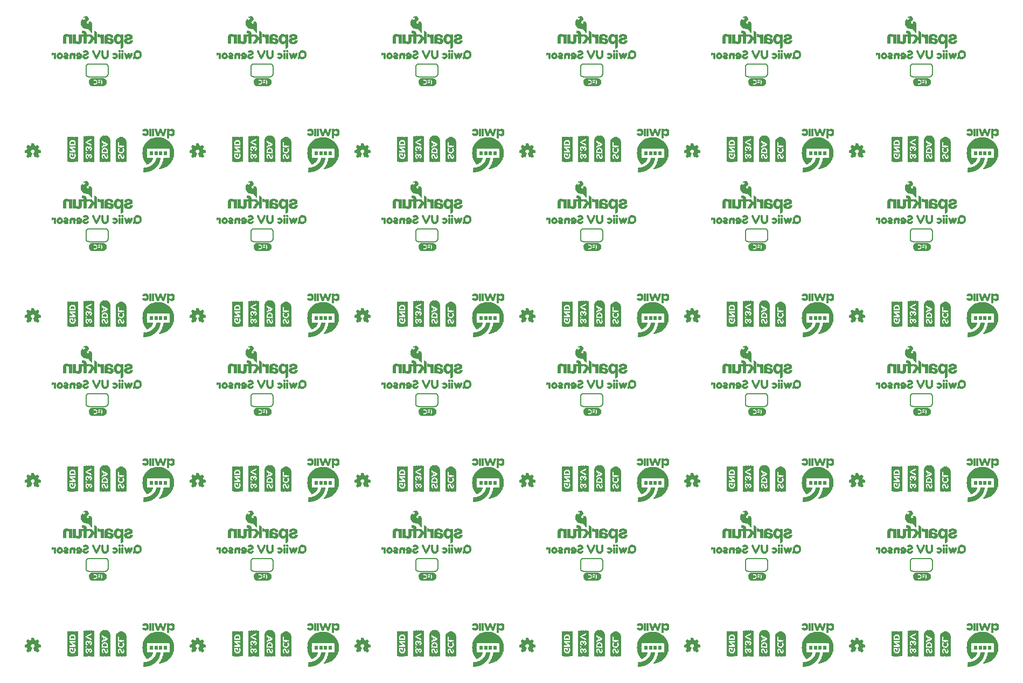
<source format=gbo>
G75*
%MOIN*%
%OFA0B0*%
%FSLAX25Y25*%
%IPPOS*%
%LPD*%
%AMOC8*
5,1,8,0,0,1.08239X$1,22.5*
%
%ADD10C,0.00600*%
%ADD11C,0.00300*%
%ADD12C,0.00299*%
%ADD13R,0.00472X0.00079*%
%ADD14R,0.01339X0.00079*%
%ADD15R,0.01260X0.00079*%
%ADD16R,0.00551X0.00079*%
%ADD17R,0.01102X0.00079*%
%ADD18R,0.01417X0.00079*%
%ADD19R,0.01654X0.00079*%
%ADD20R,0.01496X0.00079*%
%ADD21R,0.01890X0.00079*%
%ADD22R,0.02126X0.00079*%
%ADD23R,0.02205X0.00079*%
%ADD24R,0.01575X0.00079*%
%ADD25R,0.02520X0.00079*%
%ADD26R,0.02441X0.00079*%
%ADD27R,0.02756X0.00079*%
%ADD28R,0.02598X0.00079*%
%ADD29R,0.02913X0.00079*%
%ADD30R,0.04252X0.00079*%
%ADD31R,0.03150X0.00079*%
%ADD32R,0.04331X0.00079*%
%ADD33R,0.01732X0.00079*%
%ADD34R,0.03307X0.00079*%
%ADD35R,0.04409X0.00079*%
%ADD36R,0.01811X0.00079*%
%ADD37R,0.03386X0.00079*%
%ADD38R,0.03543X0.00079*%
%ADD39R,0.04488X0.00079*%
%ADD40R,0.03622X0.00079*%
%ADD41R,0.04567X0.00079*%
%ADD42R,0.03780X0.00079*%
%ADD43R,0.01969X0.00079*%
%ADD44R,0.02047X0.00079*%
%ADD45R,0.03701X0.00079*%
%ADD46R,0.01024X0.00079*%
%ADD47R,0.00709X0.00079*%
%ADD48R,0.02283X0.00079*%
%ADD49R,0.00236X0.00079*%
%ADD50R,0.02362X0.00079*%
%ADD51R,0.01181X0.00079*%
%ADD52R,0.00157X0.00079*%
%ADD53R,0.00394X0.00079*%
%ADD54R,0.00630X0.00079*%
%ADD55R,0.00866X0.00079*%
%ADD56R,0.03858X0.00079*%
%ADD57R,0.03465X0.00079*%
%ADD58R,0.02992X0.00079*%
%ADD59R,0.04173X0.00079*%
%ADD60R,0.02835X0.00079*%
%ADD61R,0.03228X0.00079*%
%ADD62R,0.04646X0.00079*%
%ADD63R,0.05276X0.00079*%
%ADD64R,0.05748X0.00079*%
%ADD65R,0.06299X0.00079*%
%ADD66R,0.06693X0.00079*%
%ADD67R,0.07165X0.00079*%
%ADD68R,0.07480X0.00079*%
%ADD69R,0.07795X0.00079*%
%ADD70R,0.08268X0.00079*%
%ADD71R,0.08504X0.00079*%
%ADD72R,0.08898X0.00079*%
%ADD73R,0.09213X0.00079*%
%ADD74R,0.09449X0.00079*%
%ADD75R,0.09764X0.00079*%
%ADD76R,0.10000X0.00079*%
%ADD77R,0.10236X0.00079*%
%ADD78R,0.10551X0.00079*%
%ADD79R,0.10709X0.00079*%
%ADD80R,0.11024X0.00079*%
%ADD81R,0.11181X0.00079*%
%ADD82R,0.11417X0.00079*%
%ADD83R,0.11654X0.00079*%
%ADD84R,0.11811X0.00079*%
%ADD85R,0.12047X0.00079*%
%ADD86R,0.12283X0.00079*%
%ADD87R,0.12441X0.00079*%
%ADD88R,0.12598X0.00079*%
%ADD89R,0.12835X0.00079*%
%ADD90R,0.12992X0.00079*%
%ADD91R,0.13150X0.00079*%
%ADD92R,0.13307X0.00079*%
%ADD93R,0.13465X0.00079*%
%ADD94R,0.13622X0.00079*%
%ADD95R,0.13858X0.00079*%
%ADD96R,0.13937X0.00079*%
%ADD97R,0.14094X0.00079*%
%ADD98R,0.14252X0.00079*%
%ADD99R,0.14409X0.00079*%
%ADD100R,0.14567X0.00079*%
%ADD101R,0.14724X0.00079*%
%ADD102R,0.14882X0.00079*%
%ADD103R,0.14961X0.00079*%
%ADD104R,0.15118X0.00079*%
%ADD105R,0.15197X0.00079*%
%ADD106R,0.15354X0.00079*%
%ADD107R,0.15512X0.00079*%
%ADD108R,0.15591X0.00079*%
%ADD109R,0.15669X0.00079*%
%ADD110R,0.15827X0.00079*%
%ADD111R,0.15984X0.00079*%
%ADD112R,0.16063X0.00079*%
%ADD113R,0.16142X0.00079*%
%ADD114R,0.16220X0.00079*%
%ADD115R,0.16378X0.00079*%
%ADD116R,0.16457X0.00079*%
%ADD117R,0.16535X0.00079*%
%ADD118R,0.16693X0.00079*%
%ADD119R,0.16772X0.00079*%
%ADD120R,0.16850X0.00079*%
%ADD121R,0.16929X0.00079*%
%ADD122R,0.17008X0.00079*%
%ADD123R,0.17087X0.00079*%
%ADD124R,0.17244X0.00079*%
%ADD125R,0.17323X0.00079*%
%ADD126R,0.17480X0.00079*%
%ADD127R,0.17559X0.00079*%
%ADD128R,0.17717X0.00079*%
%ADD129R,0.17795X0.00079*%
%ADD130R,0.17874X0.00079*%
%ADD131R,0.17953X0.00079*%
%ADD132R,0.18031X0.00079*%
%ADD133R,0.18110X0.00079*%
%ADD134R,0.18189X0.00079*%
%ADD135R,0.18268X0.00079*%
%ADD136R,0.18346X0.00079*%
%ADD137R,0.18425X0.00079*%
%ADD138R,0.18504X0.00079*%
%ADD139R,0.18583X0.00079*%
%ADD140R,0.18661X0.00079*%
%ADD141R,0.02677X0.00079*%
%ADD142R,0.05827X0.00079*%
%ADD143R,0.06220X0.00079*%
%ADD144R,0.06142X0.00079*%
%ADD145R,0.06063X0.00079*%
%ADD146R,0.05984X0.00079*%
%ADD147R,0.05906X0.00079*%
%ADD148R,0.05669X0.00079*%
%ADD149R,0.05512X0.00079*%
%ADD150R,0.05591X0.00079*%
%ADD151R,0.05433X0.00079*%
%ADD152R,0.05354X0.00079*%
%ADD153R,0.05197X0.00079*%
%ADD154R,0.05118X0.00079*%
%ADD155R,0.04961X0.00079*%
%ADD156R,0.04803X0.00079*%
%ADD157R,0.04724X0.00079*%
%ADD158R,0.04094X0.00079*%
%ADD159R,0.04016X0.00079*%
%ADD160R,0.03937X0.00079*%
%ADD161R,0.05039X0.00079*%
%ADD162R,0.03071X0.00079*%
%ADD163R,0.04882X0.00079*%
%ADD164R,0.00079X0.00079*%
%ADD165R,0.07244X0.00079*%
%ADD166R,0.07087X0.00079*%
%ADD167R,0.07008X0.00079*%
%ADD168R,0.06929X0.00079*%
%ADD169R,0.06850X0.00079*%
%ADD170R,0.06614X0.00079*%
%ADD171R,0.06535X0.00079*%
%ADD172R,0.06378X0.00079*%
%ADD173R,0.07205X0.00118*%
%ADD174R,0.07913X0.00118*%
%ADD175R,0.08386X0.00079*%
%ADD176R,0.08858X0.00157*%
%ADD177R,0.09094X0.00118*%
%ADD178R,0.09331X0.00118*%
%ADD179R,0.09567X0.00079*%
%ADD180R,0.03661X0.00118*%
%ADD181R,0.02126X0.00118*%
%ADD182R,0.02953X0.00118*%
%ADD183R,0.02244X0.00157*%
%ADD184R,0.00591X0.00157*%
%ADD185R,0.01535X0.00157*%
%ADD186R,0.02598X0.00157*%
%ADD187R,0.02244X0.00118*%
%ADD188R,0.00472X0.00118*%
%ADD189R,0.01181X0.00118*%
%ADD190R,0.02362X0.00118*%
%ADD191R,0.00945X0.00118*%
%ADD192R,0.00354X0.00118*%
%ADD193R,0.00827X0.00118*%
%ADD194R,0.02480X0.00157*%
%ADD195R,0.00354X0.00157*%
%ADD196R,0.00236X0.00157*%
%ADD197R,0.02480X0.00118*%
%ADD198R,0.02598X0.00118*%
%ADD199R,0.01063X0.00118*%
%ADD200R,0.02835X0.00118*%
%ADD201R,0.00472X0.00157*%
%ADD202R,0.04252X0.00157*%
%ADD203R,0.04370X0.00118*%
%ADD204R,0.00591X0.00118*%
%ADD205R,0.04488X0.00118*%
%ADD206R,0.00709X0.00157*%
%ADD207R,0.04488X0.00157*%
%ADD208R,0.00236X0.00118*%
%ADD209R,0.00118X0.00118*%
%ADD210R,0.00118X0.00157*%
%ADD211R,0.04370X0.00157*%
%ADD212R,0.04252X0.00118*%
%ADD213R,0.02717X0.00118*%
%ADD214R,0.03071X0.00157*%
%ADD215R,0.03425X0.00118*%
%ADD216R,0.09567X0.00118*%
%ADD217R,0.08858X0.00118*%
%ADD218R,0.08386X0.00118*%
%ADD219R,0.00157X0.15276*%
%ADD220R,0.00157X0.03307*%
%ADD221R,0.00157X0.11024*%
%ADD222R,0.00157X0.02992*%
%ADD223R,0.00157X0.01260*%
%ADD224R,0.00157X0.01890*%
%ADD225R,0.00157X0.00630*%
%ADD226R,0.00157X0.02677*%
%ADD227R,0.00157X0.00787*%
%ADD228R,0.00157X0.01575*%
%ADD229R,0.00157X0.00472*%
%ADD230R,0.00157X0.02520*%
%ADD231R,0.00157X0.01417*%
%ADD232R,0.00157X0.02205*%
%ADD233R,0.00157X0.02362*%
%ADD234R,0.00157X0.02047*%
%ADD235R,0.00157X0.01102*%
%ADD236R,0.00157X0.00945*%
%ADD237R,0.00157X0.02835*%
%ADD238R,0.00157X0.01732*%
%ADD239R,0.00157X0.00157*%
%ADD240R,0.00157X0.00315*%
%ADD241R,0.00157X0.03150*%
%ADD242R,0.00157X0.15906*%
%ADD243R,0.00157X0.03937*%
%ADD244R,0.00157X0.07402*%
%ADD245R,0.00157X0.03622*%
%ADD246R,0.00157X0.03465*%
%ADD247R,0.00157X0.13858*%
%ADD248R,0.00157X0.14331*%
%ADD249R,0.00157X0.14646*%
%ADD250R,0.00157X0.14961*%
%ADD251R,0.00157X0.15118*%
%ADD252R,0.00157X0.15433*%
%ADD253R,0.00157X0.11969*%
%ADD254R,0.00157X0.04567*%
%ADD255R,0.00157X0.04409*%
%ADD256R,0.00157X0.04252*%
%ADD257R,0.00157X0.04094*%
%ADD258R,0.00157X0.03780*%
%ADD259R,0.00157X0.12913*%
%ADD260R,0.00157X0.13386*%
%ADD261R,0.00157X0.13701*%
%ADD262R,0.00157X0.14016*%
%ADD263R,0.00157X0.14173*%
%ADD264R,0.00157X0.14488*%
%ADD265R,0.00157X0.07087*%
%ADD266R,0.00157X0.04882*%
%ADD267R,0.00157X0.05039*%
%ADD268R,0.00157X0.05197*%
%ADD269R,0.00984X0.00197*%
%ADD270R,0.01181X0.00197*%
%ADD271R,0.01378X0.00197*%
%ADD272R,0.00591X0.00197*%
%ADD273R,0.00394X0.00197*%
%ADD274R,0.02362X0.00197*%
%ADD275R,0.02953X0.00197*%
%ADD276R,0.02756X0.00197*%
%ADD277R,0.03346X0.00197*%
%ADD278R,0.01575X0.00197*%
%ADD279R,0.03150X0.00197*%
%ADD280R,0.03740X0.00197*%
%ADD281R,0.04134X0.00197*%
%ADD282R,0.04331X0.00197*%
%ADD283R,0.01772X0.00197*%
%ADD284R,0.00787X0.00197*%
%ADD285R,0.01969X0.00197*%
%ADD286R,0.02165X0.00197*%
%ADD287R,0.02559X0.00197*%
%ADD288R,0.03543X0.00197*%
%ADD289R,0.01181X0.00236*%
%ADD290R,0.01378X0.00236*%
%ADD291R,0.04724X0.00236*%
%ADD292R,0.00394X0.00236*%
%ADD293R,0.02559X0.00236*%
%ADD294R,0.02362X0.00236*%
%ADD295R,0.04528X0.00197*%
%ADD296R,0.01969X0.00236*%
%ADD297R,0.02165X0.00236*%
%ADD298R,0.01772X0.00236*%
%ADD299R,0.00984X0.00236*%
%ADD300R,0.01575X0.00236*%
%ADD301R,0.00197X0.00236*%
%ADD302R,0.04921X0.00197*%
%ADD303R,0.03937X0.00197*%
%ADD304R,0.05118X0.00197*%
%ADD305R,0.04724X0.00197*%
%ADD306R,0.02756X0.00236*%
%ADD307R,0.00197X0.00197*%
D10*
X0073750Y0089750D02*
X0083750Y0089750D01*
X0083833Y0089752D01*
X0083916Y0089758D01*
X0083999Y0089767D01*
X0084081Y0089781D01*
X0084162Y0089798D01*
X0084243Y0089819D01*
X0084322Y0089843D01*
X0084400Y0089872D01*
X0084477Y0089903D01*
X0084552Y0089939D01*
X0084626Y0089977D01*
X0084698Y0090020D01*
X0084767Y0090065D01*
X0084835Y0090114D01*
X0084900Y0090165D01*
X0084963Y0090220D01*
X0085023Y0090277D01*
X0085080Y0090337D01*
X0085135Y0090400D01*
X0085186Y0090465D01*
X0085235Y0090533D01*
X0085280Y0090602D01*
X0085323Y0090674D01*
X0085361Y0090748D01*
X0085397Y0090823D01*
X0085428Y0090900D01*
X0085457Y0090978D01*
X0085481Y0091057D01*
X0085502Y0091138D01*
X0085519Y0091219D01*
X0085533Y0091301D01*
X0085542Y0091384D01*
X0085548Y0091467D01*
X0085550Y0091550D01*
X0085550Y0095950D01*
X0085548Y0096033D01*
X0085542Y0096116D01*
X0085533Y0096199D01*
X0085519Y0096281D01*
X0085502Y0096362D01*
X0085481Y0096443D01*
X0085457Y0096522D01*
X0085428Y0096600D01*
X0085397Y0096677D01*
X0085361Y0096752D01*
X0085323Y0096826D01*
X0085280Y0096898D01*
X0085235Y0096967D01*
X0085186Y0097035D01*
X0085135Y0097100D01*
X0085080Y0097163D01*
X0085023Y0097223D01*
X0084963Y0097280D01*
X0084900Y0097335D01*
X0084835Y0097386D01*
X0084767Y0097435D01*
X0084698Y0097480D01*
X0084626Y0097523D01*
X0084552Y0097561D01*
X0084477Y0097597D01*
X0084400Y0097628D01*
X0084322Y0097657D01*
X0084243Y0097681D01*
X0084162Y0097702D01*
X0084081Y0097719D01*
X0083999Y0097733D01*
X0083916Y0097742D01*
X0083833Y0097748D01*
X0083750Y0097750D01*
X0073750Y0097750D01*
X0073667Y0097748D01*
X0073584Y0097742D01*
X0073501Y0097733D01*
X0073419Y0097719D01*
X0073338Y0097702D01*
X0073257Y0097681D01*
X0073178Y0097657D01*
X0073100Y0097628D01*
X0073023Y0097597D01*
X0072948Y0097561D01*
X0072874Y0097523D01*
X0072802Y0097480D01*
X0072733Y0097435D01*
X0072665Y0097386D01*
X0072600Y0097335D01*
X0072537Y0097280D01*
X0072477Y0097223D01*
X0072420Y0097163D01*
X0072365Y0097100D01*
X0072314Y0097035D01*
X0072265Y0096967D01*
X0072220Y0096898D01*
X0072177Y0096826D01*
X0072139Y0096752D01*
X0072103Y0096677D01*
X0072072Y0096600D01*
X0072043Y0096522D01*
X0072019Y0096443D01*
X0071998Y0096362D01*
X0071981Y0096281D01*
X0071967Y0096199D01*
X0071958Y0096116D01*
X0071952Y0096033D01*
X0071950Y0095950D01*
X0071950Y0091550D01*
X0071952Y0091467D01*
X0071958Y0091384D01*
X0071967Y0091301D01*
X0071981Y0091219D01*
X0071998Y0091138D01*
X0072019Y0091057D01*
X0072043Y0090978D01*
X0072072Y0090900D01*
X0072103Y0090823D01*
X0072139Y0090748D01*
X0072177Y0090674D01*
X0072220Y0090602D01*
X0072265Y0090533D01*
X0072314Y0090465D01*
X0072365Y0090400D01*
X0072420Y0090337D01*
X0072477Y0090277D01*
X0072537Y0090220D01*
X0072600Y0090165D01*
X0072665Y0090114D01*
X0072733Y0090065D01*
X0072802Y0090020D01*
X0072874Y0089977D01*
X0072948Y0089939D01*
X0073023Y0089903D01*
X0073100Y0089872D01*
X0073178Y0089843D01*
X0073257Y0089819D01*
X0073338Y0089798D01*
X0073419Y0089781D01*
X0073501Y0089767D01*
X0073584Y0089758D01*
X0073667Y0089752D01*
X0073750Y0089750D01*
X0173950Y0091550D02*
X0173950Y0095950D01*
X0173952Y0096033D01*
X0173958Y0096116D01*
X0173967Y0096199D01*
X0173981Y0096281D01*
X0173998Y0096362D01*
X0174019Y0096443D01*
X0174043Y0096522D01*
X0174072Y0096600D01*
X0174103Y0096677D01*
X0174139Y0096752D01*
X0174177Y0096826D01*
X0174220Y0096898D01*
X0174265Y0096967D01*
X0174314Y0097035D01*
X0174365Y0097100D01*
X0174420Y0097163D01*
X0174477Y0097223D01*
X0174537Y0097280D01*
X0174600Y0097335D01*
X0174665Y0097386D01*
X0174733Y0097435D01*
X0174802Y0097480D01*
X0174874Y0097523D01*
X0174948Y0097561D01*
X0175023Y0097597D01*
X0175100Y0097628D01*
X0175178Y0097657D01*
X0175257Y0097681D01*
X0175338Y0097702D01*
X0175419Y0097719D01*
X0175501Y0097733D01*
X0175584Y0097742D01*
X0175667Y0097748D01*
X0175750Y0097750D01*
X0185750Y0097750D01*
X0185833Y0097748D01*
X0185916Y0097742D01*
X0185999Y0097733D01*
X0186081Y0097719D01*
X0186162Y0097702D01*
X0186243Y0097681D01*
X0186322Y0097657D01*
X0186400Y0097628D01*
X0186477Y0097597D01*
X0186552Y0097561D01*
X0186626Y0097523D01*
X0186698Y0097480D01*
X0186767Y0097435D01*
X0186835Y0097386D01*
X0186900Y0097335D01*
X0186963Y0097280D01*
X0187023Y0097223D01*
X0187080Y0097163D01*
X0187135Y0097100D01*
X0187186Y0097035D01*
X0187235Y0096967D01*
X0187280Y0096898D01*
X0187323Y0096826D01*
X0187361Y0096752D01*
X0187397Y0096677D01*
X0187428Y0096600D01*
X0187457Y0096522D01*
X0187481Y0096443D01*
X0187502Y0096362D01*
X0187519Y0096281D01*
X0187533Y0096199D01*
X0187542Y0096116D01*
X0187548Y0096033D01*
X0187550Y0095950D01*
X0187550Y0091550D01*
X0187548Y0091467D01*
X0187542Y0091384D01*
X0187533Y0091301D01*
X0187519Y0091219D01*
X0187502Y0091138D01*
X0187481Y0091057D01*
X0187457Y0090978D01*
X0187428Y0090900D01*
X0187397Y0090823D01*
X0187361Y0090748D01*
X0187323Y0090674D01*
X0187280Y0090602D01*
X0187235Y0090533D01*
X0187186Y0090465D01*
X0187135Y0090400D01*
X0187080Y0090337D01*
X0187023Y0090277D01*
X0186963Y0090220D01*
X0186900Y0090165D01*
X0186835Y0090114D01*
X0186767Y0090065D01*
X0186698Y0090020D01*
X0186626Y0089977D01*
X0186552Y0089939D01*
X0186477Y0089903D01*
X0186400Y0089872D01*
X0186322Y0089843D01*
X0186243Y0089819D01*
X0186162Y0089798D01*
X0186081Y0089781D01*
X0185999Y0089767D01*
X0185916Y0089758D01*
X0185833Y0089752D01*
X0185750Y0089750D01*
X0175750Y0089750D01*
X0175667Y0089752D01*
X0175584Y0089758D01*
X0175501Y0089767D01*
X0175419Y0089781D01*
X0175338Y0089798D01*
X0175257Y0089819D01*
X0175178Y0089843D01*
X0175100Y0089872D01*
X0175023Y0089903D01*
X0174948Y0089939D01*
X0174874Y0089977D01*
X0174802Y0090020D01*
X0174733Y0090065D01*
X0174665Y0090114D01*
X0174600Y0090165D01*
X0174537Y0090220D01*
X0174477Y0090277D01*
X0174420Y0090337D01*
X0174365Y0090400D01*
X0174314Y0090465D01*
X0174265Y0090533D01*
X0174220Y0090602D01*
X0174177Y0090674D01*
X0174139Y0090748D01*
X0174103Y0090823D01*
X0174072Y0090900D01*
X0174043Y0090978D01*
X0174019Y0091057D01*
X0173998Y0091138D01*
X0173981Y0091219D01*
X0173967Y0091301D01*
X0173958Y0091384D01*
X0173952Y0091467D01*
X0173950Y0091550D01*
X0275950Y0091550D02*
X0275950Y0095950D01*
X0275952Y0096033D01*
X0275958Y0096116D01*
X0275967Y0096199D01*
X0275981Y0096281D01*
X0275998Y0096362D01*
X0276019Y0096443D01*
X0276043Y0096522D01*
X0276072Y0096600D01*
X0276103Y0096677D01*
X0276139Y0096752D01*
X0276177Y0096826D01*
X0276220Y0096898D01*
X0276265Y0096967D01*
X0276314Y0097035D01*
X0276365Y0097100D01*
X0276420Y0097163D01*
X0276477Y0097223D01*
X0276537Y0097280D01*
X0276600Y0097335D01*
X0276665Y0097386D01*
X0276733Y0097435D01*
X0276802Y0097480D01*
X0276874Y0097523D01*
X0276948Y0097561D01*
X0277023Y0097597D01*
X0277100Y0097628D01*
X0277178Y0097657D01*
X0277257Y0097681D01*
X0277338Y0097702D01*
X0277419Y0097719D01*
X0277501Y0097733D01*
X0277584Y0097742D01*
X0277667Y0097748D01*
X0277750Y0097750D01*
X0287750Y0097750D01*
X0287833Y0097748D01*
X0287916Y0097742D01*
X0287999Y0097733D01*
X0288081Y0097719D01*
X0288162Y0097702D01*
X0288243Y0097681D01*
X0288322Y0097657D01*
X0288400Y0097628D01*
X0288477Y0097597D01*
X0288552Y0097561D01*
X0288626Y0097523D01*
X0288698Y0097480D01*
X0288767Y0097435D01*
X0288835Y0097386D01*
X0288900Y0097335D01*
X0288963Y0097280D01*
X0289023Y0097223D01*
X0289080Y0097163D01*
X0289135Y0097100D01*
X0289186Y0097035D01*
X0289235Y0096967D01*
X0289280Y0096898D01*
X0289323Y0096826D01*
X0289361Y0096752D01*
X0289397Y0096677D01*
X0289428Y0096600D01*
X0289457Y0096522D01*
X0289481Y0096443D01*
X0289502Y0096362D01*
X0289519Y0096281D01*
X0289533Y0096199D01*
X0289542Y0096116D01*
X0289548Y0096033D01*
X0289550Y0095950D01*
X0289550Y0091550D01*
X0289548Y0091467D01*
X0289542Y0091384D01*
X0289533Y0091301D01*
X0289519Y0091219D01*
X0289502Y0091138D01*
X0289481Y0091057D01*
X0289457Y0090978D01*
X0289428Y0090900D01*
X0289397Y0090823D01*
X0289361Y0090748D01*
X0289323Y0090674D01*
X0289280Y0090602D01*
X0289235Y0090533D01*
X0289186Y0090465D01*
X0289135Y0090400D01*
X0289080Y0090337D01*
X0289023Y0090277D01*
X0288963Y0090220D01*
X0288900Y0090165D01*
X0288835Y0090114D01*
X0288767Y0090065D01*
X0288698Y0090020D01*
X0288626Y0089977D01*
X0288552Y0089939D01*
X0288477Y0089903D01*
X0288400Y0089872D01*
X0288322Y0089843D01*
X0288243Y0089819D01*
X0288162Y0089798D01*
X0288081Y0089781D01*
X0287999Y0089767D01*
X0287916Y0089758D01*
X0287833Y0089752D01*
X0287750Y0089750D01*
X0277750Y0089750D01*
X0277667Y0089752D01*
X0277584Y0089758D01*
X0277501Y0089767D01*
X0277419Y0089781D01*
X0277338Y0089798D01*
X0277257Y0089819D01*
X0277178Y0089843D01*
X0277100Y0089872D01*
X0277023Y0089903D01*
X0276948Y0089939D01*
X0276874Y0089977D01*
X0276802Y0090020D01*
X0276733Y0090065D01*
X0276665Y0090114D01*
X0276600Y0090165D01*
X0276537Y0090220D01*
X0276477Y0090277D01*
X0276420Y0090337D01*
X0276365Y0090400D01*
X0276314Y0090465D01*
X0276265Y0090533D01*
X0276220Y0090602D01*
X0276177Y0090674D01*
X0276139Y0090748D01*
X0276103Y0090823D01*
X0276072Y0090900D01*
X0276043Y0090978D01*
X0276019Y0091057D01*
X0275998Y0091138D01*
X0275981Y0091219D01*
X0275967Y0091301D01*
X0275958Y0091384D01*
X0275952Y0091467D01*
X0275950Y0091550D01*
X0377950Y0091550D02*
X0377950Y0095950D01*
X0377952Y0096033D01*
X0377958Y0096116D01*
X0377967Y0096199D01*
X0377981Y0096281D01*
X0377998Y0096362D01*
X0378019Y0096443D01*
X0378043Y0096522D01*
X0378072Y0096600D01*
X0378103Y0096677D01*
X0378139Y0096752D01*
X0378177Y0096826D01*
X0378220Y0096898D01*
X0378265Y0096967D01*
X0378314Y0097035D01*
X0378365Y0097100D01*
X0378420Y0097163D01*
X0378477Y0097223D01*
X0378537Y0097280D01*
X0378600Y0097335D01*
X0378665Y0097386D01*
X0378733Y0097435D01*
X0378802Y0097480D01*
X0378874Y0097523D01*
X0378948Y0097561D01*
X0379023Y0097597D01*
X0379100Y0097628D01*
X0379178Y0097657D01*
X0379257Y0097681D01*
X0379338Y0097702D01*
X0379419Y0097719D01*
X0379501Y0097733D01*
X0379584Y0097742D01*
X0379667Y0097748D01*
X0379750Y0097750D01*
X0389750Y0097750D01*
X0389833Y0097748D01*
X0389916Y0097742D01*
X0389999Y0097733D01*
X0390081Y0097719D01*
X0390162Y0097702D01*
X0390243Y0097681D01*
X0390322Y0097657D01*
X0390400Y0097628D01*
X0390477Y0097597D01*
X0390552Y0097561D01*
X0390626Y0097523D01*
X0390698Y0097480D01*
X0390767Y0097435D01*
X0390835Y0097386D01*
X0390900Y0097335D01*
X0390963Y0097280D01*
X0391023Y0097223D01*
X0391080Y0097163D01*
X0391135Y0097100D01*
X0391186Y0097035D01*
X0391235Y0096967D01*
X0391280Y0096898D01*
X0391323Y0096826D01*
X0391361Y0096752D01*
X0391397Y0096677D01*
X0391428Y0096600D01*
X0391457Y0096522D01*
X0391481Y0096443D01*
X0391502Y0096362D01*
X0391519Y0096281D01*
X0391533Y0096199D01*
X0391542Y0096116D01*
X0391548Y0096033D01*
X0391550Y0095950D01*
X0391550Y0091550D01*
X0391548Y0091467D01*
X0391542Y0091384D01*
X0391533Y0091301D01*
X0391519Y0091219D01*
X0391502Y0091138D01*
X0391481Y0091057D01*
X0391457Y0090978D01*
X0391428Y0090900D01*
X0391397Y0090823D01*
X0391361Y0090748D01*
X0391323Y0090674D01*
X0391280Y0090602D01*
X0391235Y0090533D01*
X0391186Y0090465D01*
X0391135Y0090400D01*
X0391080Y0090337D01*
X0391023Y0090277D01*
X0390963Y0090220D01*
X0390900Y0090165D01*
X0390835Y0090114D01*
X0390767Y0090065D01*
X0390698Y0090020D01*
X0390626Y0089977D01*
X0390552Y0089939D01*
X0390477Y0089903D01*
X0390400Y0089872D01*
X0390322Y0089843D01*
X0390243Y0089819D01*
X0390162Y0089798D01*
X0390081Y0089781D01*
X0389999Y0089767D01*
X0389916Y0089758D01*
X0389833Y0089752D01*
X0389750Y0089750D01*
X0379750Y0089750D01*
X0379667Y0089752D01*
X0379584Y0089758D01*
X0379501Y0089767D01*
X0379419Y0089781D01*
X0379338Y0089798D01*
X0379257Y0089819D01*
X0379178Y0089843D01*
X0379100Y0089872D01*
X0379023Y0089903D01*
X0378948Y0089939D01*
X0378874Y0089977D01*
X0378802Y0090020D01*
X0378733Y0090065D01*
X0378665Y0090114D01*
X0378600Y0090165D01*
X0378537Y0090220D01*
X0378477Y0090277D01*
X0378420Y0090337D01*
X0378365Y0090400D01*
X0378314Y0090465D01*
X0378265Y0090533D01*
X0378220Y0090602D01*
X0378177Y0090674D01*
X0378139Y0090748D01*
X0378103Y0090823D01*
X0378072Y0090900D01*
X0378043Y0090978D01*
X0378019Y0091057D01*
X0377998Y0091138D01*
X0377981Y0091219D01*
X0377967Y0091301D01*
X0377958Y0091384D01*
X0377952Y0091467D01*
X0377950Y0091550D01*
X0479950Y0091550D02*
X0479950Y0095950D01*
X0479952Y0096033D01*
X0479958Y0096116D01*
X0479967Y0096199D01*
X0479981Y0096281D01*
X0479998Y0096362D01*
X0480019Y0096443D01*
X0480043Y0096522D01*
X0480072Y0096600D01*
X0480103Y0096677D01*
X0480139Y0096752D01*
X0480177Y0096826D01*
X0480220Y0096898D01*
X0480265Y0096967D01*
X0480314Y0097035D01*
X0480365Y0097100D01*
X0480420Y0097163D01*
X0480477Y0097223D01*
X0480537Y0097280D01*
X0480600Y0097335D01*
X0480665Y0097386D01*
X0480733Y0097435D01*
X0480802Y0097480D01*
X0480874Y0097523D01*
X0480948Y0097561D01*
X0481023Y0097597D01*
X0481100Y0097628D01*
X0481178Y0097657D01*
X0481257Y0097681D01*
X0481338Y0097702D01*
X0481419Y0097719D01*
X0481501Y0097733D01*
X0481584Y0097742D01*
X0481667Y0097748D01*
X0481750Y0097750D01*
X0491750Y0097750D01*
X0491833Y0097748D01*
X0491916Y0097742D01*
X0491999Y0097733D01*
X0492081Y0097719D01*
X0492162Y0097702D01*
X0492243Y0097681D01*
X0492322Y0097657D01*
X0492400Y0097628D01*
X0492477Y0097597D01*
X0492552Y0097561D01*
X0492626Y0097523D01*
X0492698Y0097480D01*
X0492767Y0097435D01*
X0492835Y0097386D01*
X0492900Y0097335D01*
X0492963Y0097280D01*
X0493023Y0097223D01*
X0493080Y0097163D01*
X0493135Y0097100D01*
X0493186Y0097035D01*
X0493235Y0096967D01*
X0493280Y0096898D01*
X0493323Y0096826D01*
X0493361Y0096752D01*
X0493397Y0096677D01*
X0493428Y0096600D01*
X0493457Y0096522D01*
X0493481Y0096443D01*
X0493502Y0096362D01*
X0493519Y0096281D01*
X0493533Y0096199D01*
X0493542Y0096116D01*
X0493548Y0096033D01*
X0493550Y0095950D01*
X0493550Y0091550D01*
X0493548Y0091467D01*
X0493542Y0091384D01*
X0493533Y0091301D01*
X0493519Y0091219D01*
X0493502Y0091138D01*
X0493481Y0091057D01*
X0493457Y0090978D01*
X0493428Y0090900D01*
X0493397Y0090823D01*
X0493361Y0090748D01*
X0493323Y0090674D01*
X0493280Y0090602D01*
X0493235Y0090533D01*
X0493186Y0090465D01*
X0493135Y0090400D01*
X0493080Y0090337D01*
X0493023Y0090277D01*
X0492963Y0090220D01*
X0492900Y0090165D01*
X0492835Y0090114D01*
X0492767Y0090065D01*
X0492698Y0090020D01*
X0492626Y0089977D01*
X0492552Y0089939D01*
X0492477Y0089903D01*
X0492400Y0089872D01*
X0492322Y0089843D01*
X0492243Y0089819D01*
X0492162Y0089798D01*
X0492081Y0089781D01*
X0491999Y0089767D01*
X0491916Y0089758D01*
X0491833Y0089752D01*
X0491750Y0089750D01*
X0481750Y0089750D01*
X0481667Y0089752D01*
X0481584Y0089758D01*
X0481501Y0089767D01*
X0481419Y0089781D01*
X0481338Y0089798D01*
X0481257Y0089819D01*
X0481178Y0089843D01*
X0481100Y0089872D01*
X0481023Y0089903D01*
X0480948Y0089939D01*
X0480874Y0089977D01*
X0480802Y0090020D01*
X0480733Y0090065D01*
X0480665Y0090114D01*
X0480600Y0090165D01*
X0480537Y0090220D01*
X0480477Y0090277D01*
X0480420Y0090337D01*
X0480365Y0090400D01*
X0480314Y0090465D01*
X0480265Y0090533D01*
X0480220Y0090602D01*
X0480177Y0090674D01*
X0480139Y0090748D01*
X0480103Y0090823D01*
X0480072Y0090900D01*
X0480043Y0090978D01*
X0480019Y0091057D01*
X0479998Y0091138D01*
X0479981Y0091219D01*
X0479967Y0091301D01*
X0479958Y0091384D01*
X0479952Y0091467D01*
X0479950Y0091550D01*
X0581950Y0091550D02*
X0581950Y0095950D01*
X0581952Y0096033D01*
X0581958Y0096116D01*
X0581967Y0096199D01*
X0581981Y0096281D01*
X0581998Y0096362D01*
X0582019Y0096443D01*
X0582043Y0096522D01*
X0582072Y0096600D01*
X0582103Y0096677D01*
X0582139Y0096752D01*
X0582177Y0096826D01*
X0582220Y0096898D01*
X0582265Y0096967D01*
X0582314Y0097035D01*
X0582365Y0097100D01*
X0582420Y0097163D01*
X0582477Y0097223D01*
X0582537Y0097280D01*
X0582600Y0097335D01*
X0582665Y0097386D01*
X0582733Y0097435D01*
X0582802Y0097480D01*
X0582874Y0097523D01*
X0582948Y0097561D01*
X0583023Y0097597D01*
X0583100Y0097628D01*
X0583178Y0097657D01*
X0583257Y0097681D01*
X0583338Y0097702D01*
X0583419Y0097719D01*
X0583501Y0097733D01*
X0583584Y0097742D01*
X0583667Y0097748D01*
X0583750Y0097750D01*
X0593750Y0097750D01*
X0593833Y0097748D01*
X0593916Y0097742D01*
X0593999Y0097733D01*
X0594081Y0097719D01*
X0594162Y0097702D01*
X0594243Y0097681D01*
X0594322Y0097657D01*
X0594400Y0097628D01*
X0594477Y0097597D01*
X0594552Y0097561D01*
X0594626Y0097523D01*
X0594698Y0097480D01*
X0594767Y0097435D01*
X0594835Y0097386D01*
X0594900Y0097335D01*
X0594963Y0097280D01*
X0595023Y0097223D01*
X0595080Y0097163D01*
X0595135Y0097100D01*
X0595186Y0097035D01*
X0595235Y0096967D01*
X0595280Y0096898D01*
X0595323Y0096826D01*
X0595361Y0096752D01*
X0595397Y0096677D01*
X0595428Y0096600D01*
X0595457Y0096522D01*
X0595481Y0096443D01*
X0595502Y0096362D01*
X0595519Y0096281D01*
X0595533Y0096199D01*
X0595542Y0096116D01*
X0595548Y0096033D01*
X0595550Y0095950D01*
X0595550Y0091550D01*
X0595548Y0091467D01*
X0595542Y0091384D01*
X0595533Y0091301D01*
X0595519Y0091219D01*
X0595502Y0091138D01*
X0595481Y0091057D01*
X0595457Y0090978D01*
X0595428Y0090900D01*
X0595397Y0090823D01*
X0595361Y0090748D01*
X0595323Y0090674D01*
X0595280Y0090602D01*
X0595235Y0090533D01*
X0595186Y0090465D01*
X0595135Y0090400D01*
X0595080Y0090337D01*
X0595023Y0090277D01*
X0594963Y0090220D01*
X0594900Y0090165D01*
X0594835Y0090114D01*
X0594767Y0090065D01*
X0594698Y0090020D01*
X0594626Y0089977D01*
X0594552Y0089939D01*
X0594477Y0089903D01*
X0594400Y0089872D01*
X0594322Y0089843D01*
X0594243Y0089819D01*
X0594162Y0089798D01*
X0594081Y0089781D01*
X0593999Y0089767D01*
X0593916Y0089758D01*
X0593833Y0089752D01*
X0593750Y0089750D01*
X0583750Y0089750D01*
X0583667Y0089752D01*
X0583584Y0089758D01*
X0583501Y0089767D01*
X0583419Y0089781D01*
X0583338Y0089798D01*
X0583257Y0089819D01*
X0583178Y0089843D01*
X0583100Y0089872D01*
X0583023Y0089903D01*
X0582948Y0089939D01*
X0582874Y0089977D01*
X0582802Y0090020D01*
X0582733Y0090065D01*
X0582665Y0090114D01*
X0582600Y0090165D01*
X0582537Y0090220D01*
X0582477Y0090277D01*
X0582420Y0090337D01*
X0582365Y0090400D01*
X0582314Y0090465D01*
X0582265Y0090533D01*
X0582220Y0090602D01*
X0582177Y0090674D01*
X0582139Y0090748D01*
X0582103Y0090823D01*
X0582072Y0090900D01*
X0582043Y0090978D01*
X0582019Y0091057D01*
X0581998Y0091138D01*
X0581981Y0091219D01*
X0581967Y0091301D01*
X0581958Y0091384D01*
X0581952Y0091467D01*
X0581950Y0091550D01*
X0583750Y0191750D02*
X0593750Y0191750D01*
X0593833Y0191752D01*
X0593916Y0191758D01*
X0593999Y0191767D01*
X0594081Y0191781D01*
X0594162Y0191798D01*
X0594243Y0191819D01*
X0594322Y0191843D01*
X0594400Y0191872D01*
X0594477Y0191903D01*
X0594552Y0191939D01*
X0594626Y0191977D01*
X0594698Y0192020D01*
X0594767Y0192065D01*
X0594835Y0192114D01*
X0594900Y0192165D01*
X0594963Y0192220D01*
X0595023Y0192277D01*
X0595080Y0192337D01*
X0595135Y0192400D01*
X0595186Y0192465D01*
X0595235Y0192533D01*
X0595280Y0192602D01*
X0595323Y0192674D01*
X0595361Y0192748D01*
X0595397Y0192823D01*
X0595428Y0192900D01*
X0595457Y0192978D01*
X0595481Y0193057D01*
X0595502Y0193138D01*
X0595519Y0193219D01*
X0595533Y0193301D01*
X0595542Y0193384D01*
X0595548Y0193467D01*
X0595550Y0193550D01*
X0595550Y0197950D01*
X0595548Y0198033D01*
X0595542Y0198116D01*
X0595533Y0198199D01*
X0595519Y0198281D01*
X0595502Y0198362D01*
X0595481Y0198443D01*
X0595457Y0198522D01*
X0595428Y0198600D01*
X0595397Y0198677D01*
X0595361Y0198752D01*
X0595323Y0198826D01*
X0595280Y0198898D01*
X0595235Y0198967D01*
X0595186Y0199035D01*
X0595135Y0199100D01*
X0595080Y0199163D01*
X0595023Y0199223D01*
X0594963Y0199280D01*
X0594900Y0199335D01*
X0594835Y0199386D01*
X0594767Y0199435D01*
X0594698Y0199480D01*
X0594626Y0199523D01*
X0594552Y0199561D01*
X0594477Y0199597D01*
X0594400Y0199628D01*
X0594322Y0199657D01*
X0594243Y0199681D01*
X0594162Y0199702D01*
X0594081Y0199719D01*
X0593999Y0199733D01*
X0593916Y0199742D01*
X0593833Y0199748D01*
X0593750Y0199750D01*
X0583750Y0199750D01*
X0583667Y0199748D01*
X0583584Y0199742D01*
X0583501Y0199733D01*
X0583419Y0199719D01*
X0583338Y0199702D01*
X0583257Y0199681D01*
X0583178Y0199657D01*
X0583100Y0199628D01*
X0583023Y0199597D01*
X0582948Y0199561D01*
X0582874Y0199523D01*
X0582802Y0199480D01*
X0582733Y0199435D01*
X0582665Y0199386D01*
X0582600Y0199335D01*
X0582537Y0199280D01*
X0582477Y0199223D01*
X0582420Y0199163D01*
X0582365Y0199100D01*
X0582314Y0199035D01*
X0582265Y0198967D01*
X0582220Y0198898D01*
X0582177Y0198826D01*
X0582139Y0198752D01*
X0582103Y0198677D01*
X0582072Y0198600D01*
X0582043Y0198522D01*
X0582019Y0198443D01*
X0581998Y0198362D01*
X0581981Y0198281D01*
X0581967Y0198199D01*
X0581958Y0198116D01*
X0581952Y0198033D01*
X0581950Y0197950D01*
X0581950Y0193550D01*
X0581952Y0193467D01*
X0581958Y0193384D01*
X0581967Y0193301D01*
X0581981Y0193219D01*
X0581998Y0193138D01*
X0582019Y0193057D01*
X0582043Y0192978D01*
X0582072Y0192900D01*
X0582103Y0192823D01*
X0582139Y0192748D01*
X0582177Y0192674D01*
X0582220Y0192602D01*
X0582265Y0192533D01*
X0582314Y0192465D01*
X0582365Y0192400D01*
X0582420Y0192337D01*
X0582477Y0192277D01*
X0582537Y0192220D01*
X0582600Y0192165D01*
X0582665Y0192114D01*
X0582733Y0192065D01*
X0582802Y0192020D01*
X0582874Y0191977D01*
X0582948Y0191939D01*
X0583023Y0191903D01*
X0583100Y0191872D01*
X0583178Y0191843D01*
X0583257Y0191819D01*
X0583338Y0191798D01*
X0583419Y0191781D01*
X0583501Y0191767D01*
X0583584Y0191758D01*
X0583667Y0191752D01*
X0583750Y0191750D01*
X0493550Y0193550D02*
X0493550Y0197950D01*
X0493548Y0198033D01*
X0493542Y0198116D01*
X0493533Y0198199D01*
X0493519Y0198281D01*
X0493502Y0198362D01*
X0493481Y0198443D01*
X0493457Y0198522D01*
X0493428Y0198600D01*
X0493397Y0198677D01*
X0493361Y0198752D01*
X0493323Y0198826D01*
X0493280Y0198898D01*
X0493235Y0198967D01*
X0493186Y0199035D01*
X0493135Y0199100D01*
X0493080Y0199163D01*
X0493023Y0199223D01*
X0492963Y0199280D01*
X0492900Y0199335D01*
X0492835Y0199386D01*
X0492767Y0199435D01*
X0492698Y0199480D01*
X0492626Y0199523D01*
X0492552Y0199561D01*
X0492477Y0199597D01*
X0492400Y0199628D01*
X0492322Y0199657D01*
X0492243Y0199681D01*
X0492162Y0199702D01*
X0492081Y0199719D01*
X0491999Y0199733D01*
X0491916Y0199742D01*
X0491833Y0199748D01*
X0491750Y0199750D01*
X0481750Y0199750D01*
X0481667Y0199748D01*
X0481584Y0199742D01*
X0481501Y0199733D01*
X0481419Y0199719D01*
X0481338Y0199702D01*
X0481257Y0199681D01*
X0481178Y0199657D01*
X0481100Y0199628D01*
X0481023Y0199597D01*
X0480948Y0199561D01*
X0480874Y0199523D01*
X0480802Y0199480D01*
X0480733Y0199435D01*
X0480665Y0199386D01*
X0480600Y0199335D01*
X0480537Y0199280D01*
X0480477Y0199223D01*
X0480420Y0199163D01*
X0480365Y0199100D01*
X0480314Y0199035D01*
X0480265Y0198967D01*
X0480220Y0198898D01*
X0480177Y0198826D01*
X0480139Y0198752D01*
X0480103Y0198677D01*
X0480072Y0198600D01*
X0480043Y0198522D01*
X0480019Y0198443D01*
X0479998Y0198362D01*
X0479981Y0198281D01*
X0479967Y0198199D01*
X0479958Y0198116D01*
X0479952Y0198033D01*
X0479950Y0197950D01*
X0479950Y0193550D01*
X0479952Y0193467D01*
X0479958Y0193384D01*
X0479967Y0193301D01*
X0479981Y0193219D01*
X0479998Y0193138D01*
X0480019Y0193057D01*
X0480043Y0192978D01*
X0480072Y0192900D01*
X0480103Y0192823D01*
X0480139Y0192748D01*
X0480177Y0192674D01*
X0480220Y0192602D01*
X0480265Y0192533D01*
X0480314Y0192465D01*
X0480365Y0192400D01*
X0480420Y0192337D01*
X0480477Y0192277D01*
X0480537Y0192220D01*
X0480600Y0192165D01*
X0480665Y0192114D01*
X0480733Y0192065D01*
X0480802Y0192020D01*
X0480874Y0191977D01*
X0480948Y0191939D01*
X0481023Y0191903D01*
X0481100Y0191872D01*
X0481178Y0191843D01*
X0481257Y0191819D01*
X0481338Y0191798D01*
X0481419Y0191781D01*
X0481501Y0191767D01*
X0481584Y0191758D01*
X0481667Y0191752D01*
X0481750Y0191750D01*
X0491750Y0191750D01*
X0491833Y0191752D01*
X0491916Y0191758D01*
X0491999Y0191767D01*
X0492081Y0191781D01*
X0492162Y0191798D01*
X0492243Y0191819D01*
X0492322Y0191843D01*
X0492400Y0191872D01*
X0492477Y0191903D01*
X0492552Y0191939D01*
X0492626Y0191977D01*
X0492698Y0192020D01*
X0492767Y0192065D01*
X0492835Y0192114D01*
X0492900Y0192165D01*
X0492963Y0192220D01*
X0493023Y0192277D01*
X0493080Y0192337D01*
X0493135Y0192400D01*
X0493186Y0192465D01*
X0493235Y0192533D01*
X0493280Y0192602D01*
X0493323Y0192674D01*
X0493361Y0192748D01*
X0493397Y0192823D01*
X0493428Y0192900D01*
X0493457Y0192978D01*
X0493481Y0193057D01*
X0493502Y0193138D01*
X0493519Y0193219D01*
X0493533Y0193301D01*
X0493542Y0193384D01*
X0493548Y0193467D01*
X0493550Y0193550D01*
X0391550Y0193550D02*
X0391550Y0197950D01*
X0391548Y0198033D01*
X0391542Y0198116D01*
X0391533Y0198199D01*
X0391519Y0198281D01*
X0391502Y0198362D01*
X0391481Y0198443D01*
X0391457Y0198522D01*
X0391428Y0198600D01*
X0391397Y0198677D01*
X0391361Y0198752D01*
X0391323Y0198826D01*
X0391280Y0198898D01*
X0391235Y0198967D01*
X0391186Y0199035D01*
X0391135Y0199100D01*
X0391080Y0199163D01*
X0391023Y0199223D01*
X0390963Y0199280D01*
X0390900Y0199335D01*
X0390835Y0199386D01*
X0390767Y0199435D01*
X0390698Y0199480D01*
X0390626Y0199523D01*
X0390552Y0199561D01*
X0390477Y0199597D01*
X0390400Y0199628D01*
X0390322Y0199657D01*
X0390243Y0199681D01*
X0390162Y0199702D01*
X0390081Y0199719D01*
X0389999Y0199733D01*
X0389916Y0199742D01*
X0389833Y0199748D01*
X0389750Y0199750D01*
X0379750Y0199750D01*
X0379667Y0199748D01*
X0379584Y0199742D01*
X0379501Y0199733D01*
X0379419Y0199719D01*
X0379338Y0199702D01*
X0379257Y0199681D01*
X0379178Y0199657D01*
X0379100Y0199628D01*
X0379023Y0199597D01*
X0378948Y0199561D01*
X0378874Y0199523D01*
X0378802Y0199480D01*
X0378733Y0199435D01*
X0378665Y0199386D01*
X0378600Y0199335D01*
X0378537Y0199280D01*
X0378477Y0199223D01*
X0378420Y0199163D01*
X0378365Y0199100D01*
X0378314Y0199035D01*
X0378265Y0198967D01*
X0378220Y0198898D01*
X0378177Y0198826D01*
X0378139Y0198752D01*
X0378103Y0198677D01*
X0378072Y0198600D01*
X0378043Y0198522D01*
X0378019Y0198443D01*
X0377998Y0198362D01*
X0377981Y0198281D01*
X0377967Y0198199D01*
X0377958Y0198116D01*
X0377952Y0198033D01*
X0377950Y0197950D01*
X0377950Y0193550D01*
X0377952Y0193467D01*
X0377958Y0193384D01*
X0377967Y0193301D01*
X0377981Y0193219D01*
X0377998Y0193138D01*
X0378019Y0193057D01*
X0378043Y0192978D01*
X0378072Y0192900D01*
X0378103Y0192823D01*
X0378139Y0192748D01*
X0378177Y0192674D01*
X0378220Y0192602D01*
X0378265Y0192533D01*
X0378314Y0192465D01*
X0378365Y0192400D01*
X0378420Y0192337D01*
X0378477Y0192277D01*
X0378537Y0192220D01*
X0378600Y0192165D01*
X0378665Y0192114D01*
X0378733Y0192065D01*
X0378802Y0192020D01*
X0378874Y0191977D01*
X0378948Y0191939D01*
X0379023Y0191903D01*
X0379100Y0191872D01*
X0379178Y0191843D01*
X0379257Y0191819D01*
X0379338Y0191798D01*
X0379419Y0191781D01*
X0379501Y0191767D01*
X0379584Y0191758D01*
X0379667Y0191752D01*
X0379750Y0191750D01*
X0389750Y0191750D01*
X0389833Y0191752D01*
X0389916Y0191758D01*
X0389999Y0191767D01*
X0390081Y0191781D01*
X0390162Y0191798D01*
X0390243Y0191819D01*
X0390322Y0191843D01*
X0390400Y0191872D01*
X0390477Y0191903D01*
X0390552Y0191939D01*
X0390626Y0191977D01*
X0390698Y0192020D01*
X0390767Y0192065D01*
X0390835Y0192114D01*
X0390900Y0192165D01*
X0390963Y0192220D01*
X0391023Y0192277D01*
X0391080Y0192337D01*
X0391135Y0192400D01*
X0391186Y0192465D01*
X0391235Y0192533D01*
X0391280Y0192602D01*
X0391323Y0192674D01*
X0391361Y0192748D01*
X0391397Y0192823D01*
X0391428Y0192900D01*
X0391457Y0192978D01*
X0391481Y0193057D01*
X0391502Y0193138D01*
X0391519Y0193219D01*
X0391533Y0193301D01*
X0391542Y0193384D01*
X0391548Y0193467D01*
X0391550Y0193550D01*
X0289550Y0193550D02*
X0289550Y0197950D01*
X0289548Y0198033D01*
X0289542Y0198116D01*
X0289533Y0198199D01*
X0289519Y0198281D01*
X0289502Y0198362D01*
X0289481Y0198443D01*
X0289457Y0198522D01*
X0289428Y0198600D01*
X0289397Y0198677D01*
X0289361Y0198752D01*
X0289323Y0198826D01*
X0289280Y0198898D01*
X0289235Y0198967D01*
X0289186Y0199035D01*
X0289135Y0199100D01*
X0289080Y0199163D01*
X0289023Y0199223D01*
X0288963Y0199280D01*
X0288900Y0199335D01*
X0288835Y0199386D01*
X0288767Y0199435D01*
X0288698Y0199480D01*
X0288626Y0199523D01*
X0288552Y0199561D01*
X0288477Y0199597D01*
X0288400Y0199628D01*
X0288322Y0199657D01*
X0288243Y0199681D01*
X0288162Y0199702D01*
X0288081Y0199719D01*
X0287999Y0199733D01*
X0287916Y0199742D01*
X0287833Y0199748D01*
X0287750Y0199750D01*
X0277750Y0199750D01*
X0277667Y0199748D01*
X0277584Y0199742D01*
X0277501Y0199733D01*
X0277419Y0199719D01*
X0277338Y0199702D01*
X0277257Y0199681D01*
X0277178Y0199657D01*
X0277100Y0199628D01*
X0277023Y0199597D01*
X0276948Y0199561D01*
X0276874Y0199523D01*
X0276802Y0199480D01*
X0276733Y0199435D01*
X0276665Y0199386D01*
X0276600Y0199335D01*
X0276537Y0199280D01*
X0276477Y0199223D01*
X0276420Y0199163D01*
X0276365Y0199100D01*
X0276314Y0199035D01*
X0276265Y0198967D01*
X0276220Y0198898D01*
X0276177Y0198826D01*
X0276139Y0198752D01*
X0276103Y0198677D01*
X0276072Y0198600D01*
X0276043Y0198522D01*
X0276019Y0198443D01*
X0275998Y0198362D01*
X0275981Y0198281D01*
X0275967Y0198199D01*
X0275958Y0198116D01*
X0275952Y0198033D01*
X0275950Y0197950D01*
X0275950Y0193550D01*
X0275952Y0193467D01*
X0275958Y0193384D01*
X0275967Y0193301D01*
X0275981Y0193219D01*
X0275998Y0193138D01*
X0276019Y0193057D01*
X0276043Y0192978D01*
X0276072Y0192900D01*
X0276103Y0192823D01*
X0276139Y0192748D01*
X0276177Y0192674D01*
X0276220Y0192602D01*
X0276265Y0192533D01*
X0276314Y0192465D01*
X0276365Y0192400D01*
X0276420Y0192337D01*
X0276477Y0192277D01*
X0276537Y0192220D01*
X0276600Y0192165D01*
X0276665Y0192114D01*
X0276733Y0192065D01*
X0276802Y0192020D01*
X0276874Y0191977D01*
X0276948Y0191939D01*
X0277023Y0191903D01*
X0277100Y0191872D01*
X0277178Y0191843D01*
X0277257Y0191819D01*
X0277338Y0191798D01*
X0277419Y0191781D01*
X0277501Y0191767D01*
X0277584Y0191758D01*
X0277667Y0191752D01*
X0277750Y0191750D01*
X0287750Y0191750D01*
X0287833Y0191752D01*
X0287916Y0191758D01*
X0287999Y0191767D01*
X0288081Y0191781D01*
X0288162Y0191798D01*
X0288243Y0191819D01*
X0288322Y0191843D01*
X0288400Y0191872D01*
X0288477Y0191903D01*
X0288552Y0191939D01*
X0288626Y0191977D01*
X0288698Y0192020D01*
X0288767Y0192065D01*
X0288835Y0192114D01*
X0288900Y0192165D01*
X0288963Y0192220D01*
X0289023Y0192277D01*
X0289080Y0192337D01*
X0289135Y0192400D01*
X0289186Y0192465D01*
X0289235Y0192533D01*
X0289280Y0192602D01*
X0289323Y0192674D01*
X0289361Y0192748D01*
X0289397Y0192823D01*
X0289428Y0192900D01*
X0289457Y0192978D01*
X0289481Y0193057D01*
X0289502Y0193138D01*
X0289519Y0193219D01*
X0289533Y0193301D01*
X0289542Y0193384D01*
X0289548Y0193467D01*
X0289550Y0193550D01*
X0187550Y0193550D02*
X0187550Y0197950D01*
X0187548Y0198033D01*
X0187542Y0198116D01*
X0187533Y0198199D01*
X0187519Y0198281D01*
X0187502Y0198362D01*
X0187481Y0198443D01*
X0187457Y0198522D01*
X0187428Y0198600D01*
X0187397Y0198677D01*
X0187361Y0198752D01*
X0187323Y0198826D01*
X0187280Y0198898D01*
X0187235Y0198967D01*
X0187186Y0199035D01*
X0187135Y0199100D01*
X0187080Y0199163D01*
X0187023Y0199223D01*
X0186963Y0199280D01*
X0186900Y0199335D01*
X0186835Y0199386D01*
X0186767Y0199435D01*
X0186698Y0199480D01*
X0186626Y0199523D01*
X0186552Y0199561D01*
X0186477Y0199597D01*
X0186400Y0199628D01*
X0186322Y0199657D01*
X0186243Y0199681D01*
X0186162Y0199702D01*
X0186081Y0199719D01*
X0185999Y0199733D01*
X0185916Y0199742D01*
X0185833Y0199748D01*
X0185750Y0199750D01*
X0175750Y0199750D01*
X0175667Y0199748D01*
X0175584Y0199742D01*
X0175501Y0199733D01*
X0175419Y0199719D01*
X0175338Y0199702D01*
X0175257Y0199681D01*
X0175178Y0199657D01*
X0175100Y0199628D01*
X0175023Y0199597D01*
X0174948Y0199561D01*
X0174874Y0199523D01*
X0174802Y0199480D01*
X0174733Y0199435D01*
X0174665Y0199386D01*
X0174600Y0199335D01*
X0174537Y0199280D01*
X0174477Y0199223D01*
X0174420Y0199163D01*
X0174365Y0199100D01*
X0174314Y0199035D01*
X0174265Y0198967D01*
X0174220Y0198898D01*
X0174177Y0198826D01*
X0174139Y0198752D01*
X0174103Y0198677D01*
X0174072Y0198600D01*
X0174043Y0198522D01*
X0174019Y0198443D01*
X0173998Y0198362D01*
X0173981Y0198281D01*
X0173967Y0198199D01*
X0173958Y0198116D01*
X0173952Y0198033D01*
X0173950Y0197950D01*
X0173950Y0193550D01*
X0173952Y0193467D01*
X0173958Y0193384D01*
X0173967Y0193301D01*
X0173981Y0193219D01*
X0173998Y0193138D01*
X0174019Y0193057D01*
X0174043Y0192978D01*
X0174072Y0192900D01*
X0174103Y0192823D01*
X0174139Y0192748D01*
X0174177Y0192674D01*
X0174220Y0192602D01*
X0174265Y0192533D01*
X0174314Y0192465D01*
X0174365Y0192400D01*
X0174420Y0192337D01*
X0174477Y0192277D01*
X0174537Y0192220D01*
X0174600Y0192165D01*
X0174665Y0192114D01*
X0174733Y0192065D01*
X0174802Y0192020D01*
X0174874Y0191977D01*
X0174948Y0191939D01*
X0175023Y0191903D01*
X0175100Y0191872D01*
X0175178Y0191843D01*
X0175257Y0191819D01*
X0175338Y0191798D01*
X0175419Y0191781D01*
X0175501Y0191767D01*
X0175584Y0191758D01*
X0175667Y0191752D01*
X0175750Y0191750D01*
X0185750Y0191750D01*
X0185833Y0191752D01*
X0185916Y0191758D01*
X0185999Y0191767D01*
X0186081Y0191781D01*
X0186162Y0191798D01*
X0186243Y0191819D01*
X0186322Y0191843D01*
X0186400Y0191872D01*
X0186477Y0191903D01*
X0186552Y0191939D01*
X0186626Y0191977D01*
X0186698Y0192020D01*
X0186767Y0192065D01*
X0186835Y0192114D01*
X0186900Y0192165D01*
X0186963Y0192220D01*
X0187023Y0192277D01*
X0187080Y0192337D01*
X0187135Y0192400D01*
X0187186Y0192465D01*
X0187235Y0192533D01*
X0187280Y0192602D01*
X0187323Y0192674D01*
X0187361Y0192748D01*
X0187397Y0192823D01*
X0187428Y0192900D01*
X0187457Y0192978D01*
X0187481Y0193057D01*
X0187502Y0193138D01*
X0187519Y0193219D01*
X0187533Y0193301D01*
X0187542Y0193384D01*
X0187548Y0193467D01*
X0187550Y0193550D01*
X0085550Y0193550D02*
X0085550Y0197950D01*
X0085548Y0198033D01*
X0085542Y0198116D01*
X0085533Y0198199D01*
X0085519Y0198281D01*
X0085502Y0198362D01*
X0085481Y0198443D01*
X0085457Y0198522D01*
X0085428Y0198600D01*
X0085397Y0198677D01*
X0085361Y0198752D01*
X0085323Y0198826D01*
X0085280Y0198898D01*
X0085235Y0198967D01*
X0085186Y0199035D01*
X0085135Y0199100D01*
X0085080Y0199163D01*
X0085023Y0199223D01*
X0084963Y0199280D01*
X0084900Y0199335D01*
X0084835Y0199386D01*
X0084767Y0199435D01*
X0084698Y0199480D01*
X0084626Y0199523D01*
X0084552Y0199561D01*
X0084477Y0199597D01*
X0084400Y0199628D01*
X0084322Y0199657D01*
X0084243Y0199681D01*
X0084162Y0199702D01*
X0084081Y0199719D01*
X0083999Y0199733D01*
X0083916Y0199742D01*
X0083833Y0199748D01*
X0083750Y0199750D01*
X0073750Y0199750D01*
X0073667Y0199748D01*
X0073584Y0199742D01*
X0073501Y0199733D01*
X0073419Y0199719D01*
X0073338Y0199702D01*
X0073257Y0199681D01*
X0073178Y0199657D01*
X0073100Y0199628D01*
X0073023Y0199597D01*
X0072948Y0199561D01*
X0072874Y0199523D01*
X0072802Y0199480D01*
X0072733Y0199435D01*
X0072665Y0199386D01*
X0072600Y0199335D01*
X0072537Y0199280D01*
X0072477Y0199223D01*
X0072420Y0199163D01*
X0072365Y0199100D01*
X0072314Y0199035D01*
X0072265Y0198967D01*
X0072220Y0198898D01*
X0072177Y0198826D01*
X0072139Y0198752D01*
X0072103Y0198677D01*
X0072072Y0198600D01*
X0072043Y0198522D01*
X0072019Y0198443D01*
X0071998Y0198362D01*
X0071981Y0198281D01*
X0071967Y0198199D01*
X0071958Y0198116D01*
X0071952Y0198033D01*
X0071950Y0197950D01*
X0071950Y0193550D01*
X0071952Y0193467D01*
X0071958Y0193384D01*
X0071967Y0193301D01*
X0071981Y0193219D01*
X0071998Y0193138D01*
X0072019Y0193057D01*
X0072043Y0192978D01*
X0072072Y0192900D01*
X0072103Y0192823D01*
X0072139Y0192748D01*
X0072177Y0192674D01*
X0072220Y0192602D01*
X0072265Y0192533D01*
X0072314Y0192465D01*
X0072365Y0192400D01*
X0072420Y0192337D01*
X0072477Y0192277D01*
X0072537Y0192220D01*
X0072600Y0192165D01*
X0072665Y0192114D01*
X0072733Y0192065D01*
X0072802Y0192020D01*
X0072874Y0191977D01*
X0072948Y0191939D01*
X0073023Y0191903D01*
X0073100Y0191872D01*
X0073178Y0191843D01*
X0073257Y0191819D01*
X0073338Y0191798D01*
X0073419Y0191781D01*
X0073501Y0191767D01*
X0073584Y0191758D01*
X0073667Y0191752D01*
X0073750Y0191750D01*
X0083750Y0191750D01*
X0083833Y0191752D01*
X0083916Y0191758D01*
X0083999Y0191767D01*
X0084081Y0191781D01*
X0084162Y0191798D01*
X0084243Y0191819D01*
X0084322Y0191843D01*
X0084400Y0191872D01*
X0084477Y0191903D01*
X0084552Y0191939D01*
X0084626Y0191977D01*
X0084698Y0192020D01*
X0084767Y0192065D01*
X0084835Y0192114D01*
X0084900Y0192165D01*
X0084963Y0192220D01*
X0085023Y0192277D01*
X0085080Y0192337D01*
X0085135Y0192400D01*
X0085186Y0192465D01*
X0085235Y0192533D01*
X0085280Y0192602D01*
X0085323Y0192674D01*
X0085361Y0192748D01*
X0085397Y0192823D01*
X0085428Y0192900D01*
X0085457Y0192978D01*
X0085481Y0193057D01*
X0085502Y0193138D01*
X0085519Y0193219D01*
X0085533Y0193301D01*
X0085542Y0193384D01*
X0085548Y0193467D01*
X0085550Y0193550D01*
X0083750Y0293750D02*
X0073750Y0293750D01*
X0073667Y0293752D01*
X0073584Y0293758D01*
X0073501Y0293767D01*
X0073419Y0293781D01*
X0073338Y0293798D01*
X0073257Y0293819D01*
X0073178Y0293843D01*
X0073100Y0293872D01*
X0073023Y0293903D01*
X0072948Y0293939D01*
X0072874Y0293977D01*
X0072802Y0294020D01*
X0072733Y0294065D01*
X0072665Y0294114D01*
X0072600Y0294165D01*
X0072537Y0294220D01*
X0072477Y0294277D01*
X0072420Y0294337D01*
X0072365Y0294400D01*
X0072314Y0294465D01*
X0072265Y0294533D01*
X0072220Y0294602D01*
X0072177Y0294674D01*
X0072139Y0294748D01*
X0072103Y0294823D01*
X0072072Y0294900D01*
X0072043Y0294978D01*
X0072019Y0295057D01*
X0071998Y0295138D01*
X0071981Y0295219D01*
X0071967Y0295301D01*
X0071958Y0295384D01*
X0071952Y0295467D01*
X0071950Y0295550D01*
X0071950Y0299950D01*
X0071952Y0300033D01*
X0071958Y0300116D01*
X0071967Y0300199D01*
X0071981Y0300281D01*
X0071998Y0300362D01*
X0072019Y0300443D01*
X0072043Y0300522D01*
X0072072Y0300600D01*
X0072103Y0300677D01*
X0072139Y0300752D01*
X0072177Y0300826D01*
X0072220Y0300898D01*
X0072265Y0300967D01*
X0072314Y0301035D01*
X0072365Y0301100D01*
X0072420Y0301163D01*
X0072477Y0301223D01*
X0072537Y0301280D01*
X0072600Y0301335D01*
X0072665Y0301386D01*
X0072733Y0301435D01*
X0072802Y0301480D01*
X0072874Y0301523D01*
X0072948Y0301561D01*
X0073023Y0301597D01*
X0073100Y0301628D01*
X0073178Y0301657D01*
X0073257Y0301681D01*
X0073338Y0301702D01*
X0073419Y0301719D01*
X0073501Y0301733D01*
X0073584Y0301742D01*
X0073667Y0301748D01*
X0073750Y0301750D01*
X0083750Y0301750D01*
X0083833Y0301748D01*
X0083916Y0301742D01*
X0083999Y0301733D01*
X0084081Y0301719D01*
X0084162Y0301702D01*
X0084243Y0301681D01*
X0084322Y0301657D01*
X0084400Y0301628D01*
X0084477Y0301597D01*
X0084552Y0301561D01*
X0084626Y0301523D01*
X0084698Y0301480D01*
X0084767Y0301435D01*
X0084835Y0301386D01*
X0084900Y0301335D01*
X0084963Y0301280D01*
X0085023Y0301223D01*
X0085080Y0301163D01*
X0085135Y0301100D01*
X0085186Y0301035D01*
X0085235Y0300967D01*
X0085280Y0300898D01*
X0085323Y0300826D01*
X0085361Y0300752D01*
X0085397Y0300677D01*
X0085428Y0300600D01*
X0085457Y0300522D01*
X0085481Y0300443D01*
X0085502Y0300362D01*
X0085519Y0300281D01*
X0085533Y0300199D01*
X0085542Y0300116D01*
X0085548Y0300033D01*
X0085550Y0299950D01*
X0085550Y0295550D01*
X0085548Y0295467D01*
X0085542Y0295384D01*
X0085533Y0295301D01*
X0085519Y0295219D01*
X0085502Y0295138D01*
X0085481Y0295057D01*
X0085457Y0294978D01*
X0085428Y0294900D01*
X0085397Y0294823D01*
X0085361Y0294748D01*
X0085323Y0294674D01*
X0085280Y0294602D01*
X0085235Y0294533D01*
X0085186Y0294465D01*
X0085135Y0294400D01*
X0085080Y0294337D01*
X0085023Y0294277D01*
X0084963Y0294220D01*
X0084900Y0294165D01*
X0084835Y0294114D01*
X0084767Y0294065D01*
X0084698Y0294020D01*
X0084626Y0293977D01*
X0084552Y0293939D01*
X0084477Y0293903D01*
X0084400Y0293872D01*
X0084322Y0293843D01*
X0084243Y0293819D01*
X0084162Y0293798D01*
X0084081Y0293781D01*
X0083999Y0293767D01*
X0083916Y0293758D01*
X0083833Y0293752D01*
X0083750Y0293750D01*
X0173950Y0295550D02*
X0173950Y0299950D01*
X0173952Y0300033D01*
X0173958Y0300116D01*
X0173967Y0300199D01*
X0173981Y0300281D01*
X0173998Y0300362D01*
X0174019Y0300443D01*
X0174043Y0300522D01*
X0174072Y0300600D01*
X0174103Y0300677D01*
X0174139Y0300752D01*
X0174177Y0300826D01*
X0174220Y0300898D01*
X0174265Y0300967D01*
X0174314Y0301035D01*
X0174365Y0301100D01*
X0174420Y0301163D01*
X0174477Y0301223D01*
X0174537Y0301280D01*
X0174600Y0301335D01*
X0174665Y0301386D01*
X0174733Y0301435D01*
X0174802Y0301480D01*
X0174874Y0301523D01*
X0174948Y0301561D01*
X0175023Y0301597D01*
X0175100Y0301628D01*
X0175178Y0301657D01*
X0175257Y0301681D01*
X0175338Y0301702D01*
X0175419Y0301719D01*
X0175501Y0301733D01*
X0175584Y0301742D01*
X0175667Y0301748D01*
X0175750Y0301750D01*
X0185750Y0301750D01*
X0185833Y0301748D01*
X0185916Y0301742D01*
X0185999Y0301733D01*
X0186081Y0301719D01*
X0186162Y0301702D01*
X0186243Y0301681D01*
X0186322Y0301657D01*
X0186400Y0301628D01*
X0186477Y0301597D01*
X0186552Y0301561D01*
X0186626Y0301523D01*
X0186698Y0301480D01*
X0186767Y0301435D01*
X0186835Y0301386D01*
X0186900Y0301335D01*
X0186963Y0301280D01*
X0187023Y0301223D01*
X0187080Y0301163D01*
X0187135Y0301100D01*
X0187186Y0301035D01*
X0187235Y0300967D01*
X0187280Y0300898D01*
X0187323Y0300826D01*
X0187361Y0300752D01*
X0187397Y0300677D01*
X0187428Y0300600D01*
X0187457Y0300522D01*
X0187481Y0300443D01*
X0187502Y0300362D01*
X0187519Y0300281D01*
X0187533Y0300199D01*
X0187542Y0300116D01*
X0187548Y0300033D01*
X0187550Y0299950D01*
X0187550Y0295550D01*
X0187548Y0295467D01*
X0187542Y0295384D01*
X0187533Y0295301D01*
X0187519Y0295219D01*
X0187502Y0295138D01*
X0187481Y0295057D01*
X0187457Y0294978D01*
X0187428Y0294900D01*
X0187397Y0294823D01*
X0187361Y0294748D01*
X0187323Y0294674D01*
X0187280Y0294602D01*
X0187235Y0294533D01*
X0187186Y0294465D01*
X0187135Y0294400D01*
X0187080Y0294337D01*
X0187023Y0294277D01*
X0186963Y0294220D01*
X0186900Y0294165D01*
X0186835Y0294114D01*
X0186767Y0294065D01*
X0186698Y0294020D01*
X0186626Y0293977D01*
X0186552Y0293939D01*
X0186477Y0293903D01*
X0186400Y0293872D01*
X0186322Y0293843D01*
X0186243Y0293819D01*
X0186162Y0293798D01*
X0186081Y0293781D01*
X0185999Y0293767D01*
X0185916Y0293758D01*
X0185833Y0293752D01*
X0185750Y0293750D01*
X0175750Y0293750D01*
X0175667Y0293752D01*
X0175584Y0293758D01*
X0175501Y0293767D01*
X0175419Y0293781D01*
X0175338Y0293798D01*
X0175257Y0293819D01*
X0175178Y0293843D01*
X0175100Y0293872D01*
X0175023Y0293903D01*
X0174948Y0293939D01*
X0174874Y0293977D01*
X0174802Y0294020D01*
X0174733Y0294065D01*
X0174665Y0294114D01*
X0174600Y0294165D01*
X0174537Y0294220D01*
X0174477Y0294277D01*
X0174420Y0294337D01*
X0174365Y0294400D01*
X0174314Y0294465D01*
X0174265Y0294533D01*
X0174220Y0294602D01*
X0174177Y0294674D01*
X0174139Y0294748D01*
X0174103Y0294823D01*
X0174072Y0294900D01*
X0174043Y0294978D01*
X0174019Y0295057D01*
X0173998Y0295138D01*
X0173981Y0295219D01*
X0173967Y0295301D01*
X0173958Y0295384D01*
X0173952Y0295467D01*
X0173950Y0295550D01*
X0275950Y0295550D02*
X0275950Y0299950D01*
X0275952Y0300033D01*
X0275958Y0300116D01*
X0275967Y0300199D01*
X0275981Y0300281D01*
X0275998Y0300362D01*
X0276019Y0300443D01*
X0276043Y0300522D01*
X0276072Y0300600D01*
X0276103Y0300677D01*
X0276139Y0300752D01*
X0276177Y0300826D01*
X0276220Y0300898D01*
X0276265Y0300967D01*
X0276314Y0301035D01*
X0276365Y0301100D01*
X0276420Y0301163D01*
X0276477Y0301223D01*
X0276537Y0301280D01*
X0276600Y0301335D01*
X0276665Y0301386D01*
X0276733Y0301435D01*
X0276802Y0301480D01*
X0276874Y0301523D01*
X0276948Y0301561D01*
X0277023Y0301597D01*
X0277100Y0301628D01*
X0277178Y0301657D01*
X0277257Y0301681D01*
X0277338Y0301702D01*
X0277419Y0301719D01*
X0277501Y0301733D01*
X0277584Y0301742D01*
X0277667Y0301748D01*
X0277750Y0301750D01*
X0287750Y0301750D01*
X0287833Y0301748D01*
X0287916Y0301742D01*
X0287999Y0301733D01*
X0288081Y0301719D01*
X0288162Y0301702D01*
X0288243Y0301681D01*
X0288322Y0301657D01*
X0288400Y0301628D01*
X0288477Y0301597D01*
X0288552Y0301561D01*
X0288626Y0301523D01*
X0288698Y0301480D01*
X0288767Y0301435D01*
X0288835Y0301386D01*
X0288900Y0301335D01*
X0288963Y0301280D01*
X0289023Y0301223D01*
X0289080Y0301163D01*
X0289135Y0301100D01*
X0289186Y0301035D01*
X0289235Y0300967D01*
X0289280Y0300898D01*
X0289323Y0300826D01*
X0289361Y0300752D01*
X0289397Y0300677D01*
X0289428Y0300600D01*
X0289457Y0300522D01*
X0289481Y0300443D01*
X0289502Y0300362D01*
X0289519Y0300281D01*
X0289533Y0300199D01*
X0289542Y0300116D01*
X0289548Y0300033D01*
X0289550Y0299950D01*
X0289550Y0295550D01*
X0289548Y0295467D01*
X0289542Y0295384D01*
X0289533Y0295301D01*
X0289519Y0295219D01*
X0289502Y0295138D01*
X0289481Y0295057D01*
X0289457Y0294978D01*
X0289428Y0294900D01*
X0289397Y0294823D01*
X0289361Y0294748D01*
X0289323Y0294674D01*
X0289280Y0294602D01*
X0289235Y0294533D01*
X0289186Y0294465D01*
X0289135Y0294400D01*
X0289080Y0294337D01*
X0289023Y0294277D01*
X0288963Y0294220D01*
X0288900Y0294165D01*
X0288835Y0294114D01*
X0288767Y0294065D01*
X0288698Y0294020D01*
X0288626Y0293977D01*
X0288552Y0293939D01*
X0288477Y0293903D01*
X0288400Y0293872D01*
X0288322Y0293843D01*
X0288243Y0293819D01*
X0288162Y0293798D01*
X0288081Y0293781D01*
X0287999Y0293767D01*
X0287916Y0293758D01*
X0287833Y0293752D01*
X0287750Y0293750D01*
X0277750Y0293750D01*
X0277667Y0293752D01*
X0277584Y0293758D01*
X0277501Y0293767D01*
X0277419Y0293781D01*
X0277338Y0293798D01*
X0277257Y0293819D01*
X0277178Y0293843D01*
X0277100Y0293872D01*
X0277023Y0293903D01*
X0276948Y0293939D01*
X0276874Y0293977D01*
X0276802Y0294020D01*
X0276733Y0294065D01*
X0276665Y0294114D01*
X0276600Y0294165D01*
X0276537Y0294220D01*
X0276477Y0294277D01*
X0276420Y0294337D01*
X0276365Y0294400D01*
X0276314Y0294465D01*
X0276265Y0294533D01*
X0276220Y0294602D01*
X0276177Y0294674D01*
X0276139Y0294748D01*
X0276103Y0294823D01*
X0276072Y0294900D01*
X0276043Y0294978D01*
X0276019Y0295057D01*
X0275998Y0295138D01*
X0275981Y0295219D01*
X0275967Y0295301D01*
X0275958Y0295384D01*
X0275952Y0295467D01*
X0275950Y0295550D01*
X0377950Y0295550D02*
X0377950Y0299950D01*
X0377952Y0300033D01*
X0377958Y0300116D01*
X0377967Y0300199D01*
X0377981Y0300281D01*
X0377998Y0300362D01*
X0378019Y0300443D01*
X0378043Y0300522D01*
X0378072Y0300600D01*
X0378103Y0300677D01*
X0378139Y0300752D01*
X0378177Y0300826D01*
X0378220Y0300898D01*
X0378265Y0300967D01*
X0378314Y0301035D01*
X0378365Y0301100D01*
X0378420Y0301163D01*
X0378477Y0301223D01*
X0378537Y0301280D01*
X0378600Y0301335D01*
X0378665Y0301386D01*
X0378733Y0301435D01*
X0378802Y0301480D01*
X0378874Y0301523D01*
X0378948Y0301561D01*
X0379023Y0301597D01*
X0379100Y0301628D01*
X0379178Y0301657D01*
X0379257Y0301681D01*
X0379338Y0301702D01*
X0379419Y0301719D01*
X0379501Y0301733D01*
X0379584Y0301742D01*
X0379667Y0301748D01*
X0379750Y0301750D01*
X0389750Y0301750D01*
X0389833Y0301748D01*
X0389916Y0301742D01*
X0389999Y0301733D01*
X0390081Y0301719D01*
X0390162Y0301702D01*
X0390243Y0301681D01*
X0390322Y0301657D01*
X0390400Y0301628D01*
X0390477Y0301597D01*
X0390552Y0301561D01*
X0390626Y0301523D01*
X0390698Y0301480D01*
X0390767Y0301435D01*
X0390835Y0301386D01*
X0390900Y0301335D01*
X0390963Y0301280D01*
X0391023Y0301223D01*
X0391080Y0301163D01*
X0391135Y0301100D01*
X0391186Y0301035D01*
X0391235Y0300967D01*
X0391280Y0300898D01*
X0391323Y0300826D01*
X0391361Y0300752D01*
X0391397Y0300677D01*
X0391428Y0300600D01*
X0391457Y0300522D01*
X0391481Y0300443D01*
X0391502Y0300362D01*
X0391519Y0300281D01*
X0391533Y0300199D01*
X0391542Y0300116D01*
X0391548Y0300033D01*
X0391550Y0299950D01*
X0391550Y0295550D01*
X0391548Y0295467D01*
X0391542Y0295384D01*
X0391533Y0295301D01*
X0391519Y0295219D01*
X0391502Y0295138D01*
X0391481Y0295057D01*
X0391457Y0294978D01*
X0391428Y0294900D01*
X0391397Y0294823D01*
X0391361Y0294748D01*
X0391323Y0294674D01*
X0391280Y0294602D01*
X0391235Y0294533D01*
X0391186Y0294465D01*
X0391135Y0294400D01*
X0391080Y0294337D01*
X0391023Y0294277D01*
X0390963Y0294220D01*
X0390900Y0294165D01*
X0390835Y0294114D01*
X0390767Y0294065D01*
X0390698Y0294020D01*
X0390626Y0293977D01*
X0390552Y0293939D01*
X0390477Y0293903D01*
X0390400Y0293872D01*
X0390322Y0293843D01*
X0390243Y0293819D01*
X0390162Y0293798D01*
X0390081Y0293781D01*
X0389999Y0293767D01*
X0389916Y0293758D01*
X0389833Y0293752D01*
X0389750Y0293750D01*
X0379750Y0293750D01*
X0379667Y0293752D01*
X0379584Y0293758D01*
X0379501Y0293767D01*
X0379419Y0293781D01*
X0379338Y0293798D01*
X0379257Y0293819D01*
X0379178Y0293843D01*
X0379100Y0293872D01*
X0379023Y0293903D01*
X0378948Y0293939D01*
X0378874Y0293977D01*
X0378802Y0294020D01*
X0378733Y0294065D01*
X0378665Y0294114D01*
X0378600Y0294165D01*
X0378537Y0294220D01*
X0378477Y0294277D01*
X0378420Y0294337D01*
X0378365Y0294400D01*
X0378314Y0294465D01*
X0378265Y0294533D01*
X0378220Y0294602D01*
X0378177Y0294674D01*
X0378139Y0294748D01*
X0378103Y0294823D01*
X0378072Y0294900D01*
X0378043Y0294978D01*
X0378019Y0295057D01*
X0377998Y0295138D01*
X0377981Y0295219D01*
X0377967Y0295301D01*
X0377958Y0295384D01*
X0377952Y0295467D01*
X0377950Y0295550D01*
X0479950Y0295550D02*
X0479950Y0299950D01*
X0479952Y0300033D01*
X0479958Y0300116D01*
X0479967Y0300199D01*
X0479981Y0300281D01*
X0479998Y0300362D01*
X0480019Y0300443D01*
X0480043Y0300522D01*
X0480072Y0300600D01*
X0480103Y0300677D01*
X0480139Y0300752D01*
X0480177Y0300826D01*
X0480220Y0300898D01*
X0480265Y0300967D01*
X0480314Y0301035D01*
X0480365Y0301100D01*
X0480420Y0301163D01*
X0480477Y0301223D01*
X0480537Y0301280D01*
X0480600Y0301335D01*
X0480665Y0301386D01*
X0480733Y0301435D01*
X0480802Y0301480D01*
X0480874Y0301523D01*
X0480948Y0301561D01*
X0481023Y0301597D01*
X0481100Y0301628D01*
X0481178Y0301657D01*
X0481257Y0301681D01*
X0481338Y0301702D01*
X0481419Y0301719D01*
X0481501Y0301733D01*
X0481584Y0301742D01*
X0481667Y0301748D01*
X0481750Y0301750D01*
X0491750Y0301750D01*
X0491833Y0301748D01*
X0491916Y0301742D01*
X0491999Y0301733D01*
X0492081Y0301719D01*
X0492162Y0301702D01*
X0492243Y0301681D01*
X0492322Y0301657D01*
X0492400Y0301628D01*
X0492477Y0301597D01*
X0492552Y0301561D01*
X0492626Y0301523D01*
X0492698Y0301480D01*
X0492767Y0301435D01*
X0492835Y0301386D01*
X0492900Y0301335D01*
X0492963Y0301280D01*
X0493023Y0301223D01*
X0493080Y0301163D01*
X0493135Y0301100D01*
X0493186Y0301035D01*
X0493235Y0300967D01*
X0493280Y0300898D01*
X0493323Y0300826D01*
X0493361Y0300752D01*
X0493397Y0300677D01*
X0493428Y0300600D01*
X0493457Y0300522D01*
X0493481Y0300443D01*
X0493502Y0300362D01*
X0493519Y0300281D01*
X0493533Y0300199D01*
X0493542Y0300116D01*
X0493548Y0300033D01*
X0493550Y0299950D01*
X0493550Y0295550D01*
X0493548Y0295467D01*
X0493542Y0295384D01*
X0493533Y0295301D01*
X0493519Y0295219D01*
X0493502Y0295138D01*
X0493481Y0295057D01*
X0493457Y0294978D01*
X0493428Y0294900D01*
X0493397Y0294823D01*
X0493361Y0294748D01*
X0493323Y0294674D01*
X0493280Y0294602D01*
X0493235Y0294533D01*
X0493186Y0294465D01*
X0493135Y0294400D01*
X0493080Y0294337D01*
X0493023Y0294277D01*
X0492963Y0294220D01*
X0492900Y0294165D01*
X0492835Y0294114D01*
X0492767Y0294065D01*
X0492698Y0294020D01*
X0492626Y0293977D01*
X0492552Y0293939D01*
X0492477Y0293903D01*
X0492400Y0293872D01*
X0492322Y0293843D01*
X0492243Y0293819D01*
X0492162Y0293798D01*
X0492081Y0293781D01*
X0491999Y0293767D01*
X0491916Y0293758D01*
X0491833Y0293752D01*
X0491750Y0293750D01*
X0481750Y0293750D01*
X0481667Y0293752D01*
X0481584Y0293758D01*
X0481501Y0293767D01*
X0481419Y0293781D01*
X0481338Y0293798D01*
X0481257Y0293819D01*
X0481178Y0293843D01*
X0481100Y0293872D01*
X0481023Y0293903D01*
X0480948Y0293939D01*
X0480874Y0293977D01*
X0480802Y0294020D01*
X0480733Y0294065D01*
X0480665Y0294114D01*
X0480600Y0294165D01*
X0480537Y0294220D01*
X0480477Y0294277D01*
X0480420Y0294337D01*
X0480365Y0294400D01*
X0480314Y0294465D01*
X0480265Y0294533D01*
X0480220Y0294602D01*
X0480177Y0294674D01*
X0480139Y0294748D01*
X0480103Y0294823D01*
X0480072Y0294900D01*
X0480043Y0294978D01*
X0480019Y0295057D01*
X0479998Y0295138D01*
X0479981Y0295219D01*
X0479967Y0295301D01*
X0479958Y0295384D01*
X0479952Y0295467D01*
X0479950Y0295550D01*
X0581950Y0295550D02*
X0581950Y0299950D01*
X0581952Y0300033D01*
X0581958Y0300116D01*
X0581967Y0300199D01*
X0581981Y0300281D01*
X0581998Y0300362D01*
X0582019Y0300443D01*
X0582043Y0300522D01*
X0582072Y0300600D01*
X0582103Y0300677D01*
X0582139Y0300752D01*
X0582177Y0300826D01*
X0582220Y0300898D01*
X0582265Y0300967D01*
X0582314Y0301035D01*
X0582365Y0301100D01*
X0582420Y0301163D01*
X0582477Y0301223D01*
X0582537Y0301280D01*
X0582600Y0301335D01*
X0582665Y0301386D01*
X0582733Y0301435D01*
X0582802Y0301480D01*
X0582874Y0301523D01*
X0582948Y0301561D01*
X0583023Y0301597D01*
X0583100Y0301628D01*
X0583178Y0301657D01*
X0583257Y0301681D01*
X0583338Y0301702D01*
X0583419Y0301719D01*
X0583501Y0301733D01*
X0583584Y0301742D01*
X0583667Y0301748D01*
X0583750Y0301750D01*
X0593750Y0301750D01*
X0593833Y0301748D01*
X0593916Y0301742D01*
X0593999Y0301733D01*
X0594081Y0301719D01*
X0594162Y0301702D01*
X0594243Y0301681D01*
X0594322Y0301657D01*
X0594400Y0301628D01*
X0594477Y0301597D01*
X0594552Y0301561D01*
X0594626Y0301523D01*
X0594698Y0301480D01*
X0594767Y0301435D01*
X0594835Y0301386D01*
X0594900Y0301335D01*
X0594963Y0301280D01*
X0595023Y0301223D01*
X0595080Y0301163D01*
X0595135Y0301100D01*
X0595186Y0301035D01*
X0595235Y0300967D01*
X0595280Y0300898D01*
X0595323Y0300826D01*
X0595361Y0300752D01*
X0595397Y0300677D01*
X0595428Y0300600D01*
X0595457Y0300522D01*
X0595481Y0300443D01*
X0595502Y0300362D01*
X0595519Y0300281D01*
X0595533Y0300199D01*
X0595542Y0300116D01*
X0595548Y0300033D01*
X0595550Y0299950D01*
X0595550Y0295550D01*
X0595548Y0295467D01*
X0595542Y0295384D01*
X0595533Y0295301D01*
X0595519Y0295219D01*
X0595502Y0295138D01*
X0595481Y0295057D01*
X0595457Y0294978D01*
X0595428Y0294900D01*
X0595397Y0294823D01*
X0595361Y0294748D01*
X0595323Y0294674D01*
X0595280Y0294602D01*
X0595235Y0294533D01*
X0595186Y0294465D01*
X0595135Y0294400D01*
X0595080Y0294337D01*
X0595023Y0294277D01*
X0594963Y0294220D01*
X0594900Y0294165D01*
X0594835Y0294114D01*
X0594767Y0294065D01*
X0594698Y0294020D01*
X0594626Y0293977D01*
X0594552Y0293939D01*
X0594477Y0293903D01*
X0594400Y0293872D01*
X0594322Y0293843D01*
X0594243Y0293819D01*
X0594162Y0293798D01*
X0594081Y0293781D01*
X0593999Y0293767D01*
X0593916Y0293758D01*
X0593833Y0293752D01*
X0593750Y0293750D01*
X0583750Y0293750D01*
X0583667Y0293752D01*
X0583584Y0293758D01*
X0583501Y0293767D01*
X0583419Y0293781D01*
X0583338Y0293798D01*
X0583257Y0293819D01*
X0583178Y0293843D01*
X0583100Y0293872D01*
X0583023Y0293903D01*
X0582948Y0293939D01*
X0582874Y0293977D01*
X0582802Y0294020D01*
X0582733Y0294065D01*
X0582665Y0294114D01*
X0582600Y0294165D01*
X0582537Y0294220D01*
X0582477Y0294277D01*
X0582420Y0294337D01*
X0582365Y0294400D01*
X0582314Y0294465D01*
X0582265Y0294533D01*
X0582220Y0294602D01*
X0582177Y0294674D01*
X0582139Y0294748D01*
X0582103Y0294823D01*
X0582072Y0294900D01*
X0582043Y0294978D01*
X0582019Y0295057D01*
X0581998Y0295138D01*
X0581981Y0295219D01*
X0581967Y0295301D01*
X0581958Y0295384D01*
X0581952Y0295467D01*
X0581950Y0295550D01*
X0583750Y0395750D02*
X0593750Y0395750D01*
X0593833Y0395752D01*
X0593916Y0395758D01*
X0593999Y0395767D01*
X0594081Y0395781D01*
X0594162Y0395798D01*
X0594243Y0395819D01*
X0594322Y0395843D01*
X0594400Y0395872D01*
X0594477Y0395903D01*
X0594552Y0395939D01*
X0594626Y0395977D01*
X0594698Y0396020D01*
X0594767Y0396065D01*
X0594835Y0396114D01*
X0594900Y0396165D01*
X0594963Y0396220D01*
X0595023Y0396277D01*
X0595080Y0396337D01*
X0595135Y0396400D01*
X0595186Y0396465D01*
X0595235Y0396533D01*
X0595280Y0396602D01*
X0595323Y0396674D01*
X0595361Y0396748D01*
X0595397Y0396823D01*
X0595428Y0396900D01*
X0595457Y0396978D01*
X0595481Y0397057D01*
X0595502Y0397138D01*
X0595519Y0397219D01*
X0595533Y0397301D01*
X0595542Y0397384D01*
X0595548Y0397467D01*
X0595550Y0397550D01*
X0595550Y0401950D01*
X0595548Y0402033D01*
X0595542Y0402116D01*
X0595533Y0402199D01*
X0595519Y0402281D01*
X0595502Y0402362D01*
X0595481Y0402443D01*
X0595457Y0402522D01*
X0595428Y0402600D01*
X0595397Y0402677D01*
X0595361Y0402752D01*
X0595323Y0402826D01*
X0595280Y0402898D01*
X0595235Y0402967D01*
X0595186Y0403035D01*
X0595135Y0403100D01*
X0595080Y0403163D01*
X0595023Y0403223D01*
X0594963Y0403280D01*
X0594900Y0403335D01*
X0594835Y0403386D01*
X0594767Y0403435D01*
X0594698Y0403480D01*
X0594626Y0403523D01*
X0594552Y0403561D01*
X0594477Y0403597D01*
X0594400Y0403628D01*
X0594322Y0403657D01*
X0594243Y0403681D01*
X0594162Y0403702D01*
X0594081Y0403719D01*
X0593999Y0403733D01*
X0593916Y0403742D01*
X0593833Y0403748D01*
X0593750Y0403750D01*
X0583750Y0403750D01*
X0583667Y0403748D01*
X0583584Y0403742D01*
X0583501Y0403733D01*
X0583419Y0403719D01*
X0583338Y0403702D01*
X0583257Y0403681D01*
X0583178Y0403657D01*
X0583100Y0403628D01*
X0583023Y0403597D01*
X0582948Y0403561D01*
X0582874Y0403523D01*
X0582802Y0403480D01*
X0582733Y0403435D01*
X0582665Y0403386D01*
X0582600Y0403335D01*
X0582537Y0403280D01*
X0582477Y0403223D01*
X0582420Y0403163D01*
X0582365Y0403100D01*
X0582314Y0403035D01*
X0582265Y0402967D01*
X0582220Y0402898D01*
X0582177Y0402826D01*
X0582139Y0402752D01*
X0582103Y0402677D01*
X0582072Y0402600D01*
X0582043Y0402522D01*
X0582019Y0402443D01*
X0581998Y0402362D01*
X0581981Y0402281D01*
X0581967Y0402199D01*
X0581958Y0402116D01*
X0581952Y0402033D01*
X0581950Y0401950D01*
X0581950Y0397550D01*
X0581952Y0397467D01*
X0581958Y0397384D01*
X0581967Y0397301D01*
X0581981Y0397219D01*
X0581998Y0397138D01*
X0582019Y0397057D01*
X0582043Y0396978D01*
X0582072Y0396900D01*
X0582103Y0396823D01*
X0582139Y0396748D01*
X0582177Y0396674D01*
X0582220Y0396602D01*
X0582265Y0396533D01*
X0582314Y0396465D01*
X0582365Y0396400D01*
X0582420Y0396337D01*
X0582477Y0396277D01*
X0582537Y0396220D01*
X0582600Y0396165D01*
X0582665Y0396114D01*
X0582733Y0396065D01*
X0582802Y0396020D01*
X0582874Y0395977D01*
X0582948Y0395939D01*
X0583023Y0395903D01*
X0583100Y0395872D01*
X0583178Y0395843D01*
X0583257Y0395819D01*
X0583338Y0395798D01*
X0583419Y0395781D01*
X0583501Y0395767D01*
X0583584Y0395758D01*
X0583667Y0395752D01*
X0583750Y0395750D01*
X0493550Y0397550D02*
X0493550Y0401950D01*
X0493548Y0402033D01*
X0493542Y0402116D01*
X0493533Y0402199D01*
X0493519Y0402281D01*
X0493502Y0402362D01*
X0493481Y0402443D01*
X0493457Y0402522D01*
X0493428Y0402600D01*
X0493397Y0402677D01*
X0493361Y0402752D01*
X0493323Y0402826D01*
X0493280Y0402898D01*
X0493235Y0402967D01*
X0493186Y0403035D01*
X0493135Y0403100D01*
X0493080Y0403163D01*
X0493023Y0403223D01*
X0492963Y0403280D01*
X0492900Y0403335D01*
X0492835Y0403386D01*
X0492767Y0403435D01*
X0492698Y0403480D01*
X0492626Y0403523D01*
X0492552Y0403561D01*
X0492477Y0403597D01*
X0492400Y0403628D01*
X0492322Y0403657D01*
X0492243Y0403681D01*
X0492162Y0403702D01*
X0492081Y0403719D01*
X0491999Y0403733D01*
X0491916Y0403742D01*
X0491833Y0403748D01*
X0491750Y0403750D01*
X0481750Y0403750D01*
X0481667Y0403748D01*
X0481584Y0403742D01*
X0481501Y0403733D01*
X0481419Y0403719D01*
X0481338Y0403702D01*
X0481257Y0403681D01*
X0481178Y0403657D01*
X0481100Y0403628D01*
X0481023Y0403597D01*
X0480948Y0403561D01*
X0480874Y0403523D01*
X0480802Y0403480D01*
X0480733Y0403435D01*
X0480665Y0403386D01*
X0480600Y0403335D01*
X0480537Y0403280D01*
X0480477Y0403223D01*
X0480420Y0403163D01*
X0480365Y0403100D01*
X0480314Y0403035D01*
X0480265Y0402967D01*
X0480220Y0402898D01*
X0480177Y0402826D01*
X0480139Y0402752D01*
X0480103Y0402677D01*
X0480072Y0402600D01*
X0480043Y0402522D01*
X0480019Y0402443D01*
X0479998Y0402362D01*
X0479981Y0402281D01*
X0479967Y0402199D01*
X0479958Y0402116D01*
X0479952Y0402033D01*
X0479950Y0401950D01*
X0479950Y0397550D01*
X0479952Y0397467D01*
X0479958Y0397384D01*
X0479967Y0397301D01*
X0479981Y0397219D01*
X0479998Y0397138D01*
X0480019Y0397057D01*
X0480043Y0396978D01*
X0480072Y0396900D01*
X0480103Y0396823D01*
X0480139Y0396748D01*
X0480177Y0396674D01*
X0480220Y0396602D01*
X0480265Y0396533D01*
X0480314Y0396465D01*
X0480365Y0396400D01*
X0480420Y0396337D01*
X0480477Y0396277D01*
X0480537Y0396220D01*
X0480600Y0396165D01*
X0480665Y0396114D01*
X0480733Y0396065D01*
X0480802Y0396020D01*
X0480874Y0395977D01*
X0480948Y0395939D01*
X0481023Y0395903D01*
X0481100Y0395872D01*
X0481178Y0395843D01*
X0481257Y0395819D01*
X0481338Y0395798D01*
X0481419Y0395781D01*
X0481501Y0395767D01*
X0481584Y0395758D01*
X0481667Y0395752D01*
X0481750Y0395750D01*
X0491750Y0395750D01*
X0491833Y0395752D01*
X0491916Y0395758D01*
X0491999Y0395767D01*
X0492081Y0395781D01*
X0492162Y0395798D01*
X0492243Y0395819D01*
X0492322Y0395843D01*
X0492400Y0395872D01*
X0492477Y0395903D01*
X0492552Y0395939D01*
X0492626Y0395977D01*
X0492698Y0396020D01*
X0492767Y0396065D01*
X0492835Y0396114D01*
X0492900Y0396165D01*
X0492963Y0396220D01*
X0493023Y0396277D01*
X0493080Y0396337D01*
X0493135Y0396400D01*
X0493186Y0396465D01*
X0493235Y0396533D01*
X0493280Y0396602D01*
X0493323Y0396674D01*
X0493361Y0396748D01*
X0493397Y0396823D01*
X0493428Y0396900D01*
X0493457Y0396978D01*
X0493481Y0397057D01*
X0493502Y0397138D01*
X0493519Y0397219D01*
X0493533Y0397301D01*
X0493542Y0397384D01*
X0493548Y0397467D01*
X0493550Y0397550D01*
X0391550Y0397550D02*
X0391550Y0401950D01*
X0391548Y0402033D01*
X0391542Y0402116D01*
X0391533Y0402199D01*
X0391519Y0402281D01*
X0391502Y0402362D01*
X0391481Y0402443D01*
X0391457Y0402522D01*
X0391428Y0402600D01*
X0391397Y0402677D01*
X0391361Y0402752D01*
X0391323Y0402826D01*
X0391280Y0402898D01*
X0391235Y0402967D01*
X0391186Y0403035D01*
X0391135Y0403100D01*
X0391080Y0403163D01*
X0391023Y0403223D01*
X0390963Y0403280D01*
X0390900Y0403335D01*
X0390835Y0403386D01*
X0390767Y0403435D01*
X0390698Y0403480D01*
X0390626Y0403523D01*
X0390552Y0403561D01*
X0390477Y0403597D01*
X0390400Y0403628D01*
X0390322Y0403657D01*
X0390243Y0403681D01*
X0390162Y0403702D01*
X0390081Y0403719D01*
X0389999Y0403733D01*
X0389916Y0403742D01*
X0389833Y0403748D01*
X0389750Y0403750D01*
X0379750Y0403750D01*
X0379667Y0403748D01*
X0379584Y0403742D01*
X0379501Y0403733D01*
X0379419Y0403719D01*
X0379338Y0403702D01*
X0379257Y0403681D01*
X0379178Y0403657D01*
X0379100Y0403628D01*
X0379023Y0403597D01*
X0378948Y0403561D01*
X0378874Y0403523D01*
X0378802Y0403480D01*
X0378733Y0403435D01*
X0378665Y0403386D01*
X0378600Y0403335D01*
X0378537Y0403280D01*
X0378477Y0403223D01*
X0378420Y0403163D01*
X0378365Y0403100D01*
X0378314Y0403035D01*
X0378265Y0402967D01*
X0378220Y0402898D01*
X0378177Y0402826D01*
X0378139Y0402752D01*
X0378103Y0402677D01*
X0378072Y0402600D01*
X0378043Y0402522D01*
X0378019Y0402443D01*
X0377998Y0402362D01*
X0377981Y0402281D01*
X0377967Y0402199D01*
X0377958Y0402116D01*
X0377952Y0402033D01*
X0377950Y0401950D01*
X0377950Y0397550D01*
X0377952Y0397467D01*
X0377958Y0397384D01*
X0377967Y0397301D01*
X0377981Y0397219D01*
X0377998Y0397138D01*
X0378019Y0397057D01*
X0378043Y0396978D01*
X0378072Y0396900D01*
X0378103Y0396823D01*
X0378139Y0396748D01*
X0378177Y0396674D01*
X0378220Y0396602D01*
X0378265Y0396533D01*
X0378314Y0396465D01*
X0378365Y0396400D01*
X0378420Y0396337D01*
X0378477Y0396277D01*
X0378537Y0396220D01*
X0378600Y0396165D01*
X0378665Y0396114D01*
X0378733Y0396065D01*
X0378802Y0396020D01*
X0378874Y0395977D01*
X0378948Y0395939D01*
X0379023Y0395903D01*
X0379100Y0395872D01*
X0379178Y0395843D01*
X0379257Y0395819D01*
X0379338Y0395798D01*
X0379419Y0395781D01*
X0379501Y0395767D01*
X0379584Y0395758D01*
X0379667Y0395752D01*
X0379750Y0395750D01*
X0389750Y0395750D01*
X0389833Y0395752D01*
X0389916Y0395758D01*
X0389999Y0395767D01*
X0390081Y0395781D01*
X0390162Y0395798D01*
X0390243Y0395819D01*
X0390322Y0395843D01*
X0390400Y0395872D01*
X0390477Y0395903D01*
X0390552Y0395939D01*
X0390626Y0395977D01*
X0390698Y0396020D01*
X0390767Y0396065D01*
X0390835Y0396114D01*
X0390900Y0396165D01*
X0390963Y0396220D01*
X0391023Y0396277D01*
X0391080Y0396337D01*
X0391135Y0396400D01*
X0391186Y0396465D01*
X0391235Y0396533D01*
X0391280Y0396602D01*
X0391323Y0396674D01*
X0391361Y0396748D01*
X0391397Y0396823D01*
X0391428Y0396900D01*
X0391457Y0396978D01*
X0391481Y0397057D01*
X0391502Y0397138D01*
X0391519Y0397219D01*
X0391533Y0397301D01*
X0391542Y0397384D01*
X0391548Y0397467D01*
X0391550Y0397550D01*
X0289550Y0397550D02*
X0289550Y0401950D01*
X0289548Y0402033D01*
X0289542Y0402116D01*
X0289533Y0402199D01*
X0289519Y0402281D01*
X0289502Y0402362D01*
X0289481Y0402443D01*
X0289457Y0402522D01*
X0289428Y0402600D01*
X0289397Y0402677D01*
X0289361Y0402752D01*
X0289323Y0402826D01*
X0289280Y0402898D01*
X0289235Y0402967D01*
X0289186Y0403035D01*
X0289135Y0403100D01*
X0289080Y0403163D01*
X0289023Y0403223D01*
X0288963Y0403280D01*
X0288900Y0403335D01*
X0288835Y0403386D01*
X0288767Y0403435D01*
X0288698Y0403480D01*
X0288626Y0403523D01*
X0288552Y0403561D01*
X0288477Y0403597D01*
X0288400Y0403628D01*
X0288322Y0403657D01*
X0288243Y0403681D01*
X0288162Y0403702D01*
X0288081Y0403719D01*
X0287999Y0403733D01*
X0287916Y0403742D01*
X0287833Y0403748D01*
X0287750Y0403750D01*
X0277750Y0403750D01*
X0277667Y0403748D01*
X0277584Y0403742D01*
X0277501Y0403733D01*
X0277419Y0403719D01*
X0277338Y0403702D01*
X0277257Y0403681D01*
X0277178Y0403657D01*
X0277100Y0403628D01*
X0277023Y0403597D01*
X0276948Y0403561D01*
X0276874Y0403523D01*
X0276802Y0403480D01*
X0276733Y0403435D01*
X0276665Y0403386D01*
X0276600Y0403335D01*
X0276537Y0403280D01*
X0276477Y0403223D01*
X0276420Y0403163D01*
X0276365Y0403100D01*
X0276314Y0403035D01*
X0276265Y0402967D01*
X0276220Y0402898D01*
X0276177Y0402826D01*
X0276139Y0402752D01*
X0276103Y0402677D01*
X0276072Y0402600D01*
X0276043Y0402522D01*
X0276019Y0402443D01*
X0275998Y0402362D01*
X0275981Y0402281D01*
X0275967Y0402199D01*
X0275958Y0402116D01*
X0275952Y0402033D01*
X0275950Y0401950D01*
X0275950Y0397550D01*
X0275952Y0397467D01*
X0275958Y0397384D01*
X0275967Y0397301D01*
X0275981Y0397219D01*
X0275998Y0397138D01*
X0276019Y0397057D01*
X0276043Y0396978D01*
X0276072Y0396900D01*
X0276103Y0396823D01*
X0276139Y0396748D01*
X0276177Y0396674D01*
X0276220Y0396602D01*
X0276265Y0396533D01*
X0276314Y0396465D01*
X0276365Y0396400D01*
X0276420Y0396337D01*
X0276477Y0396277D01*
X0276537Y0396220D01*
X0276600Y0396165D01*
X0276665Y0396114D01*
X0276733Y0396065D01*
X0276802Y0396020D01*
X0276874Y0395977D01*
X0276948Y0395939D01*
X0277023Y0395903D01*
X0277100Y0395872D01*
X0277178Y0395843D01*
X0277257Y0395819D01*
X0277338Y0395798D01*
X0277419Y0395781D01*
X0277501Y0395767D01*
X0277584Y0395758D01*
X0277667Y0395752D01*
X0277750Y0395750D01*
X0287750Y0395750D01*
X0287833Y0395752D01*
X0287916Y0395758D01*
X0287999Y0395767D01*
X0288081Y0395781D01*
X0288162Y0395798D01*
X0288243Y0395819D01*
X0288322Y0395843D01*
X0288400Y0395872D01*
X0288477Y0395903D01*
X0288552Y0395939D01*
X0288626Y0395977D01*
X0288698Y0396020D01*
X0288767Y0396065D01*
X0288835Y0396114D01*
X0288900Y0396165D01*
X0288963Y0396220D01*
X0289023Y0396277D01*
X0289080Y0396337D01*
X0289135Y0396400D01*
X0289186Y0396465D01*
X0289235Y0396533D01*
X0289280Y0396602D01*
X0289323Y0396674D01*
X0289361Y0396748D01*
X0289397Y0396823D01*
X0289428Y0396900D01*
X0289457Y0396978D01*
X0289481Y0397057D01*
X0289502Y0397138D01*
X0289519Y0397219D01*
X0289533Y0397301D01*
X0289542Y0397384D01*
X0289548Y0397467D01*
X0289550Y0397550D01*
X0187550Y0397550D02*
X0187550Y0401950D01*
X0187548Y0402033D01*
X0187542Y0402116D01*
X0187533Y0402199D01*
X0187519Y0402281D01*
X0187502Y0402362D01*
X0187481Y0402443D01*
X0187457Y0402522D01*
X0187428Y0402600D01*
X0187397Y0402677D01*
X0187361Y0402752D01*
X0187323Y0402826D01*
X0187280Y0402898D01*
X0187235Y0402967D01*
X0187186Y0403035D01*
X0187135Y0403100D01*
X0187080Y0403163D01*
X0187023Y0403223D01*
X0186963Y0403280D01*
X0186900Y0403335D01*
X0186835Y0403386D01*
X0186767Y0403435D01*
X0186698Y0403480D01*
X0186626Y0403523D01*
X0186552Y0403561D01*
X0186477Y0403597D01*
X0186400Y0403628D01*
X0186322Y0403657D01*
X0186243Y0403681D01*
X0186162Y0403702D01*
X0186081Y0403719D01*
X0185999Y0403733D01*
X0185916Y0403742D01*
X0185833Y0403748D01*
X0185750Y0403750D01*
X0175750Y0403750D01*
X0175667Y0403748D01*
X0175584Y0403742D01*
X0175501Y0403733D01*
X0175419Y0403719D01*
X0175338Y0403702D01*
X0175257Y0403681D01*
X0175178Y0403657D01*
X0175100Y0403628D01*
X0175023Y0403597D01*
X0174948Y0403561D01*
X0174874Y0403523D01*
X0174802Y0403480D01*
X0174733Y0403435D01*
X0174665Y0403386D01*
X0174600Y0403335D01*
X0174537Y0403280D01*
X0174477Y0403223D01*
X0174420Y0403163D01*
X0174365Y0403100D01*
X0174314Y0403035D01*
X0174265Y0402967D01*
X0174220Y0402898D01*
X0174177Y0402826D01*
X0174139Y0402752D01*
X0174103Y0402677D01*
X0174072Y0402600D01*
X0174043Y0402522D01*
X0174019Y0402443D01*
X0173998Y0402362D01*
X0173981Y0402281D01*
X0173967Y0402199D01*
X0173958Y0402116D01*
X0173952Y0402033D01*
X0173950Y0401950D01*
X0173950Y0397550D01*
X0173952Y0397467D01*
X0173958Y0397384D01*
X0173967Y0397301D01*
X0173981Y0397219D01*
X0173998Y0397138D01*
X0174019Y0397057D01*
X0174043Y0396978D01*
X0174072Y0396900D01*
X0174103Y0396823D01*
X0174139Y0396748D01*
X0174177Y0396674D01*
X0174220Y0396602D01*
X0174265Y0396533D01*
X0174314Y0396465D01*
X0174365Y0396400D01*
X0174420Y0396337D01*
X0174477Y0396277D01*
X0174537Y0396220D01*
X0174600Y0396165D01*
X0174665Y0396114D01*
X0174733Y0396065D01*
X0174802Y0396020D01*
X0174874Y0395977D01*
X0174948Y0395939D01*
X0175023Y0395903D01*
X0175100Y0395872D01*
X0175178Y0395843D01*
X0175257Y0395819D01*
X0175338Y0395798D01*
X0175419Y0395781D01*
X0175501Y0395767D01*
X0175584Y0395758D01*
X0175667Y0395752D01*
X0175750Y0395750D01*
X0185750Y0395750D01*
X0185833Y0395752D01*
X0185916Y0395758D01*
X0185999Y0395767D01*
X0186081Y0395781D01*
X0186162Y0395798D01*
X0186243Y0395819D01*
X0186322Y0395843D01*
X0186400Y0395872D01*
X0186477Y0395903D01*
X0186552Y0395939D01*
X0186626Y0395977D01*
X0186698Y0396020D01*
X0186767Y0396065D01*
X0186835Y0396114D01*
X0186900Y0396165D01*
X0186963Y0396220D01*
X0187023Y0396277D01*
X0187080Y0396337D01*
X0187135Y0396400D01*
X0187186Y0396465D01*
X0187235Y0396533D01*
X0187280Y0396602D01*
X0187323Y0396674D01*
X0187361Y0396748D01*
X0187397Y0396823D01*
X0187428Y0396900D01*
X0187457Y0396978D01*
X0187481Y0397057D01*
X0187502Y0397138D01*
X0187519Y0397219D01*
X0187533Y0397301D01*
X0187542Y0397384D01*
X0187548Y0397467D01*
X0187550Y0397550D01*
X0085550Y0397550D02*
X0085550Y0401950D01*
X0085548Y0402033D01*
X0085542Y0402116D01*
X0085533Y0402199D01*
X0085519Y0402281D01*
X0085502Y0402362D01*
X0085481Y0402443D01*
X0085457Y0402522D01*
X0085428Y0402600D01*
X0085397Y0402677D01*
X0085361Y0402752D01*
X0085323Y0402826D01*
X0085280Y0402898D01*
X0085235Y0402967D01*
X0085186Y0403035D01*
X0085135Y0403100D01*
X0085080Y0403163D01*
X0085023Y0403223D01*
X0084963Y0403280D01*
X0084900Y0403335D01*
X0084835Y0403386D01*
X0084767Y0403435D01*
X0084698Y0403480D01*
X0084626Y0403523D01*
X0084552Y0403561D01*
X0084477Y0403597D01*
X0084400Y0403628D01*
X0084322Y0403657D01*
X0084243Y0403681D01*
X0084162Y0403702D01*
X0084081Y0403719D01*
X0083999Y0403733D01*
X0083916Y0403742D01*
X0083833Y0403748D01*
X0083750Y0403750D01*
X0073750Y0403750D01*
X0073667Y0403748D01*
X0073584Y0403742D01*
X0073501Y0403733D01*
X0073419Y0403719D01*
X0073338Y0403702D01*
X0073257Y0403681D01*
X0073178Y0403657D01*
X0073100Y0403628D01*
X0073023Y0403597D01*
X0072948Y0403561D01*
X0072874Y0403523D01*
X0072802Y0403480D01*
X0072733Y0403435D01*
X0072665Y0403386D01*
X0072600Y0403335D01*
X0072537Y0403280D01*
X0072477Y0403223D01*
X0072420Y0403163D01*
X0072365Y0403100D01*
X0072314Y0403035D01*
X0072265Y0402967D01*
X0072220Y0402898D01*
X0072177Y0402826D01*
X0072139Y0402752D01*
X0072103Y0402677D01*
X0072072Y0402600D01*
X0072043Y0402522D01*
X0072019Y0402443D01*
X0071998Y0402362D01*
X0071981Y0402281D01*
X0071967Y0402199D01*
X0071958Y0402116D01*
X0071952Y0402033D01*
X0071950Y0401950D01*
X0071950Y0397550D01*
X0071952Y0397467D01*
X0071958Y0397384D01*
X0071967Y0397301D01*
X0071981Y0397219D01*
X0071998Y0397138D01*
X0072019Y0397057D01*
X0072043Y0396978D01*
X0072072Y0396900D01*
X0072103Y0396823D01*
X0072139Y0396748D01*
X0072177Y0396674D01*
X0072220Y0396602D01*
X0072265Y0396533D01*
X0072314Y0396465D01*
X0072365Y0396400D01*
X0072420Y0396337D01*
X0072477Y0396277D01*
X0072537Y0396220D01*
X0072600Y0396165D01*
X0072665Y0396114D01*
X0072733Y0396065D01*
X0072802Y0396020D01*
X0072874Y0395977D01*
X0072948Y0395939D01*
X0073023Y0395903D01*
X0073100Y0395872D01*
X0073178Y0395843D01*
X0073257Y0395819D01*
X0073338Y0395798D01*
X0073419Y0395781D01*
X0073501Y0395767D01*
X0073584Y0395758D01*
X0073667Y0395752D01*
X0073750Y0395750D01*
X0083750Y0395750D01*
X0083833Y0395752D01*
X0083916Y0395758D01*
X0083999Y0395767D01*
X0084081Y0395781D01*
X0084162Y0395798D01*
X0084243Y0395819D01*
X0084322Y0395843D01*
X0084400Y0395872D01*
X0084477Y0395903D01*
X0084552Y0395939D01*
X0084626Y0395977D01*
X0084698Y0396020D01*
X0084767Y0396065D01*
X0084835Y0396114D01*
X0084900Y0396165D01*
X0084963Y0396220D01*
X0085023Y0396277D01*
X0085080Y0396337D01*
X0085135Y0396400D01*
X0085186Y0396465D01*
X0085235Y0396533D01*
X0085280Y0396602D01*
X0085323Y0396674D01*
X0085361Y0396748D01*
X0085397Y0396823D01*
X0085428Y0396900D01*
X0085457Y0396978D01*
X0085481Y0397057D01*
X0085502Y0397138D01*
X0085519Y0397219D01*
X0085533Y0397301D01*
X0085542Y0397384D01*
X0085548Y0397467D01*
X0085550Y0397550D01*
D11*
X0093234Y0413144D02*
X0093589Y0413498D01*
X0094179Y0413970D01*
X0094533Y0414325D01*
X0094730Y0414482D01*
X0094730Y0421766D01*
X0094573Y0421805D01*
X0094376Y0421844D01*
X0094179Y0421844D01*
X0094022Y0421884D01*
X0093825Y0421923D01*
X0093667Y0421963D01*
X0093274Y0422041D01*
X0093274Y0421333D01*
X0093116Y0421530D01*
X0092959Y0421687D01*
X0092762Y0421844D01*
X0092368Y0422081D01*
X0091896Y0422159D01*
X0091620Y0422159D01*
X0091030Y0422120D01*
X0090478Y0421923D01*
X0090045Y0421648D01*
X0089691Y0421254D01*
X0089415Y0420821D01*
X0089258Y0420309D01*
X0089140Y0419758D01*
X0089100Y0419167D01*
X0090636Y0419207D01*
X0090636Y0419561D01*
X0090675Y0419876D01*
X0090793Y0420191D01*
X0090911Y0420467D01*
X0091108Y0420703D01*
X0091344Y0420860D01*
X0091620Y0420978D01*
X0091974Y0421018D01*
X0092289Y0420978D01*
X0092604Y0420860D01*
X0092801Y0420703D01*
X0092998Y0420467D01*
X0093116Y0420191D01*
X0093234Y0419876D01*
X0093274Y0419561D01*
X0093274Y0418892D01*
X0093116Y0418262D01*
X0092998Y0417986D01*
X0092801Y0417789D01*
X0092565Y0417593D01*
X0092289Y0417514D01*
X0091935Y0417474D01*
X0091620Y0417514D01*
X0091305Y0417593D01*
X0091069Y0417789D01*
X0090911Y0417986D01*
X0090793Y0418262D01*
X0089455Y0417632D01*
X0089691Y0417199D01*
X0090045Y0416844D01*
X0090478Y0416530D01*
X0090951Y0416372D01*
X0091541Y0416293D01*
X0092250Y0416411D01*
X0092486Y0416530D01*
X0092880Y0416766D01*
X0093195Y0417159D01*
X0093234Y0417159D01*
X0093234Y0413144D01*
X0093234Y0413233D02*
X0093323Y0413233D01*
X0093234Y0413531D02*
X0093630Y0413531D01*
X0094003Y0413830D02*
X0093234Y0413830D01*
X0093234Y0414128D02*
X0094337Y0414128D01*
X0094661Y0414427D02*
X0093234Y0414427D01*
X0093234Y0414725D02*
X0094730Y0414725D01*
X0094730Y0415024D02*
X0093234Y0415024D01*
X0093234Y0415322D02*
X0094730Y0415322D01*
X0094730Y0415621D02*
X0093234Y0415621D01*
X0093234Y0415919D02*
X0094730Y0415919D01*
X0094730Y0416218D02*
X0093234Y0416218D01*
X0093234Y0416516D02*
X0094730Y0416516D01*
X0094730Y0416815D02*
X0093234Y0416815D01*
X0093234Y0417113D02*
X0094730Y0417113D01*
X0094730Y0417412D02*
X0089575Y0417412D01*
X0089455Y0417632D02*
X0090793Y0418262D01*
X0090675Y0418577D01*
X0090636Y0418892D01*
X0090636Y0419207D01*
X0089100Y0419167D01*
X0089140Y0418616D01*
X0089258Y0418104D01*
X0089455Y0417632D01*
X0089422Y0417710D02*
X0089621Y0417710D01*
X0091164Y0417710D01*
X0090902Y0418009D02*
X0090256Y0418009D01*
X0089298Y0418009D01*
X0089211Y0418307D02*
X0090776Y0418307D01*
X0090672Y0418606D02*
X0089142Y0418606D01*
X0089119Y0418904D02*
X0090636Y0418904D01*
X0090636Y0419203D02*
X0090484Y0419203D01*
X0089103Y0419203D01*
X0089123Y0419501D02*
X0090636Y0419501D01*
X0090666Y0419800D02*
X0089149Y0419800D01*
X0089213Y0420098D02*
X0090759Y0420098D01*
X0090882Y0420397D02*
X0089285Y0420397D01*
X0089377Y0420695D02*
X0091102Y0420695D01*
X0091760Y0420994D02*
X0089525Y0420994D01*
X0089726Y0421292D02*
X0094730Y0421292D01*
X0094730Y0420994D02*
X0092165Y0420994D01*
X0092807Y0420695D02*
X0094730Y0420695D01*
X0094730Y0420397D02*
X0093028Y0420397D01*
X0093151Y0420098D02*
X0094730Y0420098D01*
X0094730Y0419800D02*
X0093244Y0419800D01*
X0093274Y0419501D02*
X0094730Y0419501D01*
X0094730Y0419203D02*
X0093274Y0419203D01*
X0093274Y0418904D02*
X0094730Y0418904D01*
X0094730Y0418606D02*
X0093202Y0418606D01*
X0093128Y0418307D02*
X0094730Y0418307D01*
X0094730Y0418009D02*
X0093008Y0418009D01*
X0092706Y0417710D02*
X0094730Y0417710D01*
X0095439Y0417750D02*
X0095596Y0417317D01*
X0095833Y0417002D01*
X0096148Y0416726D01*
X0096541Y0416530D01*
X0096974Y0416411D01*
X0097447Y0416333D01*
X0097919Y0416293D01*
X0098392Y0416333D01*
X0098864Y0416411D01*
X0099297Y0416530D01*
X0099691Y0416726D01*
X0100006Y0417002D01*
X0100281Y0417356D01*
X0100439Y0417750D01*
X0100518Y0418262D01*
X0099061Y0418262D01*
X0099061Y0418026D01*
X0098982Y0417829D01*
X0098864Y0417671D01*
X0098549Y0417435D01*
X0098313Y0417396D01*
X0098116Y0417356D01*
X0097880Y0417317D01*
X0097722Y0417356D01*
X0097565Y0417356D01*
X0097407Y0417396D01*
X0097250Y0417474D01*
X0097093Y0417593D01*
X0096974Y0417711D01*
X0096896Y0418026D01*
X0096935Y0418183D01*
X0097014Y0418341D01*
X0097171Y0418459D01*
X0097368Y0418577D01*
X0097604Y0418656D01*
X0098234Y0418813D01*
X0098628Y0418892D01*
X0098982Y0418970D01*
X0099297Y0419089D01*
X0099573Y0419207D01*
X0099848Y0419364D01*
X0100085Y0419522D01*
X0100242Y0419758D01*
X0100360Y0420033D01*
X0100400Y0420388D01*
X0100360Y0420860D01*
X0100203Y0421254D01*
X0099927Y0421569D01*
X0099652Y0421805D01*
X0099258Y0422002D01*
X0098864Y0422081D01*
X0098431Y0422159D01*
X0097526Y0422159D01*
X0097093Y0422081D01*
X0096699Y0421963D01*
X0096344Y0421805D01*
X0096030Y0421569D01*
X0095793Y0421254D01*
X0095596Y0420860D01*
X0095518Y0420388D01*
X0096974Y0420388D01*
X0097014Y0420585D01*
X0097093Y0420781D01*
X0097171Y0420900D01*
X0097289Y0420978D01*
X0097447Y0421057D01*
X0097644Y0421136D01*
X0098313Y0421136D01*
X0098431Y0421096D01*
X0098589Y0421057D01*
X0098707Y0421018D01*
X0098864Y0420781D01*
X0098864Y0420624D01*
X0098825Y0420467D01*
X0098707Y0420309D01*
X0098549Y0420191D01*
X0098313Y0420073D01*
X0098077Y0419994D01*
X0097762Y0419955D01*
X0096817Y0419719D01*
X0096463Y0419640D01*
X0095911Y0419325D01*
X0095675Y0419128D01*
X0095518Y0418892D01*
X0095400Y0418616D01*
X0095360Y0418262D01*
X0095439Y0417750D01*
X0095453Y0417710D02*
X0096975Y0417710D01*
X0096900Y0418009D02*
X0095399Y0418009D01*
X0095365Y0418307D02*
X0096997Y0418307D01*
X0097455Y0418606D02*
X0095398Y0418606D01*
X0095526Y0418904D02*
X0098684Y0418904D01*
X0099564Y0419203D02*
X0095765Y0419203D01*
X0096220Y0419501D02*
X0100054Y0419501D01*
X0100260Y0419800D02*
X0097142Y0419800D01*
X0096976Y0420397D02*
X0095519Y0420397D01*
X0095569Y0420695D02*
X0097058Y0420695D01*
X0097320Y0420994D02*
X0095663Y0420994D01*
X0095822Y0421292D02*
X0100169Y0421292D01*
X0100307Y0420994D02*
X0098723Y0420994D01*
X0098864Y0420695D02*
X0100374Y0420695D01*
X0100399Y0420397D02*
X0098773Y0420397D01*
X0098364Y0420098D02*
X0100367Y0420098D01*
X0099902Y0421591D02*
X0096059Y0421591D01*
X0096534Y0421889D02*
X0099483Y0421889D01*
X0099054Y0418009D02*
X0100479Y0418009D01*
X0100423Y0417710D02*
X0098893Y0417710D01*
X0098409Y0417412D02*
X0100304Y0417412D01*
X0100092Y0417113D02*
X0095749Y0417113D01*
X0095562Y0417412D02*
X0097375Y0417412D01*
X0096590Y0416516D02*
X0099248Y0416516D01*
X0099792Y0416815D02*
X0096047Y0416815D01*
X0093158Y0417113D02*
X0089777Y0417113D01*
X0090086Y0416815D02*
X0092919Y0416815D01*
X0092460Y0416516D02*
X0090518Y0416516D01*
X0088510Y0417199D02*
X0088549Y0417396D01*
X0088628Y0417553D01*
X0088628Y0417750D01*
X0088667Y0417947D01*
X0088589Y0418380D01*
X0088470Y0418734D01*
X0088313Y0419010D01*
X0088037Y0419246D01*
X0087762Y0419404D01*
X0087447Y0419522D01*
X0087132Y0419600D01*
X0086778Y0419640D01*
X0086463Y0418813D01*
X0086581Y0418774D01*
X0086659Y0418734D01*
X0086699Y0418695D01*
X0086856Y0418616D01*
X0086896Y0418577D01*
X0086974Y0418537D01*
X0087093Y0418301D01*
X0087093Y0418222D01*
X0087132Y0418144D01*
X0087132Y0417947D01*
X0087093Y0417829D01*
X0087093Y0417750D01*
X0087053Y0417671D01*
X0087014Y0417632D01*
X0086974Y0417553D01*
X0086896Y0417514D01*
X0086856Y0417474D01*
X0086699Y0417396D01*
X0086620Y0417396D01*
X0086541Y0417356D01*
X0086463Y0417356D01*
X0086384Y0417317D01*
X0086187Y0417317D01*
X0085990Y0417356D01*
X0085793Y0417356D01*
X0085636Y0417435D01*
X0085478Y0417474D01*
X0085360Y0417553D01*
X0085281Y0417632D01*
X0085203Y0417750D01*
X0085124Y0417829D01*
X0085045Y0418065D01*
X0085006Y0418144D01*
X0084967Y0418262D01*
X0084967Y0419167D01*
X0085045Y0419089D01*
X0085124Y0419089D01*
X0085281Y0419010D01*
X0085360Y0419010D01*
X0085439Y0418970D01*
X0085596Y0418970D01*
X0085793Y0419758D01*
X0085518Y0419837D01*
X0085281Y0419915D01*
X0085085Y0420033D01*
X0084967Y0420191D01*
X0084967Y0420624D01*
X0085085Y0420860D01*
X0085124Y0420900D01*
X0085163Y0420978D01*
X0085400Y0421096D01*
X0085478Y0421096D01*
X0085557Y0421136D01*
X0086266Y0421136D01*
X0086659Y0420939D01*
X0086817Y0420781D01*
X0086856Y0420703D01*
X0086896Y0420585D01*
X0086935Y0420506D01*
X0086935Y0420309D01*
X0088470Y0420309D01*
X0088392Y0420781D01*
X0088313Y0421018D01*
X0088195Y0421175D01*
X0088077Y0421372D01*
X0087959Y0421530D01*
X0087801Y0421648D01*
X0087407Y0421884D01*
X0087211Y0421963D01*
X0087014Y0422002D01*
X0086778Y0422081D01*
X0086541Y0422120D01*
X0086344Y0422159D01*
X0085439Y0422159D01*
X0085242Y0422120D01*
X0085006Y0422120D01*
X0084809Y0422081D01*
X0084612Y0422002D01*
X0084415Y0421963D01*
X0084219Y0421884D01*
X0083746Y0421530D01*
X0083628Y0421372D01*
X0083549Y0421215D01*
X0083470Y0421018D01*
X0083431Y0420821D01*
X0083431Y0417396D01*
X0083392Y0417317D01*
X0083392Y0416963D01*
X0083352Y0416884D01*
X0083352Y0416805D01*
X0083313Y0416726D01*
X0083313Y0416608D01*
X0083274Y0416530D01*
X0083234Y0416490D01*
X0083234Y0416451D01*
X0084770Y0416451D01*
X0084770Y0416490D01*
X0084809Y0416530D01*
X0084809Y0416569D01*
X0084848Y0416608D01*
X0084848Y0416726D01*
X0084888Y0416766D01*
X0084888Y0417002D01*
X0084967Y0416884D01*
X0085085Y0416805D01*
X0085163Y0416726D01*
X0085281Y0416648D01*
X0085400Y0416608D01*
X0085518Y0416530D01*
X0085990Y0416372D01*
X0086108Y0416372D01*
X0086226Y0416333D01*
X0086384Y0416333D01*
X0086502Y0416293D01*
X0086935Y0416293D01*
X0087132Y0416333D01*
X0087329Y0416333D01*
X0087486Y0416372D01*
X0087683Y0416451D01*
X0087841Y0416530D01*
X0087959Y0416608D01*
X0088116Y0416687D01*
X0088234Y0416805D01*
X0088313Y0416923D01*
X0088431Y0417081D01*
X0088510Y0417199D01*
X0088453Y0417113D02*
X0083392Y0417113D01*
X0083352Y0416815D02*
X0084888Y0416815D01*
X0085070Y0416815D02*
X0088241Y0416815D01*
X0087814Y0416516D02*
X0085558Y0416516D01*
X0084796Y0416516D02*
X0083260Y0416516D01*
X0082565Y0416516D02*
X0081030Y0416516D01*
X0081030Y0416451D02*
X0082565Y0416451D01*
X0082565Y0421766D01*
X0082368Y0421805D01*
X0082211Y0421844D01*
X0082014Y0421844D01*
X0081817Y0421884D01*
X0081659Y0421923D01*
X0081266Y0422002D01*
X0081108Y0422041D01*
X0081108Y0420978D01*
X0080951Y0421254D01*
X0080793Y0421451D01*
X0080596Y0421687D01*
X0080400Y0421844D01*
X0080124Y0422002D01*
X0079888Y0422081D01*
X0079612Y0422159D01*
X0079061Y0422159D01*
X0079022Y0422120D01*
X0078982Y0422120D01*
X0078982Y0420703D01*
X0079022Y0420703D01*
X0079100Y0420742D01*
X0079533Y0420742D01*
X0079927Y0420703D01*
X0080242Y0420624D01*
X0080518Y0420467D01*
X0080715Y0420230D01*
X0080872Y0419955D01*
X0080951Y0419679D01*
X0081030Y0419325D01*
X0081030Y0416451D01*
X0081030Y0416815D02*
X0082565Y0416815D01*
X0082565Y0417113D02*
X0081030Y0417113D01*
X0081030Y0417412D02*
X0082565Y0417412D01*
X0082565Y0417710D02*
X0081030Y0417710D01*
X0081030Y0418009D02*
X0082565Y0418009D01*
X0082565Y0418307D02*
X0081030Y0418307D01*
X0081030Y0418606D02*
X0082565Y0418606D01*
X0082565Y0418904D02*
X0081030Y0418904D01*
X0081030Y0419203D02*
X0082565Y0419203D01*
X0082565Y0419501D02*
X0080990Y0419501D01*
X0080916Y0419800D02*
X0082565Y0419800D01*
X0082565Y0420098D02*
X0080790Y0420098D01*
X0080576Y0420397D02*
X0082565Y0420397D01*
X0082565Y0420695D02*
X0079957Y0420695D01*
X0078982Y0420994D02*
X0081099Y0420994D01*
X0081108Y0420994D02*
X0082565Y0420994D01*
X0082565Y0421292D02*
X0081108Y0421292D01*
X0080920Y0421292D02*
X0078982Y0421292D01*
X0078982Y0421591D02*
X0080677Y0421591D01*
X0081108Y0421591D02*
X0082565Y0421591D01*
X0081795Y0421889D02*
X0081108Y0421889D01*
X0080321Y0421889D02*
X0078982Y0421889D01*
X0078392Y0421889D02*
X0076856Y0421889D01*
X0076856Y0421591D02*
X0078392Y0421591D01*
X0078392Y0421292D02*
X0076856Y0421292D01*
X0076856Y0420994D02*
X0078392Y0420994D01*
X0078392Y0420695D02*
X0076856Y0420695D01*
X0076856Y0420397D02*
X0078392Y0420397D01*
X0078392Y0420098D02*
X0076856Y0420098D01*
X0076794Y0420098D02*
X0075097Y0420098D01*
X0075203Y0419994D02*
X0072880Y0416451D01*
X0074730Y0416451D01*
X0076266Y0418931D01*
X0076856Y0418380D01*
X0076856Y0416451D01*
X0078392Y0416451D01*
X0078392Y0423301D01*
X0076856Y0424128D01*
X0076856Y0420033D01*
X0074927Y0422041D01*
X0073116Y0422041D01*
X0075203Y0419994D01*
X0075075Y0419800D02*
X0078392Y0419800D01*
X0078392Y0419501D02*
X0074880Y0419501D01*
X0074684Y0419203D02*
X0078392Y0419203D01*
X0078392Y0418904D02*
X0076294Y0418904D01*
X0076249Y0418904D02*
X0074488Y0418904D01*
X0074293Y0418606D02*
X0076064Y0418606D01*
X0075880Y0418307D02*
X0074097Y0418307D01*
X0073901Y0418009D02*
X0075695Y0418009D01*
X0075510Y0417710D02*
X0073706Y0417710D01*
X0073510Y0417412D02*
X0075325Y0417412D01*
X0075140Y0417113D02*
X0073314Y0417113D01*
X0073119Y0416815D02*
X0074956Y0416815D01*
X0074771Y0416516D02*
X0072923Y0416516D01*
X0071935Y0416516D02*
X0070439Y0416516D01*
X0070439Y0416451D02*
X0071935Y0416451D01*
X0071935Y0421018D01*
X0073470Y0421018D01*
X0073313Y0421136D01*
X0072683Y0421766D01*
X0072526Y0421884D01*
X0072407Y0422041D01*
X0071935Y0422041D01*
X0071935Y0422829D01*
X0071817Y0423144D01*
X0071699Y0423419D01*
X0071502Y0423656D01*
X0071226Y0423852D01*
X0070911Y0424010D01*
X0070518Y0424128D01*
X0069376Y0424128D01*
X0069297Y0424089D01*
X0069297Y0422986D01*
X0069967Y0422986D01*
X0070124Y0422947D01*
X0070281Y0422868D01*
X0070360Y0422750D01*
X0070400Y0422671D01*
X0070400Y0422514D01*
X0070439Y0422356D01*
X0070439Y0422041D01*
X0069376Y0422041D01*
X0069376Y0421018D01*
X0070439Y0421018D01*
X0070439Y0416451D01*
X0070439Y0416815D02*
X0071935Y0416815D01*
X0071935Y0417113D02*
X0070439Y0417113D01*
X0070439Y0417412D02*
X0071935Y0417412D01*
X0071935Y0417710D02*
X0070439Y0417710D01*
X0070439Y0418009D02*
X0071935Y0418009D01*
X0071935Y0418307D02*
X0070439Y0418307D01*
X0070439Y0418606D02*
X0071935Y0418606D01*
X0071935Y0418904D02*
X0070439Y0418904D01*
X0070439Y0419203D02*
X0071935Y0419203D01*
X0071935Y0419501D02*
X0070439Y0419501D01*
X0070439Y0419800D02*
X0071935Y0419800D01*
X0071935Y0420098D02*
X0070439Y0420098D01*
X0070439Y0420397D02*
X0071935Y0420397D01*
X0071935Y0420695D02*
X0070439Y0420695D01*
X0070439Y0420994D02*
X0071935Y0420994D01*
X0072521Y0421889D02*
X0069376Y0421889D01*
X0069376Y0421591D02*
X0072858Y0421591D01*
X0073156Y0421292D02*
X0069376Y0421292D01*
X0068904Y0421292D02*
X0067407Y0421292D01*
X0067407Y0420994D02*
X0068904Y0420994D01*
X0068904Y0420695D02*
X0067407Y0420695D01*
X0067407Y0420397D02*
X0068904Y0420397D01*
X0068904Y0420098D02*
X0067407Y0420098D01*
X0067407Y0419800D02*
X0068904Y0419800D01*
X0068904Y0419501D02*
X0067407Y0419501D01*
X0067407Y0419203D02*
X0068904Y0419203D01*
X0068904Y0418904D02*
X0067407Y0418904D01*
X0067407Y0418892D02*
X0067329Y0418262D01*
X0067289Y0418026D01*
X0067053Y0417711D01*
X0066856Y0417593D01*
X0066659Y0417553D01*
X0066423Y0417514D01*
X0066108Y0417553D01*
X0065872Y0417593D01*
X0065675Y0417711D01*
X0065518Y0417868D01*
X0065400Y0418104D01*
X0065281Y0418380D01*
X0065242Y0418695D01*
X0065242Y0422041D01*
X0063707Y0422041D01*
X0063707Y0416451D01*
X0065163Y0416451D01*
X0065163Y0417238D01*
X0065203Y0417238D01*
X0065360Y0417002D01*
X0065518Y0416805D01*
X0065715Y0416648D01*
X0065951Y0416530D01*
X0066148Y0416451D01*
X0066384Y0416372D01*
X0066659Y0416333D01*
X0066896Y0416293D01*
X0067447Y0416333D01*
X0067880Y0416490D01*
X0068234Y0416687D01*
X0068510Y0416923D01*
X0068707Y0417278D01*
X0068825Y0417671D01*
X0068904Y0418104D01*
X0068904Y0422041D01*
X0067407Y0422041D01*
X0067407Y0418892D01*
X0067372Y0418606D02*
X0068904Y0418606D01*
X0068904Y0418307D02*
X0067334Y0418307D01*
X0067277Y0418009D02*
X0068886Y0418009D01*
X0068832Y0417710D02*
X0067053Y0417710D01*
X0065676Y0417710D02*
X0063707Y0417710D01*
X0063707Y0417412D02*
X0068747Y0417412D01*
X0068615Y0417113D02*
X0065286Y0417113D01*
X0065163Y0417113D02*
X0063707Y0417113D01*
X0063707Y0416815D02*
X0065163Y0416815D01*
X0065163Y0416516D02*
X0063707Y0416516D01*
X0062880Y0416516D02*
X0061344Y0416516D01*
X0061344Y0416451D02*
X0062880Y0416451D01*
X0062880Y0422041D01*
X0061423Y0422041D01*
X0061423Y0421254D01*
X0061384Y0421254D01*
X0061226Y0421490D01*
X0061069Y0421648D01*
X0060872Y0421805D01*
X0060636Y0421963D01*
X0060163Y0422120D01*
X0059927Y0422159D01*
X0059691Y0422159D01*
X0059140Y0422120D01*
X0058707Y0422002D01*
X0058352Y0421805D01*
X0058077Y0421530D01*
X0057880Y0421215D01*
X0057762Y0420821D01*
X0057683Y0420388D01*
X0057644Y0419876D01*
X0057644Y0416451D01*
X0059179Y0416451D01*
X0059179Y0419600D01*
X0059219Y0419915D01*
X0059258Y0420191D01*
X0059297Y0420427D01*
X0059415Y0420624D01*
X0059533Y0420781D01*
X0059730Y0420900D01*
X0059927Y0420939D01*
X0060163Y0420978D01*
X0060478Y0420939D01*
X0060715Y0420900D01*
X0060911Y0420781D01*
X0061069Y0420585D01*
X0061187Y0420388D01*
X0061305Y0420112D01*
X0061344Y0419758D01*
X0061344Y0416451D01*
X0061344Y0416815D02*
X0062880Y0416815D01*
X0062880Y0417113D02*
X0061344Y0417113D01*
X0061344Y0417412D02*
X0062880Y0417412D01*
X0062880Y0417710D02*
X0061344Y0417710D01*
X0061344Y0418009D02*
X0062880Y0418009D01*
X0062880Y0418307D02*
X0061344Y0418307D01*
X0061344Y0418606D02*
X0062880Y0418606D01*
X0062880Y0418904D02*
X0061344Y0418904D01*
X0061344Y0419203D02*
X0062880Y0419203D01*
X0062880Y0419501D02*
X0061344Y0419501D01*
X0061340Y0419800D02*
X0062880Y0419800D01*
X0062880Y0420098D02*
X0061307Y0420098D01*
X0061182Y0420397D02*
X0062880Y0420397D01*
X0062880Y0420695D02*
X0060980Y0420695D01*
X0061358Y0421292D02*
X0057929Y0421292D01*
X0057814Y0420994D02*
X0062880Y0420994D01*
X0062880Y0421292D02*
X0061423Y0421292D01*
X0061423Y0421591D02*
X0062880Y0421591D01*
X0062880Y0421889D02*
X0061423Y0421889D01*
X0061126Y0421591D02*
X0058138Y0421591D01*
X0058504Y0421889D02*
X0060746Y0421889D01*
X0059469Y0420695D02*
X0057739Y0420695D01*
X0057685Y0420397D02*
X0059292Y0420397D01*
X0059245Y0420098D02*
X0057661Y0420098D01*
X0057644Y0419800D02*
X0059204Y0419800D01*
X0059179Y0419501D02*
X0057644Y0419501D01*
X0057644Y0419203D02*
X0059179Y0419203D01*
X0059179Y0418904D02*
X0057644Y0418904D01*
X0057644Y0418606D02*
X0059179Y0418606D01*
X0059179Y0418307D02*
X0057644Y0418307D01*
X0057644Y0418009D02*
X0059179Y0418009D01*
X0059179Y0417710D02*
X0057644Y0417710D01*
X0057644Y0417412D02*
X0059179Y0417412D01*
X0059179Y0417113D02*
X0057644Y0417113D01*
X0057644Y0416815D02*
X0059179Y0416815D01*
X0059179Y0416516D02*
X0057644Y0416516D01*
X0063707Y0418009D02*
X0065447Y0418009D01*
X0065313Y0418307D02*
X0063707Y0418307D01*
X0063707Y0418606D02*
X0065253Y0418606D01*
X0065242Y0418904D02*
X0063707Y0418904D01*
X0063707Y0419203D02*
X0065242Y0419203D01*
X0065242Y0419501D02*
X0063707Y0419501D01*
X0063707Y0419800D02*
X0065242Y0419800D01*
X0065242Y0420098D02*
X0063707Y0420098D01*
X0063707Y0420397D02*
X0065242Y0420397D01*
X0065242Y0420695D02*
X0063707Y0420695D01*
X0063707Y0420994D02*
X0065242Y0420994D01*
X0065242Y0421292D02*
X0063707Y0421292D01*
X0063707Y0421591D02*
X0065242Y0421591D01*
X0065242Y0421889D02*
X0063707Y0421889D01*
X0067407Y0421889D02*
X0068904Y0421889D01*
X0068904Y0421591D02*
X0067407Y0421591D01*
X0069297Y0423083D02*
X0071840Y0423083D01*
X0071935Y0422785D02*
X0070337Y0422785D01*
X0070406Y0422486D02*
X0071935Y0422486D01*
X0071935Y0422188D02*
X0070439Y0422188D01*
X0069297Y0423382D02*
X0071715Y0423382D01*
X0071467Y0423680D02*
X0069297Y0423680D01*
X0069297Y0423979D02*
X0070973Y0423979D01*
X0071305Y0425821D02*
X0070872Y0425939D01*
X0070478Y0426096D01*
X0070085Y0426333D01*
X0069770Y0426608D01*
X0069455Y0426923D01*
X0069179Y0427278D01*
X0068785Y0427986D01*
X0068589Y0428695D01*
X0068549Y0429404D01*
X0068667Y0430033D01*
X0068864Y0430585D01*
X0069140Y0431057D01*
X0069455Y0431411D01*
X0069770Y0431569D01*
X0069770Y0431254D01*
X0069848Y0431018D01*
X0069967Y0430939D01*
X0070085Y0430900D01*
X0070360Y0430900D01*
X0070675Y0431057D01*
X0070793Y0431136D01*
X0070951Y0431254D01*
X0071069Y0431333D01*
X0071187Y0431451D01*
X0071266Y0431608D01*
X0071344Y0431726D01*
X0071384Y0431884D01*
X0071423Y0432002D01*
X0071384Y0432120D01*
X0071344Y0432199D01*
X0071305Y0432317D01*
X0071226Y0432435D01*
X0071069Y0432553D01*
X0070911Y0432632D01*
X0070715Y0432671D01*
X0070557Y0432711D01*
X0070439Y0432711D01*
X0070321Y0432671D01*
X0070203Y0432671D01*
X0070242Y0432711D01*
X0070400Y0432829D01*
X0070636Y0432947D01*
X0070951Y0433065D01*
X0071305Y0433183D01*
X0071699Y0433183D01*
X0072132Y0433104D01*
X0072565Y0432868D01*
X0072919Y0432553D01*
X0073116Y0432278D01*
X0073234Y0431923D01*
X0073234Y0431608D01*
X0073156Y0431254D01*
X0072959Y0430900D01*
X0072683Y0430585D01*
X0072368Y0430230D01*
X0072093Y0429915D01*
X0071974Y0429640D01*
X0071974Y0429364D01*
X0072053Y0429128D01*
X0072211Y0428931D01*
X0072447Y0428774D01*
X0072762Y0428695D01*
X0073077Y0428695D01*
X0073274Y0428734D01*
X0073470Y0428813D01*
X0073589Y0428892D01*
X0073707Y0429010D01*
X0073785Y0429167D01*
X0073825Y0429285D01*
X0073825Y0429404D01*
X0073785Y0429522D01*
X0073707Y0429640D01*
X0073549Y0429797D01*
X0073431Y0429837D01*
X0073274Y0429915D01*
X0073234Y0429955D01*
X0073313Y0429994D01*
X0073392Y0429994D01*
X0073549Y0430033D01*
X0073864Y0430033D01*
X0074100Y0429994D01*
X0074494Y0429837D01*
X0074652Y0429719D01*
X0074848Y0429600D01*
X0074967Y0429404D01*
X0075085Y0429167D01*
X0075163Y0428931D01*
X0075242Y0428222D01*
X0075242Y0423183D01*
X0075203Y0423183D01*
X0075124Y0423301D01*
X0075006Y0423419D01*
X0074888Y0423577D01*
X0074691Y0423774D01*
X0074494Y0424010D01*
X0074258Y0424246D01*
X0074061Y0424522D01*
X0073549Y0425033D01*
X0073352Y0425270D01*
X0072959Y0425585D01*
X0072762Y0425703D01*
X0072526Y0425742D01*
X0071778Y0425742D01*
X0071305Y0425821D01*
X0071610Y0425770D02*
X0075242Y0425770D01*
X0075242Y0425472D02*
X0073100Y0425472D01*
X0073433Y0425173D02*
X0075242Y0425173D01*
X0075242Y0424875D02*
X0073708Y0424875D01*
X0074007Y0424576D02*
X0075242Y0424576D01*
X0075242Y0424277D02*
X0074235Y0424277D01*
X0074520Y0423979D02*
X0075242Y0423979D01*
X0075242Y0423680D02*
X0074784Y0423680D01*
X0075043Y0423382D02*
X0075242Y0423382D01*
X0075073Y0421889D02*
X0073271Y0421889D01*
X0073575Y0421591D02*
X0075360Y0421591D01*
X0075647Y0421292D02*
X0073879Y0421292D01*
X0074184Y0420994D02*
X0075934Y0420994D01*
X0076220Y0420695D02*
X0074488Y0420695D01*
X0074792Y0420397D02*
X0076507Y0420397D01*
X0076614Y0418606D02*
X0078392Y0418606D01*
X0078392Y0418307D02*
X0076856Y0418307D01*
X0076856Y0418009D02*
X0078392Y0418009D01*
X0078392Y0417710D02*
X0076856Y0417710D01*
X0076856Y0417412D02*
X0078392Y0417412D01*
X0078392Y0417113D02*
X0076856Y0417113D01*
X0076856Y0416815D02*
X0078392Y0416815D01*
X0078392Y0416516D02*
X0076856Y0416516D01*
X0076856Y0422188D02*
X0078392Y0422188D01*
X0078392Y0422486D02*
X0076856Y0422486D01*
X0076856Y0422785D02*
X0078392Y0422785D01*
X0078392Y0423083D02*
X0076856Y0423083D01*
X0076856Y0423382D02*
X0078242Y0423382D01*
X0077687Y0423680D02*
X0076856Y0423680D01*
X0076856Y0423979D02*
X0077133Y0423979D01*
X0075242Y0426069D02*
X0070548Y0426069D01*
X0070045Y0426367D02*
X0075242Y0426367D01*
X0075242Y0426666D02*
X0069712Y0426666D01*
X0069423Y0426964D02*
X0075242Y0426964D01*
X0075242Y0427263D02*
X0069191Y0427263D01*
X0069022Y0427561D02*
X0075242Y0427561D01*
X0075242Y0427860D02*
X0068856Y0427860D01*
X0068738Y0428158D02*
X0075242Y0428158D01*
X0075216Y0428457D02*
X0068655Y0428457D01*
X0068585Y0428755D02*
X0072521Y0428755D01*
X0072113Y0429054D02*
X0068569Y0429054D01*
X0068552Y0429352D02*
X0071978Y0429352D01*
X0071979Y0429651D02*
X0068596Y0429651D01*
X0068652Y0429949D02*
X0072122Y0429949D01*
X0072384Y0430248D02*
X0068744Y0430248D01*
X0068850Y0430546D02*
X0072649Y0430546D01*
X0072911Y0430845D02*
X0069016Y0430845D01*
X0069216Y0431143D02*
X0069807Y0431143D01*
X0069770Y0431442D02*
X0069515Y0431442D01*
X0070803Y0431143D02*
X0073094Y0431143D01*
X0073197Y0431442D02*
X0071178Y0431442D01*
X0071348Y0431740D02*
X0073234Y0431740D01*
X0073196Y0432039D02*
X0071411Y0432039D01*
X0071292Y0432337D02*
X0073073Y0432337D01*
X0072826Y0432636D02*
X0070892Y0432636D01*
X0070611Y0432934D02*
X0072444Y0432934D01*
X0073240Y0429949D02*
X0074213Y0429949D01*
X0073696Y0429651D02*
X0074765Y0429651D01*
X0074992Y0429352D02*
X0073825Y0429352D01*
X0073729Y0429054D02*
X0075123Y0429054D01*
X0075183Y0428755D02*
X0073326Y0428755D01*
X0083588Y0421292D02*
X0088125Y0421292D01*
X0088321Y0420994D02*
X0086550Y0420994D01*
X0086859Y0420695D02*
X0088406Y0420695D01*
X0088456Y0420397D02*
X0086935Y0420397D01*
X0086778Y0419640D02*
X0086463Y0418813D01*
X0086384Y0418813D01*
X0086305Y0418852D01*
X0086148Y0418852D01*
X0086030Y0418892D01*
X0085872Y0418892D01*
X0085754Y0418931D01*
X0085675Y0418931D01*
X0085596Y0418970D01*
X0085793Y0419758D01*
X0086069Y0419719D01*
X0086778Y0419640D01*
X0086725Y0419501D02*
X0087501Y0419501D01*
X0088088Y0419203D02*
X0086611Y0419203D01*
X0085655Y0419203D01*
X0083431Y0419203D01*
X0083431Y0419501D02*
X0085729Y0419501D01*
X0086725Y0419501D01*
X0086497Y0418904D02*
X0088373Y0418904D01*
X0088513Y0418606D02*
X0086867Y0418606D01*
X0087089Y0418307D02*
X0088602Y0418307D01*
X0088656Y0418009D02*
X0087132Y0418009D01*
X0087073Y0417710D02*
X0088628Y0417710D01*
X0088557Y0417412D02*
X0086731Y0417412D01*
X0085682Y0417412D02*
X0083431Y0417412D01*
X0083431Y0417710D02*
X0085229Y0417710D01*
X0085064Y0418009D02*
X0083431Y0418009D01*
X0083431Y0418307D02*
X0084967Y0418307D01*
X0084967Y0418606D02*
X0083431Y0418606D01*
X0083431Y0418904D02*
X0084967Y0418904D01*
X0085834Y0418904D02*
X0086497Y0418904D01*
X0085646Y0419800D02*
X0083431Y0419800D01*
X0083431Y0420098D02*
X0085036Y0420098D01*
X0084967Y0420397D02*
X0083431Y0420397D01*
X0083431Y0420695D02*
X0085002Y0420695D01*
X0085194Y0420994D02*
X0083466Y0420994D01*
X0083828Y0421591D02*
X0087877Y0421591D01*
X0087394Y0421889D02*
X0084232Y0421889D01*
X0089994Y0421591D02*
X0093055Y0421591D01*
X0093274Y0421591D02*
X0094730Y0421591D01*
X0093994Y0421889D02*
X0093274Y0421889D01*
X0092687Y0421889D02*
X0090425Y0421889D01*
X0068383Y0416815D02*
X0065510Y0416815D01*
X0065984Y0416516D02*
X0067927Y0416516D01*
X0159644Y0416516D02*
X0161179Y0416516D01*
X0161179Y0416451D02*
X0161179Y0419600D01*
X0161219Y0419915D01*
X0161258Y0420191D01*
X0161297Y0420427D01*
X0161415Y0420624D01*
X0161533Y0420781D01*
X0161730Y0420900D01*
X0161927Y0420939D01*
X0162163Y0420978D01*
X0162478Y0420939D01*
X0162715Y0420900D01*
X0162911Y0420781D01*
X0163069Y0420585D01*
X0163187Y0420388D01*
X0163305Y0420112D01*
X0163344Y0419758D01*
X0163344Y0416451D01*
X0164880Y0416451D01*
X0164880Y0422041D01*
X0163423Y0422041D01*
X0163423Y0421254D01*
X0163384Y0421254D01*
X0163226Y0421490D01*
X0163069Y0421648D01*
X0162872Y0421805D01*
X0162636Y0421963D01*
X0162163Y0422120D01*
X0161927Y0422159D01*
X0161691Y0422159D01*
X0161140Y0422120D01*
X0160707Y0422002D01*
X0160352Y0421805D01*
X0160077Y0421530D01*
X0159880Y0421215D01*
X0159762Y0420821D01*
X0159683Y0420388D01*
X0159644Y0419876D01*
X0159644Y0416451D01*
X0161179Y0416451D01*
X0161179Y0416815D02*
X0159644Y0416815D01*
X0159644Y0417113D02*
X0161179Y0417113D01*
X0161179Y0417412D02*
X0159644Y0417412D01*
X0159644Y0417710D02*
X0161179Y0417710D01*
X0161179Y0418009D02*
X0159644Y0418009D01*
X0159644Y0418307D02*
X0161179Y0418307D01*
X0161179Y0418606D02*
X0159644Y0418606D01*
X0159644Y0418904D02*
X0161179Y0418904D01*
X0161179Y0419203D02*
X0159644Y0419203D01*
X0159644Y0419501D02*
X0161179Y0419501D01*
X0161204Y0419800D02*
X0159644Y0419800D01*
X0159661Y0420098D02*
X0161245Y0420098D01*
X0161292Y0420397D02*
X0159685Y0420397D01*
X0159739Y0420695D02*
X0161469Y0420695D01*
X0162980Y0420695D02*
X0164880Y0420695D01*
X0164880Y0420397D02*
X0163182Y0420397D01*
X0163307Y0420098D02*
X0164880Y0420098D01*
X0164880Y0419800D02*
X0163340Y0419800D01*
X0163344Y0419501D02*
X0164880Y0419501D01*
X0164880Y0419203D02*
X0163344Y0419203D01*
X0163344Y0418904D02*
X0164880Y0418904D01*
X0164880Y0418606D02*
X0163344Y0418606D01*
X0163344Y0418307D02*
X0164880Y0418307D01*
X0164880Y0418009D02*
X0163344Y0418009D01*
X0163344Y0417710D02*
X0164880Y0417710D01*
X0164880Y0417412D02*
X0163344Y0417412D01*
X0163344Y0417113D02*
X0164880Y0417113D01*
X0164880Y0416815D02*
X0163344Y0416815D01*
X0163344Y0416516D02*
X0164880Y0416516D01*
X0165707Y0416516D02*
X0167163Y0416516D01*
X0167163Y0416451D02*
X0167163Y0417238D01*
X0167203Y0417238D01*
X0167360Y0417002D01*
X0167518Y0416805D01*
X0167715Y0416648D01*
X0167951Y0416530D01*
X0168148Y0416451D01*
X0168384Y0416372D01*
X0168659Y0416333D01*
X0168896Y0416293D01*
X0169447Y0416333D01*
X0169880Y0416490D01*
X0170234Y0416687D01*
X0170510Y0416923D01*
X0170707Y0417278D01*
X0170825Y0417671D01*
X0170904Y0418104D01*
X0170904Y0422041D01*
X0169407Y0422041D01*
X0169407Y0418892D01*
X0169329Y0418262D01*
X0169289Y0418026D01*
X0169053Y0417711D01*
X0168856Y0417593D01*
X0168659Y0417553D01*
X0168423Y0417514D01*
X0168108Y0417553D01*
X0167872Y0417593D01*
X0167675Y0417711D01*
X0167518Y0417868D01*
X0167400Y0418104D01*
X0167281Y0418380D01*
X0167242Y0418695D01*
X0167242Y0422041D01*
X0165707Y0422041D01*
X0165707Y0416451D01*
X0167163Y0416451D01*
X0167163Y0416815D02*
X0165707Y0416815D01*
X0165707Y0417113D02*
X0167163Y0417113D01*
X0167286Y0417113D02*
X0170615Y0417113D01*
X0170747Y0417412D02*
X0165707Y0417412D01*
X0165707Y0417710D02*
X0167676Y0417710D01*
X0167447Y0418009D02*
X0165707Y0418009D01*
X0165707Y0418307D02*
X0167313Y0418307D01*
X0167253Y0418606D02*
X0165707Y0418606D01*
X0165707Y0418904D02*
X0167242Y0418904D01*
X0167242Y0419203D02*
X0165707Y0419203D01*
X0165707Y0419501D02*
X0167242Y0419501D01*
X0167242Y0419800D02*
X0165707Y0419800D01*
X0165707Y0420098D02*
X0167242Y0420098D01*
X0167242Y0420397D02*
X0165707Y0420397D01*
X0165707Y0420695D02*
X0167242Y0420695D01*
X0167242Y0420994D02*
X0165707Y0420994D01*
X0165707Y0421292D02*
X0167242Y0421292D01*
X0167242Y0421591D02*
X0165707Y0421591D01*
X0165707Y0421889D02*
X0167242Y0421889D01*
X0169407Y0421889D02*
X0170904Y0421889D01*
X0170904Y0421591D02*
X0169407Y0421591D01*
X0169407Y0421292D02*
X0170904Y0421292D01*
X0170904Y0420994D02*
X0169407Y0420994D01*
X0169407Y0420695D02*
X0170904Y0420695D01*
X0170904Y0420397D02*
X0169407Y0420397D01*
X0169407Y0420098D02*
X0170904Y0420098D01*
X0170904Y0419800D02*
X0169407Y0419800D01*
X0169407Y0419501D02*
X0170904Y0419501D01*
X0170904Y0419203D02*
X0169407Y0419203D01*
X0169407Y0418904D02*
X0170904Y0418904D01*
X0170904Y0418606D02*
X0169372Y0418606D01*
X0169334Y0418307D02*
X0170904Y0418307D01*
X0170886Y0418009D02*
X0169277Y0418009D01*
X0169053Y0417710D02*
X0170832Y0417710D01*
X0170383Y0416815D02*
X0167510Y0416815D01*
X0167984Y0416516D02*
X0169927Y0416516D01*
X0172439Y0416516D02*
X0173935Y0416516D01*
X0173935Y0416451D02*
X0173935Y0421018D01*
X0175470Y0421018D01*
X0175313Y0421136D01*
X0174683Y0421766D01*
X0174526Y0421884D01*
X0174407Y0422041D01*
X0173935Y0422041D01*
X0173935Y0422829D01*
X0173817Y0423144D01*
X0173699Y0423419D01*
X0173502Y0423656D01*
X0173226Y0423852D01*
X0172911Y0424010D01*
X0172518Y0424128D01*
X0171376Y0424128D01*
X0171297Y0424089D01*
X0171297Y0422986D01*
X0171967Y0422986D01*
X0172124Y0422947D01*
X0172281Y0422868D01*
X0172360Y0422750D01*
X0172400Y0422671D01*
X0172400Y0422514D01*
X0172439Y0422356D01*
X0172439Y0422041D01*
X0171376Y0422041D01*
X0171376Y0421018D01*
X0172439Y0421018D01*
X0172439Y0416451D01*
X0173935Y0416451D01*
X0173935Y0416815D02*
X0172439Y0416815D01*
X0172439Y0417113D02*
X0173935Y0417113D01*
X0173935Y0417412D02*
X0172439Y0417412D01*
X0172439Y0417710D02*
X0173935Y0417710D01*
X0173935Y0418009D02*
X0172439Y0418009D01*
X0172439Y0418307D02*
X0173935Y0418307D01*
X0173935Y0418606D02*
X0172439Y0418606D01*
X0172439Y0418904D02*
X0173935Y0418904D01*
X0173935Y0419203D02*
X0172439Y0419203D01*
X0172439Y0419501D02*
X0173935Y0419501D01*
X0173935Y0419800D02*
X0172439Y0419800D01*
X0172439Y0420098D02*
X0173935Y0420098D01*
X0173935Y0420397D02*
X0172439Y0420397D01*
X0172439Y0420695D02*
X0173935Y0420695D01*
X0173935Y0420994D02*
X0172439Y0420994D01*
X0171376Y0421292D02*
X0175156Y0421292D01*
X0174858Y0421591D02*
X0171376Y0421591D01*
X0171376Y0421889D02*
X0174521Y0421889D01*
X0175116Y0422041D02*
X0177203Y0419994D01*
X0174880Y0416451D01*
X0176730Y0416451D01*
X0178266Y0418931D01*
X0178856Y0418380D01*
X0178856Y0416451D01*
X0180392Y0416451D01*
X0180392Y0423301D01*
X0178856Y0424128D01*
X0178856Y0420033D01*
X0176927Y0422041D01*
X0175116Y0422041D01*
X0175271Y0421889D02*
X0177073Y0421889D01*
X0177360Y0421591D02*
X0175575Y0421591D01*
X0175879Y0421292D02*
X0177647Y0421292D01*
X0177934Y0420994D02*
X0176184Y0420994D01*
X0176488Y0420695D02*
X0178220Y0420695D01*
X0178507Y0420397D02*
X0176792Y0420397D01*
X0177097Y0420098D02*
X0178794Y0420098D01*
X0178856Y0420098D02*
X0180392Y0420098D01*
X0180392Y0419800D02*
X0177075Y0419800D01*
X0176880Y0419501D02*
X0180392Y0419501D01*
X0180392Y0419203D02*
X0176684Y0419203D01*
X0176488Y0418904D02*
X0178249Y0418904D01*
X0178294Y0418904D02*
X0180392Y0418904D01*
X0180392Y0418606D02*
X0178614Y0418606D01*
X0178856Y0418307D02*
X0180392Y0418307D01*
X0180392Y0418009D02*
X0178856Y0418009D01*
X0178856Y0417710D02*
X0180392Y0417710D01*
X0180392Y0417412D02*
X0178856Y0417412D01*
X0178856Y0417113D02*
X0180392Y0417113D01*
X0180392Y0416815D02*
X0178856Y0416815D01*
X0178856Y0416516D02*
X0180392Y0416516D01*
X0183030Y0416516D02*
X0184565Y0416516D01*
X0184565Y0416451D02*
X0184565Y0421766D01*
X0184368Y0421805D01*
X0184211Y0421844D01*
X0184014Y0421844D01*
X0183817Y0421884D01*
X0183659Y0421923D01*
X0183266Y0422002D01*
X0183108Y0422041D01*
X0183108Y0420978D01*
X0182951Y0421254D01*
X0182793Y0421451D01*
X0182596Y0421687D01*
X0182400Y0421844D01*
X0182124Y0422002D01*
X0181888Y0422081D01*
X0181612Y0422159D01*
X0181061Y0422159D01*
X0181022Y0422120D01*
X0180982Y0422120D01*
X0180982Y0420703D01*
X0181022Y0420703D01*
X0181100Y0420742D01*
X0181533Y0420742D01*
X0181927Y0420703D01*
X0182242Y0420624D01*
X0182518Y0420467D01*
X0182715Y0420230D01*
X0182872Y0419955D01*
X0182951Y0419679D01*
X0183030Y0419325D01*
X0183030Y0416451D01*
X0184565Y0416451D01*
X0184565Y0416815D02*
X0183030Y0416815D01*
X0183030Y0417113D02*
X0184565Y0417113D01*
X0184565Y0417412D02*
X0183030Y0417412D01*
X0183030Y0417710D02*
X0184565Y0417710D01*
X0184565Y0418009D02*
X0183030Y0418009D01*
X0183030Y0418307D02*
X0184565Y0418307D01*
X0184565Y0418606D02*
X0183030Y0418606D01*
X0183030Y0418904D02*
X0184565Y0418904D01*
X0184565Y0419203D02*
X0183030Y0419203D01*
X0182990Y0419501D02*
X0184565Y0419501D01*
X0184565Y0419800D02*
X0182916Y0419800D01*
X0182790Y0420098D02*
X0184565Y0420098D01*
X0184565Y0420397D02*
X0182576Y0420397D01*
X0181957Y0420695D02*
X0184565Y0420695D01*
X0184565Y0420994D02*
X0183108Y0420994D01*
X0183099Y0420994D02*
X0180982Y0420994D01*
X0180982Y0421292D02*
X0182920Y0421292D01*
X0183108Y0421292D02*
X0184565Y0421292D01*
X0184565Y0421591D02*
X0183108Y0421591D01*
X0183108Y0421889D02*
X0183795Y0421889D01*
X0182677Y0421591D02*
X0180982Y0421591D01*
X0180982Y0421889D02*
X0182321Y0421889D01*
X0180392Y0421889D02*
X0178856Y0421889D01*
X0178856Y0421591D02*
X0180392Y0421591D01*
X0180392Y0421292D02*
X0178856Y0421292D01*
X0178856Y0420994D02*
X0180392Y0420994D01*
X0180392Y0420695D02*
X0178856Y0420695D01*
X0178856Y0420397D02*
X0180392Y0420397D01*
X0180392Y0422188D02*
X0178856Y0422188D01*
X0178856Y0422486D02*
X0180392Y0422486D01*
X0180392Y0422785D02*
X0178856Y0422785D01*
X0178856Y0423083D02*
X0180392Y0423083D01*
X0180242Y0423382D02*
X0178856Y0423382D01*
X0178856Y0423680D02*
X0179687Y0423680D01*
X0179133Y0423979D02*
X0178856Y0423979D01*
X0177242Y0423979D02*
X0176520Y0423979D01*
X0176494Y0424010D02*
X0176258Y0424246D01*
X0176061Y0424522D01*
X0175549Y0425033D01*
X0175352Y0425270D01*
X0174959Y0425585D01*
X0174762Y0425703D01*
X0174526Y0425742D01*
X0173778Y0425742D01*
X0173305Y0425821D01*
X0172872Y0425939D01*
X0172478Y0426096D01*
X0172085Y0426333D01*
X0171770Y0426608D01*
X0171455Y0426923D01*
X0171179Y0427278D01*
X0170785Y0427986D01*
X0170589Y0428695D01*
X0170549Y0429404D01*
X0170667Y0430033D01*
X0170864Y0430585D01*
X0171140Y0431057D01*
X0171455Y0431411D01*
X0171770Y0431569D01*
X0171770Y0431254D01*
X0171848Y0431018D01*
X0171967Y0430939D01*
X0172085Y0430900D01*
X0172360Y0430900D01*
X0172675Y0431057D01*
X0172793Y0431136D01*
X0172951Y0431254D01*
X0173069Y0431333D01*
X0173187Y0431451D01*
X0173266Y0431608D01*
X0173344Y0431726D01*
X0173384Y0431884D01*
X0173423Y0432002D01*
X0173384Y0432120D01*
X0173344Y0432199D01*
X0173305Y0432317D01*
X0173226Y0432435D01*
X0173069Y0432553D01*
X0172911Y0432632D01*
X0172715Y0432671D01*
X0172557Y0432711D01*
X0172439Y0432711D01*
X0172321Y0432671D01*
X0172203Y0432671D01*
X0172242Y0432711D01*
X0172400Y0432829D01*
X0172636Y0432947D01*
X0172951Y0433065D01*
X0173305Y0433183D01*
X0173699Y0433183D01*
X0174132Y0433104D01*
X0174565Y0432868D01*
X0174919Y0432553D01*
X0175116Y0432278D01*
X0175234Y0431923D01*
X0175234Y0431608D01*
X0175156Y0431254D01*
X0174959Y0430900D01*
X0174683Y0430585D01*
X0174368Y0430230D01*
X0174093Y0429915D01*
X0173974Y0429640D01*
X0173974Y0429364D01*
X0174053Y0429128D01*
X0174211Y0428931D01*
X0174447Y0428774D01*
X0174762Y0428695D01*
X0175077Y0428695D01*
X0175274Y0428734D01*
X0175470Y0428813D01*
X0175589Y0428892D01*
X0175707Y0429010D01*
X0175785Y0429167D01*
X0175825Y0429285D01*
X0175825Y0429404D01*
X0175785Y0429522D01*
X0175707Y0429640D01*
X0175549Y0429797D01*
X0175431Y0429837D01*
X0175274Y0429915D01*
X0175234Y0429955D01*
X0175313Y0429994D01*
X0175392Y0429994D01*
X0175549Y0430033D01*
X0175864Y0430033D01*
X0176100Y0429994D01*
X0176494Y0429837D01*
X0176652Y0429719D01*
X0176848Y0429600D01*
X0176967Y0429404D01*
X0177085Y0429167D01*
X0177163Y0428931D01*
X0177242Y0428222D01*
X0177242Y0423183D01*
X0177203Y0423183D01*
X0177124Y0423301D01*
X0177006Y0423419D01*
X0176888Y0423577D01*
X0176691Y0423774D01*
X0176494Y0424010D01*
X0176235Y0424277D02*
X0177242Y0424277D01*
X0177242Y0424576D02*
X0176007Y0424576D01*
X0175708Y0424875D02*
X0177242Y0424875D01*
X0177242Y0425173D02*
X0175433Y0425173D01*
X0175100Y0425472D02*
X0177242Y0425472D01*
X0177242Y0425770D02*
X0173610Y0425770D01*
X0172548Y0426069D02*
X0177242Y0426069D01*
X0177242Y0426367D02*
X0172045Y0426367D01*
X0171712Y0426666D02*
X0177242Y0426666D01*
X0177242Y0426964D02*
X0171423Y0426964D01*
X0171191Y0427263D02*
X0177242Y0427263D01*
X0177242Y0427561D02*
X0171022Y0427561D01*
X0170856Y0427860D02*
X0177242Y0427860D01*
X0177242Y0428158D02*
X0170738Y0428158D01*
X0170655Y0428457D02*
X0177216Y0428457D01*
X0177183Y0428755D02*
X0175326Y0428755D01*
X0175729Y0429054D02*
X0177123Y0429054D01*
X0176992Y0429352D02*
X0175825Y0429352D01*
X0175696Y0429651D02*
X0176765Y0429651D01*
X0176213Y0429949D02*
X0175240Y0429949D01*
X0174649Y0430546D02*
X0170850Y0430546D01*
X0170744Y0430248D02*
X0174384Y0430248D01*
X0174122Y0429949D02*
X0170652Y0429949D01*
X0170596Y0429651D02*
X0173979Y0429651D01*
X0173978Y0429352D02*
X0170552Y0429352D01*
X0170569Y0429054D02*
X0174113Y0429054D01*
X0174521Y0428755D02*
X0170585Y0428755D01*
X0171016Y0430845D02*
X0174911Y0430845D01*
X0175094Y0431143D02*
X0172803Y0431143D01*
X0173178Y0431442D02*
X0175197Y0431442D01*
X0175234Y0431740D02*
X0173348Y0431740D01*
X0173411Y0432039D02*
X0175196Y0432039D01*
X0175073Y0432337D02*
X0173292Y0432337D01*
X0172892Y0432636D02*
X0174826Y0432636D01*
X0174444Y0432934D02*
X0172611Y0432934D01*
X0171770Y0431442D02*
X0171515Y0431442D01*
X0171807Y0431143D02*
X0171216Y0431143D01*
X0171297Y0423979D02*
X0172973Y0423979D01*
X0173467Y0423680D02*
X0171297Y0423680D01*
X0171297Y0423382D02*
X0173715Y0423382D01*
X0173840Y0423083D02*
X0171297Y0423083D01*
X0172337Y0422785D02*
X0173935Y0422785D01*
X0173935Y0422486D02*
X0172406Y0422486D01*
X0172439Y0422188D02*
X0173935Y0422188D01*
X0176784Y0423680D02*
X0177242Y0423680D01*
X0177242Y0423382D02*
X0177043Y0423382D01*
X0176293Y0418606D02*
X0178064Y0418606D01*
X0177880Y0418307D02*
X0176097Y0418307D01*
X0175901Y0418009D02*
X0177695Y0418009D01*
X0177510Y0417710D02*
X0175706Y0417710D01*
X0175510Y0417412D02*
X0177325Y0417412D01*
X0177140Y0417113D02*
X0175314Y0417113D01*
X0175119Y0416815D02*
X0176956Y0416815D01*
X0176771Y0416516D02*
X0174923Y0416516D01*
X0185234Y0416490D02*
X0185234Y0416451D01*
X0186770Y0416451D01*
X0186770Y0416490D01*
X0186809Y0416530D01*
X0186809Y0416569D01*
X0186848Y0416608D01*
X0186848Y0416726D01*
X0186888Y0416766D01*
X0186888Y0417002D01*
X0186967Y0416884D01*
X0187085Y0416805D01*
X0187163Y0416726D01*
X0187281Y0416648D01*
X0187400Y0416608D01*
X0187518Y0416530D01*
X0187990Y0416372D01*
X0188108Y0416372D01*
X0188226Y0416333D01*
X0188384Y0416333D01*
X0188502Y0416293D01*
X0188935Y0416293D01*
X0189132Y0416333D01*
X0189329Y0416333D01*
X0189486Y0416372D01*
X0189683Y0416451D01*
X0189841Y0416530D01*
X0189959Y0416608D01*
X0190116Y0416687D01*
X0190234Y0416805D01*
X0190313Y0416923D01*
X0190431Y0417081D01*
X0190510Y0417199D01*
X0190549Y0417396D01*
X0190628Y0417553D01*
X0190628Y0417750D01*
X0190667Y0417947D01*
X0190589Y0418380D01*
X0190470Y0418734D01*
X0190313Y0419010D01*
X0190037Y0419246D01*
X0189762Y0419404D01*
X0189447Y0419522D01*
X0189132Y0419600D01*
X0188778Y0419640D01*
X0188463Y0418813D01*
X0188581Y0418774D01*
X0188659Y0418734D01*
X0188699Y0418695D01*
X0188856Y0418616D01*
X0188896Y0418577D01*
X0188974Y0418537D01*
X0189093Y0418301D01*
X0189093Y0418222D01*
X0189132Y0418144D01*
X0189132Y0417947D01*
X0189093Y0417829D01*
X0189093Y0417750D01*
X0189053Y0417671D01*
X0189014Y0417632D01*
X0188974Y0417553D01*
X0188896Y0417514D01*
X0188856Y0417474D01*
X0188699Y0417396D01*
X0188620Y0417396D01*
X0188541Y0417356D01*
X0188463Y0417356D01*
X0188384Y0417317D01*
X0188187Y0417317D01*
X0187990Y0417356D01*
X0187793Y0417356D01*
X0187636Y0417435D01*
X0187478Y0417474D01*
X0187360Y0417553D01*
X0187281Y0417632D01*
X0187203Y0417750D01*
X0187124Y0417829D01*
X0187045Y0418065D01*
X0187006Y0418144D01*
X0186967Y0418262D01*
X0186967Y0419167D01*
X0187045Y0419089D01*
X0187124Y0419089D01*
X0187281Y0419010D01*
X0187360Y0419010D01*
X0187439Y0418970D01*
X0187596Y0418970D01*
X0187793Y0419758D01*
X0187518Y0419837D01*
X0187281Y0419915D01*
X0187085Y0420033D01*
X0186967Y0420191D01*
X0186967Y0420624D01*
X0187085Y0420860D01*
X0187124Y0420900D01*
X0187163Y0420978D01*
X0187400Y0421096D01*
X0187478Y0421096D01*
X0187557Y0421136D01*
X0188266Y0421136D01*
X0188659Y0420939D01*
X0188817Y0420781D01*
X0188856Y0420703D01*
X0188896Y0420585D01*
X0188935Y0420506D01*
X0188935Y0420309D01*
X0190470Y0420309D01*
X0190392Y0420781D01*
X0190313Y0421018D01*
X0190195Y0421175D01*
X0190077Y0421372D01*
X0189959Y0421530D01*
X0189801Y0421648D01*
X0189407Y0421884D01*
X0189211Y0421963D01*
X0189014Y0422002D01*
X0188778Y0422081D01*
X0188541Y0422120D01*
X0188344Y0422159D01*
X0187439Y0422159D01*
X0187242Y0422120D01*
X0187006Y0422120D01*
X0186809Y0422081D01*
X0186612Y0422002D01*
X0186415Y0421963D01*
X0186219Y0421884D01*
X0185746Y0421530D01*
X0185628Y0421372D01*
X0185549Y0421215D01*
X0185470Y0421018D01*
X0185431Y0420821D01*
X0185431Y0417396D01*
X0185392Y0417317D01*
X0185392Y0416963D01*
X0185352Y0416884D01*
X0185352Y0416805D01*
X0185313Y0416726D01*
X0185313Y0416608D01*
X0185274Y0416530D01*
X0185234Y0416490D01*
X0185260Y0416516D02*
X0186796Y0416516D01*
X0186888Y0416815D02*
X0185352Y0416815D01*
X0185392Y0417113D02*
X0190453Y0417113D01*
X0190557Y0417412D02*
X0188731Y0417412D01*
X0189073Y0417710D02*
X0190628Y0417710D01*
X0190656Y0418009D02*
X0189132Y0418009D01*
X0189089Y0418307D02*
X0190602Y0418307D01*
X0190513Y0418606D02*
X0188867Y0418606D01*
X0188463Y0418813D02*
X0188778Y0419640D01*
X0188069Y0419719D01*
X0187793Y0419758D01*
X0187596Y0418970D01*
X0187675Y0418931D01*
X0187754Y0418931D01*
X0187872Y0418892D01*
X0188030Y0418892D01*
X0188148Y0418852D01*
X0188305Y0418852D01*
X0188384Y0418813D01*
X0188463Y0418813D01*
X0188497Y0418904D02*
X0190373Y0418904D01*
X0190088Y0419203D02*
X0188611Y0419203D01*
X0187655Y0419203D01*
X0185431Y0419203D01*
X0185431Y0419501D02*
X0187729Y0419501D01*
X0188725Y0419501D01*
X0189501Y0419501D01*
X0188935Y0420397D02*
X0190456Y0420397D01*
X0190406Y0420695D02*
X0188859Y0420695D01*
X0188550Y0420994D02*
X0190321Y0420994D01*
X0190125Y0421292D02*
X0185588Y0421292D01*
X0185466Y0420994D02*
X0187194Y0420994D01*
X0187002Y0420695D02*
X0185431Y0420695D01*
X0185431Y0420397D02*
X0186967Y0420397D01*
X0187036Y0420098D02*
X0185431Y0420098D01*
X0185431Y0419800D02*
X0187646Y0419800D01*
X0187834Y0418904D02*
X0188497Y0418904D01*
X0186967Y0418904D02*
X0185431Y0418904D01*
X0185431Y0418606D02*
X0186967Y0418606D01*
X0186967Y0418307D02*
X0185431Y0418307D01*
X0185431Y0418009D02*
X0187064Y0418009D01*
X0187229Y0417710D02*
X0185431Y0417710D01*
X0185431Y0417412D02*
X0187682Y0417412D01*
X0187070Y0416815D02*
X0190241Y0416815D01*
X0189814Y0416516D02*
X0187558Y0416516D01*
X0191258Y0418104D02*
X0191455Y0417632D01*
X0192793Y0418262D01*
X0192911Y0417986D01*
X0193069Y0417789D01*
X0193305Y0417593D01*
X0193620Y0417514D01*
X0193935Y0417474D01*
X0194289Y0417514D01*
X0194565Y0417593D01*
X0194801Y0417789D01*
X0194998Y0417986D01*
X0195116Y0418262D01*
X0195274Y0418892D01*
X0195274Y0419561D01*
X0195234Y0419876D01*
X0195116Y0420191D01*
X0194998Y0420467D01*
X0194801Y0420703D01*
X0194604Y0420860D01*
X0194289Y0420978D01*
X0193974Y0421018D01*
X0193620Y0420978D01*
X0193344Y0420860D01*
X0193108Y0420703D01*
X0192911Y0420467D01*
X0192793Y0420191D01*
X0192675Y0419876D01*
X0192636Y0419561D01*
X0192636Y0419207D01*
X0191100Y0419167D01*
X0191140Y0419758D01*
X0191258Y0420309D01*
X0191415Y0420821D01*
X0191691Y0421254D01*
X0192045Y0421648D01*
X0192478Y0421923D01*
X0193030Y0422120D01*
X0193620Y0422159D01*
X0193896Y0422159D01*
X0194368Y0422081D01*
X0194762Y0421844D01*
X0194959Y0421687D01*
X0195116Y0421530D01*
X0195274Y0421333D01*
X0195274Y0422041D01*
X0195667Y0421963D01*
X0195825Y0421923D01*
X0196022Y0421884D01*
X0196179Y0421844D01*
X0196376Y0421844D01*
X0196573Y0421805D01*
X0196730Y0421766D01*
X0196730Y0414482D01*
X0196533Y0414325D01*
X0196179Y0413970D01*
X0195589Y0413498D01*
X0195234Y0413144D01*
X0195234Y0417159D01*
X0195195Y0417159D01*
X0194880Y0416766D01*
X0194486Y0416530D01*
X0194250Y0416411D01*
X0193541Y0416293D01*
X0192951Y0416372D01*
X0192478Y0416530D01*
X0192045Y0416844D01*
X0191691Y0417199D01*
X0191455Y0417632D01*
X0192793Y0418262D01*
X0192675Y0418577D01*
X0192636Y0418892D01*
X0192636Y0419207D01*
X0191100Y0419167D01*
X0191140Y0418616D01*
X0191258Y0418104D01*
X0191298Y0418009D02*
X0192256Y0418009D01*
X0192902Y0418009D01*
X0192776Y0418307D02*
X0191211Y0418307D01*
X0191142Y0418606D02*
X0192672Y0418606D01*
X0192636Y0418904D02*
X0191119Y0418904D01*
X0191103Y0419203D02*
X0192484Y0419203D01*
X0192636Y0419203D01*
X0192636Y0419501D02*
X0191123Y0419501D01*
X0191149Y0419800D02*
X0192666Y0419800D01*
X0192759Y0420098D02*
X0191213Y0420098D01*
X0191285Y0420397D02*
X0192882Y0420397D01*
X0193102Y0420695D02*
X0191377Y0420695D01*
X0191525Y0420994D02*
X0193760Y0420994D01*
X0194165Y0420994D02*
X0196730Y0420994D01*
X0196730Y0421292D02*
X0191726Y0421292D01*
X0191994Y0421591D02*
X0195055Y0421591D01*
X0195274Y0421591D02*
X0196730Y0421591D01*
X0195994Y0421889D02*
X0195274Y0421889D01*
X0194687Y0421889D02*
X0192425Y0421889D01*
X0189877Y0421591D02*
X0185828Y0421591D01*
X0186232Y0421889D02*
X0189394Y0421889D01*
X0191422Y0417710D02*
X0191621Y0417710D01*
X0193164Y0417710D01*
X0192518Y0416516D02*
X0194460Y0416516D01*
X0194919Y0416815D02*
X0192086Y0416815D01*
X0191777Y0417113D02*
X0195158Y0417113D01*
X0195234Y0417113D02*
X0196730Y0417113D01*
X0196730Y0416815D02*
X0195234Y0416815D01*
X0195234Y0416516D02*
X0196730Y0416516D01*
X0196730Y0416218D02*
X0195234Y0416218D01*
X0195234Y0415919D02*
X0196730Y0415919D01*
X0196730Y0415621D02*
X0195234Y0415621D01*
X0195234Y0415322D02*
X0196730Y0415322D01*
X0196730Y0415024D02*
X0195234Y0415024D01*
X0195234Y0414725D02*
X0196730Y0414725D01*
X0196661Y0414427D02*
X0195234Y0414427D01*
X0195234Y0414128D02*
X0196337Y0414128D01*
X0196003Y0413830D02*
X0195234Y0413830D01*
X0195234Y0413531D02*
X0195630Y0413531D01*
X0195323Y0413233D02*
X0195234Y0413233D01*
X0196730Y0417412D02*
X0191575Y0417412D01*
X0194706Y0417710D02*
X0196730Y0417710D01*
X0196730Y0418009D02*
X0195008Y0418009D01*
X0195128Y0418307D02*
X0196730Y0418307D01*
X0196730Y0418606D02*
X0195202Y0418606D01*
X0195274Y0418904D02*
X0196730Y0418904D01*
X0196730Y0419203D02*
X0195274Y0419203D01*
X0195274Y0419501D02*
X0196730Y0419501D01*
X0196730Y0419800D02*
X0195244Y0419800D01*
X0195151Y0420098D02*
X0196730Y0420098D01*
X0196730Y0420397D02*
X0195028Y0420397D01*
X0194807Y0420695D02*
X0196730Y0420695D01*
X0197569Y0420695D02*
X0199058Y0420695D01*
X0199093Y0420781D02*
X0199171Y0420900D01*
X0199289Y0420978D01*
X0199447Y0421057D01*
X0199644Y0421136D01*
X0200313Y0421136D01*
X0200431Y0421096D01*
X0200589Y0421057D01*
X0200707Y0421018D01*
X0200864Y0420781D01*
X0200864Y0420624D01*
X0200825Y0420467D01*
X0200707Y0420309D01*
X0200549Y0420191D01*
X0200313Y0420073D01*
X0200077Y0419994D01*
X0199762Y0419955D01*
X0198817Y0419719D01*
X0198463Y0419640D01*
X0197911Y0419325D01*
X0197675Y0419128D01*
X0197518Y0418892D01*
X0197400Y0418616D01*
X0197360Y0418262D01*
X0197439Y0417750D01*
X0197596Y0417317D01*
X0197833Y0417002D01*
X0198148Y0416726D01*
X0198541Y0416530D01*
X0198974Y0416411D01*
X0199447Y0416333D01*
X0199919Y0416293D01*
X0200392Y0416333D01*
X0200864Y0416411D01*
X0201297Y0416530D01*
X0201691Y0416726D01*
X0202006Y0417002D01*
X0202281Y0417356D01*
X0202439Y0417750D01*
X0202518Y0418262D01*
X0201061Y0418262D01*
X0201061Y0418026D01*
X0200982Y0417829D01*
X0200864Y0417671D01*
X0200549Y0417435D01*
X0200313Y0417396D01*
X0200116Y0417356D01*
X0199880Y0417317D01*
X0199722Y0417356D01*
X0199565Y0417356D01*
X0199407Y0417396D01*
X0199250Y0417474D01*
X0199093Y0417593D01*
X0198974Y0417711D01*
X0198896Y0418026D01*
X0198935Y0418183D01*
X0199014Y0418341D01*
X0199171Y0418459D01*
X0199368Y0418577D01*
X0199604Y0418656D01*
X0200234Y0418813D01*
X0200628Y0418892D01*
X0200982Y0418970D01*
X0201297Y0419089D01*
X0201573Y0419207D01*
X0201848Y0419364D01*
X0202085Y0419522D01*
X0202242Y0419758D01*
X0202360Y0420033D01*
X0202400Y0420388D01*
X0202360Y0420860D01*
X0202203Y0421254D01*
X0201927Y0421569D01*
X0201652Y0421805D01*
X0201258Y0422002D01*
X0200864Y0422081D01*
X0200431Y0422159D01*
X0199526Y0422159D01*
X0199093Y0422081D01*
X0198699Y0421963D01*
X0198344Y0421805D01*
X0198030Y0421569D01*
X0197793Y0421254D01*
X0197596Y0420860D01*
X0197518Y0420388D01*
X0198974Y0420388D01*
X0199014Y0420585D01*
X0199093Y0420781D01*
X0199320Y0420994D02*
X0197663Y0420994D01*
X0197822Y0421292D02*
X0202169Y0421292D01*
X0202307Y0420994D02*
X0200723Y0420994D01*
X0200864Y0420695D02*
X0202374Y0420695D01*
X0202399Y0420397D02*
X0200773Y0420397D01*
X0200364Y0420098D02*
X0202367Y0420098D01*
X0202260Y0419800D02*
X0199142Y0419800D01*
X0198976Y0420397D02*
X0197519Y0420397D01*
X0198220Y0419501D02*
X0202054Y0419501D01*
X0201564Y0419203D02*
X0197765Y0419203D01*
X0197526Y0418904D02*
X0200684Y0418904D01*
X0201054Y0418009D02*
X0202479Y0418009D01*
X0202423Y0417710D02*
X0200893Y0417710D01*
X0200409Y0417412D02*
X0202304Y0417412D01*
X0202092Y0417113D02*
X0197749Y0417113D01*
X0197562Y0417412D02*
X0199375Y0417412D01*
X0198975Y0417710D02*
X0197453Y0417710D01*
X0197399Y0418009D02*
X0198900Y0418009D01*
X0198997Y0418307D02*
X0197365Y0418307D01*
X0197398Y0418606D02*
X0199455Y0418606D01*
X0198590Y0416516D02*
X0201248Y0416516D01*
X0201792Y0416815D02*
X0198047Y0416815D01*
X0198059Y0421591D02*
X0201902Y0421591D01*
X0201483Y0421889D02*
X0198534Y0421889D01*
X0164880Y0421889D02*
X0163423Y0421889D01*
X0163423Y0421591D02*
X0164880Y0421591D01*
X0164880Y0421292D02*
X0163423Y0421292D01*
X0163358Y0421292D02*
X0159929Y0421292D01*
X0159814Y0420994D02*
X0164880Y0420994D01*
X0163126Y0421591D02*
X0160138Y0421591D01*
X0160504Y0421889D02*
X0162746Y0421889D01*
X0261644Y0419876D02*
X0261644Y0416451D01*
X0263179Y0416451D01*
X0263179Y0419600D01*
X0263219Y0419915D01*
X0263258Y0420191D01*
X0263297Y0420427D01*
X0263415Y0420624D01*
X0263533Y0420781D01*
X0263730Y0420900D01*
X0263927Y0420939D01*
X0264163Y0420978D01*
X0264478Y0420939D01*
X0264715Y0420900D01*
X0264911Y0420781D01*
X0265069Y0420585D01*
X0265187Y0420388D01*
X0265305Y0420112D01*
X0265344Y0419758D01*
X0265344Y0416451D01*
X0266880Y0416451D01*
X0266880Y0422041D01*
X0265423Y0422041D01*
X0265423Y0421254D01*
X0265384Y0421254D01*
X0265226Y0421490D01*
X0265069Y0421648D01*
X0264872Y0421805D01*
X0264636Y0421963D01*
X0264163Y0422120D01*
X0263927Y0422159D01*
X0263691Y0422159D01*
X0263140Y0422120D01*
X0262707Y0422002D01*
X0262352Y0421805D01*
X0262077Y0421530D01*
X0261880Y0421215D01*
X0261762Y0420821D01*
X0261683Y0420388D01*
X0261644Y0419876D01*
X0261644Y0419800D02*
X0263204Y0419800D01*
X0263179Y0419501D02*
X0261644Y0419501D01*
X0261644Y0419203D02*
X0263179Y0419203D01*
X0263179Y0418904D02*
X0261644Y0418904D01*
X0261644Y0418606D02*
X0263179Y0418606D01*
X0263179Y0418307D02*
X0261644Y0418307D01*
X0261644Y0418009D02*
X0263179Y0418009D01*
X0263179Y0417710D02*
X0261644Y0417710D01*
X0261644Y0417412D02*
X0263179Y0417412D01*
X0263179Y0417113D02*
X0261644Y0417113D01*
X0261644Y0416815D02*
X0263179Y0416815D01*
X0263179Y0416516D02*
X0261644Y0416516D01*
X0261661Y0420098D02*
X0263245Y0420098D01*
X0263292Y0420397D02*
X0261685Y0420397D01*
X0261739Y0420695D02*
X0263469Y0420695D01*
X0264980Y0420695D02*
X0266880Y0420695D01*
X0266880Y0420397D02*
X0265182Y0420397D01*
X0265307Y0420098D02*
X0266880Y0420098D01*
X0266880Y0419800D02*
X0265340Y0419800D01*
X0265344Y0419501D02*
X0266880Y0419501D01*
X0266880Y0419203D02*
X0265344Y0419203D01*
X0265344Y0418904D02*
X0266880Y0418904D01*
X0266880Y0418606D02*
X0265344Y0418606D01*
X0265344Y0418307D02*
X0266880Y0418307D01*
X0266880Y0418009D02*
X0265344Y0418009D01*
X0265344Y0417710D02*
X0266880Y0417710D01*
X0266880Y0417412D02*
X0265344Y0417412D01*
X0265344Y0417113D02*
X0266880Y0417113D01*
X0266880Y0416815D02*
X0265344Y0416815D01*
X0265344Y0416516D02*
X0266880Y0416516D01*
X0267707Y0416516D02*
X0269163Y0416516D01*
X0269163Y0416451D02*
X0269163Y0417238D01*
X0269203Y0417238D01*
X0269360Y0417002D01*
X0269518Y0416805D01*
X0269715Y0416648D01*
X0269951Y0416530D01*
X0270148Y0416451D01*
X0270384Y0416372D01*
X0270659Y0416333D01*
X0270896Y0416293D01*
X0271447Y0416333D01*
X0271880Y0416490D01*
X0272234Y0416687D01*
X0272510Y0416923D01*
X0272707Y0417278D01*
X0272825Y0417671D01*
X0272904Y0418104D01*
X0272904Y0422041D01*
X0271407Y0422041D01*
X0271407Y0418892D01*
X0271329Y0418262D01*
X0271289Y0418026D01*
X0271053Y0417711D01*
X0270856Y0417593D01*
X0270659Y0417553D01*
X0270423Y0417514D01*
X0270108Y0417553D01*
X0269872Y0417593D01*
X0269675Y0417711D01*
X0269518Y0417868D01*
X0269400Y0418104D01*
X0269281Y0418380D01*
X0269242Y0418695D01*
X0269242Y0422041D01*
X0267707Y0422041D01*
X0267707Y0416451D01*
X0269163Y0416451D01*
X0269163Y0416815D02*
X0267707Y0416815D01*
X0267707Y0417113D02*
X0269163Y0417113D01*
X0269286Y0417113D02*
X0272615Y0417113D01*
X0272747Y0417412D02*
X0267707Y0417412D01*
X0267707Y0417710D02*
X0269676Y0417710D01*
X0269447Y0418009D02*
X0267707Y0418009D01*
X0267707Y0418307D02*
X0269313Y0418307D01*
X0269253Y0418606D02*
X0267707Y0418606D01*
X0267707Y0418904D02*
X0269242Y0418904D01*
X0269242Y0419203D02*
X0267707Y0419203D01*
X0267707Y0419501D02*
X0269242Y0419501D01*
X0269242Y0419800D02*
X0267707Y0419800D01*
X0267707Y0420098D02*
X0269242Y0420098D01*
X0269242Y0420397D02*
X0267707Y0420397D01*
X0267707Y0420695D02*
X0269242Y0420695D01*
X0269242Y0420994D02*
X0267707Y0420994D01*
X0267707Y0421292D02*
X0269242Y0421292D01*
X0269242Y0421591D02*
X0267707Y0421591D01*
X0267707Y0421889D02*
X0269242Y0421889D01*
X0271407Y0421889D02*
X0272904Y0421889D01*
X0272904Y0421591D02*
X0271407Y0421591D01*
X0271407Y0421292D02*
X0272904Y0421292D01*
X0272904Y0420994D02*
X0271407Y0420994D01*
X0271407Y0420695D02*
X0272904Y0420695D01*
X0272904Y0420397D02*
X0271407Y0420397D01*
X0271407Y0420098D02*
X0272904Y0420098D01*
X0272904Y0419800D02*
X0271407Y0419800D01*
X0271407Y0419501D02*
X0272904Y0419501D01*
X0272904Y0419203D02*
X0271407Y0419203D01*
X0271407Y0418904D02*
X0272904Y0418904D01*
X0272904Y0418606D02*
X0271372Y0418606D01*
X0271334Y0418307D02*
X0272904Y0418307D01*
X0272886Y0418009D02*
X0271277Y0418009D01*
X0271053Y0417710D02*
X0272832Y0417710D01*
X0272383Y0416815D02*
X0269510Y0416815D01*
X0269984Y0416516D02*
X0271927Y0416516D01*
X0274439Y0416516D02*
X0275935Y0416516D01*
X0275935Y0416451D02*
X0275935Y0421018D01*
X0277470Y0421018D01*
X0277313Y0421136D01*
X0276683Y0421766D01*
X0276526Y0421884D01*
X0276407Y0422041D01*
X0275935Y0422041D01*
X0275935Y0422829D01*
X0275817Y0423144D01*
X0275699Y0423419D01*
X0275502Y0423656D01*
X0275226Y0423852D01*
X0274911Y0424010D01*
X0274518Y0424128D01*
X0273376Y0424128D01*
X0273297Y0424089D01*
X0273297Y0422986D01*
X0273967Y0422986D01*
X0274124Y0422947D01*
X0274281Y0422868D01*
X0274360Y0422750D01*
X0274400Y0422671D01*
X0274400Y0422514D01*
X0274439Y0422356D01*
X0274439Y0422041D01*
X0273376Y0422041D01*
X0273376Y0421018D01*
X0274439Y0421018D01*
X0274439Y0416451D01*
X0275935Y0416451D01*
X0275935Y0416815D02*
X0274439Y0416815D01*
X0274439Y0417113D02*
X0275935Y0417113D01*
X0275935Y0417412D02*
X0274439Y0417412D01*
X0274439Y0417710D02*
X0275935Y0417710D01*
X0275935Y0418009D02*
X0274439Y0418009D01*
X0274439Y0418307D02*
X0275935Y0418307D01*
X0275935Y0418606D02*
X0274439Y0418606D01*
X0274439Y0418904D02*
X0275935Y0418904D01*
X0275935Y0419203D02*
X0274439Y0419203D01*
X0274439Y0419501D02*
X0275935Y0419501D01*
X0275935Y0419800D02*
X0274439Y0419800D01*
X0274439Y0420098D02*
X0275935Y0420098D01*
X0275935Y0420397D02*
X0274439Y0420397D01*
X0274439Y0420695D02*
X0275935Y0420695D01*
X0275935Y0420994D02*
X0274439Y0420994D01*
X0273376Y0421292D02*
X0277156Y0421292D01*
X0276858Y0421591D02*
X0273376Y0421591D01*
X0273376Y0421889D02*
X0276521Y0421889D01*
X0277116Y0422041D02*
X0279203Y0419994D01*
X0276880Y0416451D01*
X0278730Y0416451D01*
X0280266Y0418931D01*
X0280856Y0418380D01*
X0280856Y0416451D01*
X0282392Y0416451D01*
X0282392Y0423301D01*
X0280856Y0424128D01*
X0280856Y0420033D01*
X0278927Y0422041D01*
X0277116Y0422041D01*
X0277271Y0421889D02*
X0279073Y0421889D01*
X0279360Y0421591D02*
X0277575Y0421591D01*
X0277879Y0421292D02*
X0279647Y0421292D01*
X0279934Y0420994D02*
X0278184Y0420994D01*
X0278488Y0420695D02*
X0280220Y0420695D01*
X0280507Y0420397D02*
X0278792Y0420397D01*
X0279097Y0420098D02*
X0280794Y0420098D01*
X0280856Y0420098D02*
X0282392Y0420098D01*
X0282392Y0419800D02*
X0279075Y0419800D01*
X0278880Y0419501D02*
X0282392Y0419501D01*
X0282392Y0419203D02*
X0278684Y0419203D01*
X0278488Y0418904D02*
X0280249Y0418904D01*
X0280294Y0418904D02*
X0282392Y0418904D01*
X0282392Y0418606D02*
X0280614Y0418606D01*
X0280856Y0418307D02*
X0282392Y0418307D01*
X0282392Y0418009D02*
X0280856Y0418009D01*
X0280856Y0417710D02*
X0282392Y0417710D01*
X0282392Y0417412D02*
X0280856Y0417412D01*
X0280856Y0417113D02*
X0282392Y0417113D01*
X0282392Y0416815D02*
X0280856Y0416815D01*
X0280856Y0416516D02*
X0282392Y0416516D01*
X0285030Y0416516D02*
X0286565Y0416516D01*
X0286565Y0416451D02*
X0286565Y0421766D01*
X0286368Y0421805D01*
X0286211Y0421844D01*
X0286014Y0421844D01*
X0285817Y0421884D01*
X0285659Y0421923D01*
X0285266Y0422002D01*
X0285108Y0422041D01*
X0285108Y0420978D01*
X0284951Y0421254D01*
X0284793Y0421451D01*
X0284596Y0421687D01*
X0284400Y0421844D01*
X0284124Y0422002D01*
X0283888Y0422081D01*
X0283612Y0422159D01*
X0283061Y0422159D01*
X0283022Y0422120D01*
X0282982Y0422120D01*
X0282982Y0420703D01*
X0283022Y0420703D01*
X0283100Y0420742D01*
X0283533Y0420742D01*
X0283927Y0420703D01*
X0284242Y0420624D01*
X0284518Y0420467D01*
X0284715Y0420230D01*
X0284872Y0419955D01*
X0284951Y0419679D01*
X0285030Y0419325D01*
X0285030Y0416451D01*
X0286565Y0416451D01*
X0286565Y0416815D02*
X0285030Y0416815D01*
X0285030Y0417113D02*
X0286565Y0417113D01*
X0286565Y0417412D02*
X0285030Y0417412D01*
X0285030Y0417710D02*
X0286565Y0417710D01*
X0286565Y0418009D02*
X0285030Y0418009D01*
X0285030Y0418307D02*
X0286565Y0418307D01*
X0286565Y0418606D02*
X0285030Y0418606D01*
X0285030Y0418904D02*
X0286565Y0418904D01*
X0286565Y0419203D02*
X0285030Y0419203D01*
X0284990Y0419501D02*
X0286565Y0419501D01*
X0286565Y0419800D02*
X0284916Y0419800D01*
X0284790Y0420098D02*
X0286565Y0420098D01*
X0286565Y0420397D02*
X0284576Y0420397D01*
X0283957Y0420695D02*
X0286565Y0420695D01*
X0286565Y0420994D02*
X0285108Y0420994D01*
X0285099Y0420994D02*
X0282982Y0420994D01*
X0282982Y0421292D02*
X0284920Y0421292D01*
X0285108Y0421292D02*
X0286565Y0421292D01*
X0286565Y0421591D02*
X0285108Y0421591D01*
X0285108Y0421889D02*
X0285795Y0421889D01*
X0284677Y0421591D02*
X0282982Y0421591D01*
X0282982Y0421889D02*
X0284321Y0421889D01*
X0282392Y0421889D02*
X0280856Y0421889D01*
X0280856Y0421591D02*
X0282392Y0421591D01*
X0282392Y0421292D02*
X0280856Y0421292D01*
X0280856Y0420994D02*
X0282392Y0420994D01*
X0282392Y0420695D02*
X0280856Y0420695D01*
X0280856Y0420397D02*
X0282392Y0420397D01*
X0282392Y0422188D02*
X0280856Y0422188D01*
X0280856Y0422486D02*
X0282392Y0422486D01*
X0282392Y0422785D02*
X0280856Y0422785D01*
X0280856Y0423083D02*
X0282392Y0423083D01*
X0282242Y0423382D02*
X0280856Y0423382D01*
X0280856Y0423680D02*
X0281687Y0423680D01*
X0281133Y0423979D02*
X0280856Y0423979D01*
X0279242Y0423979D02*
X0278520Y0423979D01*
X0278494Y0424010D02*
X0278258Y0424246D01*
X0278061Y0424522D01*
X0277549Y0425033D01*
X0277352Y0425270D01*
X0276959Y0425585D01*
X0276762Y0425703D01*
X0276526Y0425742D01*
X0275778Y0425742D01*
X0275305Y0425821D01*
X0274872Y0425939D01*
X0274478Y0426096D01*
X0274085Y0426333D01*
X0273770Y0426608D01*
X0273455Y0426923D01*
X0273179Y0427278D01*
X0272785Y0427986D01*
X0272589Y0428695D01*
X0272549Y0429404D01*
X0272667Y0430033D01*
X0272864Y0430585D01*
X0273140Y0431057D01*
X0273455Y0431411D01*
X0273770Y0431569D01*
X0273770Y0431254D01*
X0273848Y0431018D01*
X0273967Y0430939D01*
X0274085Y0430900D01*
X0274360Y0430900D01*
X0274675Y0431057D01*
X0274793Y0431136D01*
X0274951Y0431254D01*
X0275069Y0431333D01*
X0275187Y0431451D01*
X0275266Y0431608D01*
X0275344Y0431726D01*
X0275384Y0431884D01*
X0275423Y0432002D01*
X0275384Y0432120D01*
X0275344Y0432199D01*
X0275305Y0432317D01*
X0275226Y0432435D01*
X0275069Y0432553D01*
X0274911Y0432632D01*
X0274715Y0432671D01*
X0274557Y0432711D01*
X0274439Y0432711D01*
X0274321Y0432671D01*
X0274203Y0432671D01*
X0274242Y0432711D01*
X0274400Y0432829D01*
X0274636Y0432947D01*
X0274951Y0433065D01*
X0275305Y0433183D01*
X0275699Y0433183D01*
X0276132Y0433104D01*
X0276565Y0432868D01*
X0276919Y0432553D01*
X0277116Y0432278D01*
X0277234Y0431923D01*
X0277234Y0431608D01*
X0277156Y0431254D01*
X0276959Y0430900D01*
X0276683Y0430585D01*
X0276368Y0430230D01*
X0276093Y0429915D01*
X0275974Y0429640D01*
X0275974Y0429364D01*
X0276053Y0429128D01*
X0276211Y0428931D01*
X0276447Y0428774D01*
X0276762Y0428695D01*
X0277077Y0428695D01*
X0277274Y0428734D01*
X0277470Y0428813D01*
X0277589Y0428892D01*
X0277707Y0429010D01*
X0277785Y0429167D01*
X0277825Y0429285D01*
X0277825Y0429404D01*
X0277785Y0429522D01*
X0277707Y0429640D01*
X0277549Y0429797D01*
X0277431Y0429837D01*
X0277274Y0429915D01*
X0277234Y0429955D01*
X0277313Y0429994D01*
X0277392Y0429994D01*
X0277549Y0430033D01*
X0277864Y0430033D01*
X0278100Y0429994D01*
X0278494Y0429837D01*
X0278652Y0429719D01*
X0278848Y0429600D01*
X0278967Y0429404D01*
X0279085Y0429167D01*
X0279163Y0428931D01*
X0279242Y0428222D01*
X0279242Y0423183D01*
X0279203Y0423183D01*
X0279124Y0423301D01*
X0279006Y0423419D01*
X0278888Y0423577D01*
X0278691Y0423774D01*
X0278494Y0424010D01*
X0278235Y0424277D02*
X0279242Y0424277D01*
X0279242Y0424576D02*
X0278007Y0424576D01*
X0277708Y0424875D02*
X0279242Y0424875D01*
X0279242Y0425173D02*
X0277433Y0425173D01*
X0277100Y0425472D02*
X0279242Y0425472D01*
X0279242Y0425770D02*
X0275610Y0425770D01*
X0274548Y0426069D02*
X0279242Y0426069D01*
X0279242Y0426367D02*
X0274045Y0426367D01*
X0273712Y0426666D02*
X0279242Y0426666D01*
X0279242Y0426964D02*
X0273423Y0426964D01*
X0273191Y0427263D02*
X0279242Y0427263D01*
X0279242Y0427561D02*
X0273022Y0427561D01*
X0272856Y0427860D02*
X0279242Y0427860D01*
X0279242Y0428158D02*
X0272738Y0428158D01*
X0272655Y0428457D02*
X0279216Y0428457D01*
X0279183Y0428755D02*
X0277326Y0428755D01*
X0277729Y0429054D02*
X0279123Y0429054D01*
X0278992Y0429352D02*
X0277825Y0429352D01*
X0277696Y0429651D02*
X0278765Y0429651D01*
X0278213Y0429949D02*
X0277240Y0429949D01*
X0276649Y0430546D02*
X0272850Y0430546D01*
X0272744Y0430248D02*
X0276384Y0430248D01*
X0276122Y0429949D02*
X0272652Y0429949D01*
X0272596Y0429651D02*
X0275979Y0429651D01*
X0275978Y0429352D02*
X0272552Y0429352D01*
X0272569Y0429054D02*
X0276113Y0429054D01*
X0276521Y0428755D02*
X0272585Y0428755D01*
X0273016Y0430845D02*
X0276911Y0430845D01*
X0277094Y0431143D02*
X0274803Y0431143D01*
X0275178Y0431442D02*
X0277197Y0431442D01*
X0277234Y0431740D02*
X0275348Y0431740D01*
X0275411Y0432039D02*
X0277196Y0432039D01*
X0277073Y0432337D02*
X0275292Y0432337D01*
X0274892Y0432636D02*
X0276826Y0432636D01*
X0276444Y0432934D02*
X0274611Y0432934D01*
X0273770Y0431442D02*
X0273515Y0431442D01*
X0273807Y0431143D02*
X0273216Y0431143D01*
X0273297Y0423979D02*
X0274973Y0423979D01*
X0275467Y0423680D02*
X0273297Y0423680D01*
X0273297Y0423382D02*
X0275715Y0423382D01*
X0275840Y0423083D02*
X0273297Y0423083D01*
X0274337Y0422785D02*
X0275935Y0422785D01*
X0275935Y0422486D02*
X0274406Y0422486D01*
X0274439Y0422188D02*
X0275935Y0422188D01*
X0278784Y0423680D02*
X0279242Y0423680D01*
X0279242Y0423382D02*
X0279043Y0423382D01*
X0278293Y0418606D02*
X0280064Y0418606D01*
X0279880Y0418307D02*
X0278097Y0418307D01*
X0277901Y0418009D02*
X0279695Y0418009D01*
X0279510Y0417710D02*
X0277706Y0417710D01*
X0277510Y0417412D02*
X0279325Y0417412D01*
X0279140Y0417113D02*
X0277314Y0417113D01*
X0277119Y0416815D02*
X0278956Y0416815D01*
X0278771Y0416516D02*
X0276923Y0416516D01*
X0287234Y0416490D02*
X0287234Y0416451D01*
X0288770Y0416451D01*
X0288770Y0416490D01*
X0288809Y0416530D01*
X0288809Y0416569D01*
X0288848Y0416608D01*
X0288848Y0416726D01*
X0288888Y0416766D01*
X0288888Y0417002D01*
X0288967Y0416884D01*
X0289085Y0416805D01*
X0289163Y0416726D01*
X0289281Y0416648D01*
X0289400Y0416608D01*
X0289518Y0416530D01*
X0289990Y0416372D01*
X0290108Y0416372D01*
X0290226Y0416333D01*
X0290384Y0416333D01*
X0290502Y0416293D01*
X0290935Y0416293D01*
X0291132Y0416333D01*
X0291329Y0416333D01*
X0291486Y0416372D01*
X0291683Y0416451D01*
X0291841Y0416530D01*
X0291959Y0416608D01*
X0292116Y0416687D01*
X0292234Y0416805D01*
X0292313Y0416923D01*
X0292431Y0417081D01*
X0292510Y0417199D01*
X0292549Y0417396D01*
X0292628Y0417553D01*
X0292628Y0417750D01*
X0292667Y0417947D01*
X0292589Y0418380D01*
X0292470Y0418734D01*
X0292313Y0419010D01*
X0292037Y0419246D01*
X0291762Y0419404D01*
X0291447Y0419522D01*
X0291132Y0419600D01*
X0290778Y0419640D01*
X0290463Y0418813D01*
X0290581Y0418774D01*
X0290659Y0418734D01*
X0290699Y0418695D01*
X0290856Y0418616D01*
X0290896Y0418577D01*
X0290974Y0418537D01*
X0291093Y0418301D01*
X0291093Y0418222D01*
X0291132Y0418144D01*
X0291132Y0417947D01*
X0291093Y0417829D01*
X0291093Y0417750D01*
X0291053Y0417671D01*
X0291014Y0417632D01*
X0290974Y0417553D01*
X0290896Y0417514D01*
X0290856Y0417474D01*
X0290699Y0417396D01*
X0290620Y0417396D01*
X0290541Y0417356D01*
X0290463Y0417356D01*
X0290384Y0417317D01*
X0290187Y0417317D01*
X0289990Y0417356D01*
X0289793Y0417356D01*
X0289636Y0417435D01*
X0289478Y0417474D01*
X0289360Y0417553D01*
X0289281Y0417632D01*
X0289203Y0417750D01*
X0289124Y0417829D01*
X0289045Y0418065D01*
X0289006Y0418144D01*
X0288967Y0418262D01*
X0288967Y0419167D01*
X0289045Y0419089D01*
X0289124Y0419089D01*
X0289281Y0419010D01*
X0289360Y0419010D01*
X0289439Y0418970D01*
X0289596Y0418970D01*
X0289793Y0419758D01*
X0289518Y0419837D01*
X0289281Y0419915D01*
X0289085Y0420033D01*
X0288967Y0420191D01*
X0288967Y0420624D01*
X0289085Y0420860D01*
X0289124Y0420900D01*
X0289163Y0420978D01*
X0289400Y0421096D01*
X0289478Y0421096D01*
X0289557Y0421136D01*
X0290266Y0421136D01*
X0290659Y0420939D01*
X0290817Y0420781D01*
X0290856Y0420703D01*
X0290896Y0420585D01*
X0290935Y0420506D01*
X0290935Y0420309D01*
X0292470Y0420309D01*
X0292392Y0420781D01*
X0292313Y0421018D01*
X0292195Y0421175D01*
X0292077Y0421372D01*
X0291959Y0421530D01*
X0291801Y0421648D01*
X0291407Y0421884D01*
X0291211Y0421963D01*
X0291014Y0422002D01*
X0290778Y0422081D01*
X0290541Y0422120D01*
X0290344Y0422159D01*
X0289439Y0422159D01*
X0289242Y0422120D01*
X0289006Y0422120D01*
X0288809Y0422081D01*
X0288612Y0422002D01*
X0288415Y0421963D01*
X0288219Y0421884D01*
X0287746Y0421530D01*
X0287628Y0421372D01*
X0287549Y0421215D01*
X0287470Y0421018D01*
X0287431Y0420821D01*
X0287431Y0417396D01*
X0287392Y0417317D01*
X0287392Y0416963D01*
X0287352Y0416884D01*
X0287352Y0416805D01*
X0287313Y0416726D01*
X0287313Y0416608D01*
X0287274Y0416530D01*
X0287234Y0416490D01*
X0287260Y0416516D02*
X0288796Y0416516D01*
X0288888Y0416815D02*
X0287352Y0416815D01*
X0287392Y0417113D02*
X0292453Y0417113D01*
X0292557Y0417412D02*
X0290731Y0417412D01*
X0291073Y0417710D02*
X0292628Y0417710D01*
X0292656Y0418009D02*
X0291132Y0418009D01*
X0291089Y0418307D02*
X0292602Y0418307D01*
X0292513Y0418606D02*
X0290867Y0418606D01*
X0290463Y0418813D02*
X0290778Y0419640D01*
X0290069Y0419719D01*
X0289793Y0419758D01*
X0289596Y0418970D01*
X0289675Y0418931D01*
X0289754Y0418931D01*
X0289872Y0418892D01*
X0290030Y0418892D01*
X0290148Y0418852D01*
X0290305Y0418852D01*
X0290384Y0418813D01*
X0290463Y0418813D01*
X0290497Y0418904D02*
X0292373Y0418904D01*
X0292088Y0419203D02*
X0290611Y0419203D01*
X0289655Y0419203D01*
X0287431Y0419203D01*
X0287431Y0419501D02*
X0289729Y0419501D01*
X0290725Y0419501D01*
X0291501Y0419501D01*
X0290935Y0420397D02*
X0292456Y0420397D01*
X0292406Y0420695D02*
X0290859Y0420695D01*
X0290550Y0420994D02*
X0292321Y0420994D01*
X0292125Y0421292D02*
X0287588Y0421292D01*
X0287466Y0420994D02*
X0289194Y0420994D01*
X0289002Y0420695D02*
X0287431Y0420695D01*
X0287431Y0420397D02*
X0288967Y0420397D01*
X0289036Y0420098D02*
X0287431Y0420098D01*
X0287431Y0419800D02*
X0289646Y0419800D01*
X0289834Y0418904D02*
X0290497Y0418904D01*
X0288967Y0418904D02*
X0287431Y0418904D01*
X0287431Y0418606D02*
X0288967Y0418606D01*
X0288967Y0418307D02*
X0287431Y0418307D01*
X0287431Y0418009D02*
X0289064Y0418009D01*
X0289229Y0417710D02*
X0287431Y0417710D01*
X0287431Y0417412D02*
X0289682Y0417412D01*
X0289070Y0416815D02*
X0292241Y0416815D01*
X0291814Y0416516D02*
X0289558Y0416516D01*
X0293258Y0418104D02*
X0293455Y0417632D01*
X0294793Y0418262D01*
X0294911Y0417986D01*
X0295069Y0417789D01*
X0295305Y0417593D01*
X0295620Y0417514D01*
X0295935Y0417474D01*
X0296289Y0417514D01*
X0296565Y0417593D01*
X0296801Y0417789D01*
X0296998Y0417986D01*
X0297116Y0418262D01*
X0297274Y0418892D01*
X0297274Y0419561D01*
X0297234Y0419876D01*
X0297116Y0420191D01*
X0296998Y0420467D01*
X0296801Y0420703D01*
X0296604Y0420860D01*
X0296289Y0420978D01*
X0295974Y0421018D01*
X0295620Y0420978D01*
X0295344Y0420860D01*
X0295108Y0420703D01*
X0294911Y0420467D01*
X0294793Y0420191D01*
X0294675Y0419876D01*
X0294636Y0419561D01*
X0294636Y0419207D01*
X0293100Y0419167D01*
X0293140Y0419758D01*
X0293258Y0420309D01*
X0293415Y0420821D01*
X0293691Y0421254D01*
X0294045Y0421648D01*
X0294478Y0421923D01*
X0295030Y0422120D01*
X0295620Y0422159D01*
X0295896Y0422159D01*
X0296368Y0422081D01*
X0296762Y0421844D01*
X0296959Y0421687D01*
X0297116Y0421530D01*
X0297274Y0421333D01*
X0297274Y0422041D01*
X0297667Y0421963D01*
X0297825Y0421923D01*
X0298022Y0421884D01*
X0298179Y0421844D01*
X0298376Y0421844D01*
X0298573Y0421805D01*
X0298730Y0421766D01*
X0298730Y0414482D01*
X0298533Y0414325D01*
X0298179Y0413970D01*
X0297589Y0413498D01*
X0297234Y0413144D01*
X0297234Y0417159D01*
X0297195Y0417159D01*
X0296880Y0416766D01*
X0296486Y0416530D01*
X0296250Y0416411D01*
X0295541Y0416293D01*
X0294951Y0416372D01*
X0294478Y0416530D01*
X0294045Y0416844D01*
X0293691Y0417199D01*
X0293455Y0417632D01*
X0294793Y0418262D01*
X0294675Y0418577D01*
X0294636Y0418892D01*
X0294636Y0419207D01*
X0293100Y0419167D01*
X0293140Y0418616D01*
X0293258Y0418104D01*
X0293298Y0418009D02*
X0294256Y0418009D01*
X0294902Y0418009D01*
X0294776Y0418307D02*
X0293211Y0418307D01*
X0293142Y0418606D02*
X0294672Y0418606D01*
X0294636Y0418904D02*
X0293119Y0418904D01*
X0293103Y0419203D02*
X0294484Y0419203D01*
X0294636Y0419203D01*
X0294636Y0419501D02*
X0293123Y0419501D01*
X0293149Y0419800D02*
X0294666Y0419800D01*
X0294759Y0420098D02*
X0293213Y0420098D01*
X0293285Y0420397D02*
X0294882Y0420397D01*
X0295102Y0420695D02*
X0293377Y0420695D01*
X0293525Y0420994D02*
X0295760Y0420994D01*
X0296165Y0420994D02*
X0298730Y0420994D01*
X0298730Y0421292D02*
X0293726Y0421292D01*
X0293994Y0421591D02*
X0297055Y0421591D01*
X0297274Y0421591D02*
X0298730Y0421591D01*
X0297994Y0421889D02*
X0297274Y0421889D01*
X0296687Y0421889D02*
X0294425Y0421889D01*
X0291877Y0421591D02*
X0287828Y0421591D01*
X0288232Y0421889D02*
X0291394Y0421889D01*
X0293422Y0417710D02*
X0293621Y0417710D01*
X0295164Y0417710D01*
X0294518Y0416516D02*
X0296460Y0416516D01*
X0296919Y0416815D02*
X0294086Y0416815D01*
X0293777Y0417113D02*
X0297158Y0417113D01*
X0297234Y0417113D02*
X0298730Y0417113D01*
X0298730Y0416815D02*
X0297234Y0416815D01*
X0297234Y0416516D02*
X0298730Y0416516D01*
X0298730Y0416218D02*
X0297234Y0416218D01*
X0297234Y0415919D02*
X0298730Y0415919D01*
X0298730Y0415621D02*
X0297234Y0415621D01*
X0297234Y0415322D02*
X0298730Y0415322D01*
X0298730Y0415024D02*
X0297234Y0415024D01*
X0297234Y0414725D02*
X0298730Y0414725D01*
X0298661Y0414427D02*
X0297234Y0414427D01*
X0297234Y0414128D02*
X0298337Y0414128D01*
X0298003Y0413830D02*
X0297234Y0413830D01*
X0297234Y0413531D02*
X0297630Y0413531D01*
X0297323Y0413233D02*
X0297234Y0413233D01*
X0298730Y0417412D02*
X0293575Y0417412D01*
X0296706Y0417710D02*
X0298730Y0417710D01*
X0298730Y0418009D02*
X0297008Y0418009D01*
X0297128Y0418307D02*
X0298730Y0418307D01*
X0298730Y0418606D02*
X0297202Y0418606D01*
X0297274Y0418904D02*
X0298730Y0418904D01*
X0298730Y0419203D02*
X0297274Y0419203D01*
X0297274Y0419501D02*
X0298730Y0419501D01*
X0298730Y0419800D02*
X0297244Y0419800D01*
X0297151Y0420098D02*
X0298730Y0420098D01*
X0298730Y0420397D02*
X0297028Y0420397D01*
X0296807Y0420695D02*
X0298730Y0420695D01*
X0299569Y0420695D02*
X0301058Y0420695D01*
X0301093Y0420781D02*
X0301171Y0420900D01*
X0301289Y0420978D01*
X0301447Y0421057D01*
X0301644Y0421136D01*
X0302313Y0421136D01*
X0302431Y0421096D01*
X0302589Y0421057D01*
X0302707Y0421018D01*
X0302864Y0420781D01*
X0302864Y0420624D01*
X0302825Y0420467D01*
X0302707Y0420309D01*
X0302549Y0420191D01*
X0302313Y0420073D01*
X0302077Y0419994D01*
X0301762Y0419955D01*
X0300817Y0419719D01*
X0300463Y0419640D01*
X0299911Y0419325D01*
X0299675Y0419128D01*
X0299518Y0418892D01*
X0299400Y0418616D01*
X0299360Y0418262D01*
X0299439Y0417750D01*
X0299596Y0417317D01*
X0299833Y0417002D01*
X0300148Y0416726D01*
X0300541Y0416530D01*
X0300974Y0416411D01*
X0301447Y0416333D01*
X0301919Y0416293D01*
X0302392Y0416333D01*
X0302864Y0416411D01*
X0303297Y0416530D01*
X0303691Y0416726D01*
X0304006Y0417002D01*
X0304281Y0417356D01*
X0304439Y0417750D01*
X0304518Y0418262D01*
X0303061Y0418262D01*
X0303061Y0418026D01*
X0302982Y0417829D01*
X0302864Y0417671D01*
X0302549Y0417435D01*
X0302313Y0417396D01*
X0302116Y0417356D01*
X0301880Y0417317D01*
X0301722Y0417356D01*
X0301565Y0417356D01*
X0301407Y0417396D01*
X0301250Y0417474D01*
X0301093Y0417593D01*
X0300974Y0417711D01*
X0300896Y0418026D01*
X0300935Y0418183D01*
X0301014Y0418341D01*
X0301171Y0418459D01*
X0301368Y0418577D01*
X0301604Y0418656D01*
X0302234Y0418813D01*
X0302628Y0418892D01*
X0302982Y0418970D01*
X0303297Y0419089D01*
X0303573Y0419207D01*
X0303848Y0419364D01*
X0304085Y0419522D01*
X0304242Y0419758D01*
X0304360Y0420033D01*
X0304400Y0420388D01*
X0304360Y0420860D01*
X0304203Y0421254D01*
X0303927Y0421569D01*
X0303652Y0421805D01*
X0303258Y0422002D01*
X0302864Y0422081D01*
X0302431Y0422159D01*
X0301526Y0422159D01*
X0301093Y0422081D01*
X0300699Y0421963D01*
X0300344Y0421805D01*
X0300030Y0421569D01*
X0299793Y0421254D01*
X0299596Y0420860D01*
X0299518Y0420388D01*
X0300974Y0420388D01*
X0301014Y0420585D01*
X0301093Y0420781D01*
X0301320Y0420994D02*
X0299663Y0420994D01*
X0299822Y0421292D02*
X0304169Y0421292D01*
X0304307Y0420994D02*
X0302723Y0420994D01*
X0302864Y0420695D02*
X0304374Y0420695D01*
X0304399Y0420397D02*
X0302773Y0420397D01*
X0302364Y0420098D02*
X0304367Y0420098D01*
X0304260Y0419800D02*
X0301142Y0419800D01*
X0300976Y0420397D02*
X0299519Y0420397D01*
X0300220Y0419501D02*
X0304054Y0419501D01*
X0303564Y0419203D02*
X0299765Y0419203D01*
X0299526Y0418904D02*
X0302684Y0418904D01*
X0303054Y0418009D02*
X0304479Y0418009D01*
X0304423Y0417710D02*
X0302893Y0417710D01*
X0302409Y0417412D02*
X0304304Y0417412D01*
X0304092Y0417113D02*
X0299749Y0417113D01*
X0299562Y0417412D02*
X0301375Y0417412D01*
X0300975Y0417710D02*
X0299453Y0417710D01*
X0299399Y0418009D02*
X0300900Y0418009D01*
X0300997Y0418307D02*
X0299365Y0418307D01*
X0299398Y0418606D02*
X0301455Y0418606D01*
X0300590Y0416516D02*
X0303248Y0416516D01*
X0303792Y0416815D02*
X0300047Y0416815D01*
X0300059Y0421591D02*
X0303902Y0421591D01*
X0303483Y0421889D02*
X0300534Y0421889D01*
X0266880Y0421889D02*
X0265423Y0421889D01*
X0265423Y0421591D02*
X0266880Y0421591D01*
X0266880Y0421292D02*
X0265423Y0421292D01*
X0265358Y0421292D02*
X0261929Y0421292D01*
X0261814Y0420994D02*
X0266880Y0420994D01*
X0265126Y0421591D02*
X0262138Y0421591D01*
X0262504Y0421889D02*
X0264746Y0421889D01*
X0363644Y0419876D02*
X0363644Y0416451D01*
X0365179Y0416451D01*
X0365179Y0419600D01*
X0365219Y0419915D01*
X0365258Y0420191D01*
X0365297Y0420427D01*
X0365415Y0420624D01*
X0365533Y0420781D01*
X0365730Y0420900D01*
X0365927Y0420939D01*
X0366163Y0420978D01*
X0366478Y0420939D01*
X0366715Y0420900D01*
X0366911Y0420781D01*
X0367069Y0420585D01*
X0367187Y0420388D01*
X0367305Y0420112D01*
X0367344Y0419758D01*
X0367344Y0416451D01*
X0368880Y0416451D01*
X0368880Y0422041D01*
X0367423Y0422041D01*
X0367423Y0421254D01*
X0367384Y0421254D01*
X0367226Y0421490D01*
X0367069Y0421648D01*
X0366872Y0421805D01*
X0366636Y0421963D01*
X0366163Y0422120D01*
X0365927Y0422159D01*
X0365691Y0422159D01*
X0365140Y0422120D01*
X0364707Y0422002D01*
X0364352Y0421805D01*
X0364077Y0421530D01*
X0363880Y0421215D01*
X0363762Y0420821D01*
X0363683Y0420388D01*
X0363644Y0419876D01*
X0363644Y0419800D02*
X0365204Y0419800D01*
X0365179Y0419501D02*
X0363644Y0419501D01*
X0363644Y0419203D02*
X0365179Y0419203D01*
X0365179Y0418904D02*
X0363644Y0418904D01*
X0363644Y0418606D02*
X0365179Y0418606D01*
X0365179Y0418307D02*
X0363644Y0418307D01*
X0363644Y0418009D02*
X0365179Y0418009D01*
X0365179Y0417710D02*
X0363644Y0417710D01*
X0363644Y0417412D02*
X0365179Y0417412D01*
X0365179Y0417113D02*
X0363644Y0417113D01*
X0363644Y0416815D02*
X0365179Y0416815D01*
X0365179Y0416516D02*
X0363644Y0416516D01*
X0363661Y0420098D02*
X0365245Y0420098D01*
X0365292Y0420397D02*
X0363685Y0420397D01*
X0363739Y0420695D02*
X0365469Y0420695D01*
X0366980Y0420695D02*
X0368880Y0420695D01*
X0368880Y0420397D02*
X0367182Y0420397D01*
X0367307Y0420098D02*
X0368880Y0420098D01*
X0368880Y0419800D02*
X0367340Y0419800D01*
X0367344Y0419501D02*
X0368880Y0419501D01*
X0368880Y0419203D02*
X0367344Y0419203D01*
X0367344Y0418904D02*
X0368880Y0418904D01*
X0368880Y0418606D02*
X0367344Y0418606D01*
X0367344Y0418307D02*
X0368880Y0418307D01*
X0368880Y0418009D02*
X0367344Y0418009D01*
X0367344Y0417710D02*
X0368880Y0417710D01*
X0368880Y0417412D02*
X0367344Y0417412D01*
X0367344Y0417113D02*
X0368880Y0417113D01*
X0368880Y0416815D02*
X0367344Y0416815D01*
X0367344Y0416516D02*
X0368880Y0416516D01*
X0369707Y0416516D02*
X0371163Y0416516D01*
X0371163Y0416451D02*
X0371163Y0417238D01*
X0371203Y0417238D01*
X0371360Y0417002D01*
X0371518Y0416805D01*
X0371715Y0416648D01*
X0371951Y0416530D01*
X0372148Y0416451D01*
X0372384Y0416372D01*
X0372659Y0416333D01*
X0372896Y0416293D01*
X0373447Y0416333D01*
X0373880Y0416490D01*
X0374234Y0416687D01*
X0374510Y0416923D01*
X0374707Y0417278D01*
X0374825Y0417671D01*
X0374904Y0418104D01*
X0374904Y0422041D01*
X0373407Y0422041D01*
X0373407Y0418892D01*
X0373329Y0418262D01*
X0373289Y0418026D01*
X0373053Y0417711D01*
X0372856Y0417593D01*
X0372659Y0417553D01*
X0372423Y0417514D01*
X0372108Y0417553D01*
X0371872Y0417593D01*
X0371675Y0417711D01*
X0371518Y0417868D01*
X0371400Y0418104D01*
X0371281Y0418380D01*
X0371242Y0418695D01*
X0371242Y0422041D01*
X0369707Y0422041D01*
X0369707Y0416451D01*
X0371163Y0416451D01*
X0371163Y0416815D02*
X0369707Y0416815D01*
X0369707Y0417113D02*
X0371163Y0417113D01*
X0371286Y0417113D02*
X0374615Y0417113D01*
X0374747Y0417412D02*
X0369707Y0417412D01*
X0369707Y0417710D02*
X0371676Y0417710D01*
X0371447Y0418009D02*
X0369707Y0418009D01*
X0369707Y0418307D02*
X0371313Y0418307D01*
X0371253Y0418606D02*
X0369707Y0418606D01*
X0369707Y0418904D02*
X0371242Y0418904D01*
X0371242Y0419203D02*
X0369707Y0419203D01*
X0369707Y0419501D02*
X0371242Y0419501D01*
X0371242Y0419800D02*
X0369707Y0419800D01*
X0369707Y0420098D02*
X0371242Y0420098D01*
X0371242Y0420397D02*
X0369707Y0420397D01*
X0369707Y0420695D02*
X0371242Y0420695D01*
X0371242Y0420994D02*
X0369707Y0420994D01*
X0369707Y0421292D02*
X0371242Y0421292D01*
X0371242Y0421591D02*
X0369707Y0421591D01*
X0369707Y0421889D02*
X0371242Y0421889D01*
X0373407Y0421889D02*
X0374904Y0421889D01*
X0374904Y0421591D02*
X0373407Y0421591D01*
X0373407Y0421292D02*
X0374904Y0421292D01*
X0374904Y0420994D02*
X0373407Y0420994D01*
X0373407Y0420695D02*
X0374904Y0420695D01*
X0374904Y0420397D02*
X0373407Y0420397D01*
X0373407Y0420098D02*
X0374904Y0420098D01*
X0374904Y0419800D02*
X0373407Y0419800D01*
X0373407Y0419501D02*
X0374904Y0419501D01*
X0374904Y0419203D02*
X0373407Y0419203D01*
X0373407Y0418904D02*
X0374904Y0418904D01*
X0374904Y0418606D02*
X0373372Y0418606D01*
X0373334Y0418307D02*
X0374904Y0418307D01*
X0374886Y0418009D02*
X0373277Y0418009D01*
X0373053Y0417710D02*
X0374832Y0417710D01*
X0374383Y0416815D02*
X0371510Y0416815D01*
X0371984Y0416516D02*
X0373927Y0416516D01*
X0376439Y0416516D02*
X0377935Y0416516D01*
X0377935Y0416451D02*
X0377935Y0421018D01*
X0379470Y0421018D01*
X0379313Y0421136D01*
X0378683Y0421766D01*
X0378526Y0421884D01*
X0378407Y0422041D01*
X0377935Y0422041D01*
X0377935Y0422829D01*
X0377817Y0423144D01*
X0377699Y0423419D01*
X0377502Y0423656D01*
X0377226Y0423852D01*
X0376911Y0424010D01*
X0376518Y0424128D01*
X0375376Y0424128D01*
X0375297Y0424089D01*
X0375297Y0422986D01*
X0375967Y0422986D01*
X0376124Y0422947D01*
X0376281Y0422868D01*
X0376360Y0422750D01*
X0376400Y0422671D01*
X0376400Y0422514D01*
X0376439Y0422356D01*
X0376439Y0422041D01*
X0375376Y0422041D01*
X0375376Y0421018D01*
X0376439Y0421018D01*
X0376439Y0416451D01*
X0377935Y0416451D01*
X0377935Y0416815D02*
X0376439Y0416815D01*
X0376439Y0417113D02*
X0377935Y0417113D01*
X0377935Y0417412D02*
X0376439Y0417412D01*
X0376439Y0417710D02*
X0377935Y0417710D01*
X0377935Y0418009D02*
X0376439Y0418009D01*
X0376439Y0418307D02*
X0377935Y0418307D01*
X0377935Y0418606D02*
X0376439Y0418606D01*
X0376439Y0418904D02*
X0377935Y0418904D01*
X0377935Y0419203D02*
X0376439Y0419203D01*
X0376439Y0419501D02*
X0377935Y0419501D01*
X0377935Y0419800D02*
X0376439Y0419800D01*
X0376439Y0420098D02*
X0377935Y0420098D01*
X0377935Y0420397D02*
X0376439Y0420397D01*
X0376439Y0420695D02*
X0377935Y0420695D01*
X0377935Y0420994D02*
X0376439Y0420994D01*
X0375376Y0421292D02*
X0379156Y0421292D01*
X0378858Y0421591D02*
X0375376Y0421591D01*
X0375376Y0421889D02*
X0378521Y0421889D01*
X0379116Y0422041D02*
X0381203Y0419994D01*
X0378880Y0416451D01*
X0380730Y0416451D01*
X0382266Y0418931D01*
X0382856Y0418380D01*
X0382856Y0416451D01*
X0384392Y0416451D01*
X0384392Y0423301D01*
X0382856Y0424128D01*
X0382856Y0420033D01*
X0380927Y0422041D01*
X0379116Y0422041D01*
X0379271Y0421889D02*
X0381073Y0421889D01*
X0381360Y0421591D02*
X0379575Y0421591D01*
X0379879Y0421292D02*
X0381647Y0421292D01*
X0381934Y0420994D02*
X0380184Y0420994D01*
X0380488Y0420695D02*
X0382220Y0420695D01*
X0382507Y0420397D02*
X0380792Y0420397D01*
X0381097Y0420098D02*
X0382794Y0420098D01*
X0382856Y0420098D02*
X0384392Y0420098D01*
X0384392Y0419800D02*
X0381075Y0419800D01*
X0380880Y0419501D02*
X0384392Y0419501D01*
X0384392Y0419203D02*
X0380684Y0419203D01*
X0380488Y0418904D02*
X0382249Y0418904D01*
X0382294Y0418904D02*
X0384392Y0418904D01*
X0384392Y0418606D02*
X0382614Y0418606D01*
X0382856Y0418307D02*
X0384392Y0418307D01*
X0384392Y0418009D02*
X0382856Y0418009D01*
X0382856Y0417710D02*
X0384392Y0417710D01*
X0384392Y0417412D02*
X0382856Y0417412D01*
X0382856Y0417113D02*
X0384392Y0417113D01*
X0384392Y0416815D02*
X0382856Y0416815D01*
X0382856Y0416516D02*
X0384392Y0416516D01*
X0387030Y0416516D02*
X0388565Y0416516D01*
X0388565Y0416451D02*
X0388565Y0421766D01*
X0388368Y0421805D01*
X0388211Y0421844D01*
X0388014Y0421844D01*
X0387817Y0421884D01*
X0387659Y0421923D01*
X0387266Y0422002D01*
X0387108Y0422041D01*
X0387108Y0420978D01*
X0386951Y0421254D01*
X0386793Y0421451D01*
X0386596Y0421687D01*
X0386400Y0421844D01*
X0386124Y0422002D01*
X0385888Y0422081D01*
X0385612Y0422159D01*
X0385061Y0422159D01*
X0385022Y0422120D01*
X0384982Y0422120D01*
X0384982Y0420703D01*
X0385022Y0420703D01*
X0385100Y0420742D01*
X0385533Y0420742D01*
X0385927Y0420703D01*
X0386242Y0420624D01*
X0386518Y0420467D01*
X0386715Y0420230D01*
X0386872Y0419955D01*
X0386951Y0419679D01*
X0387030Y0419325D01*
X0387030Y0416451D01*
X0388565Y0416451D01*
X0388565Y0416815D02*
X0387030Y0416815D01*
X0387030Y0417113D02*
X0388565Y0417113D01*
X0388565Y0417412D02*
X0387030Y0417412D01*
X0387030Y0417710D02*
X0388565Y0417710D01*
X0388565Y0418009D02*
X0387030Y0418009D01*
X0387030Y0418307D02*
X0388565Y0418307D01*
X0388565Y0418606D02*
X0387030Y0418606D01*
X0387030Y0418904D02*
X0388565Y0418904D01*
X0388565Y0419203D02*
X0387030Y0419203D01*
X0386990Y0419501D02*
X0388565Y0419501D01*
X0388565Y0419800D02*
X0386916Y0419800D01*
X0386790Y0420098D02*
X0388565Y0420098D01*
X0388565Y0420397D02*
X0386576Y0420397D01*
X0385957Y0420695D02*
X0388565Y0420695D01*
X0388565Y0420994D02*
X0387108Y0420994D01*
X0387099Y0420994D02*
X0384982Y0420994D01*
X0384982Y0421292D02*
X0386920Y0421292D01*
X0387108Y0421292D02*
X0388565Y0421292D01*
X0388565Y0421591D02*
X0387108Y0421591D01*
X0387108Y0421889D02*
X0387795Y0421889D01*
X0386677Y0421591D02*
X0384982Y0421591D01*
X0384982Y0421889D02*
X0386321Y0421889D01*
X0384392Y0421889D02*
X0382856Y0421889D01*
X0382856Y0421591D02*
X0384392Y0421591D01*
X0384392Y0421292D02*
X0382856Y0421292D01*
X0382856Y0420994D02*
X0384392Y0420994D01*
X0384392Y0420695D02*
X0382856Y0420695D01*
X0382856Y0420397D02*
X0384392Y0420397D01*
X0384392Y0422188D02*
X0382856Y0422188D01*
X0382856Y0422486D02*
X0384392Y0422486D01*
X0384392Y0422785D02*
X0382856Y0422785D01*
X0382856Y0423083D02*
X0384392Y0423083D01*
X0384242Y0423382D02*
X0382856Y0423382D01*
X0382856Y0423680D02*
X0383687Y0423680D01*
X0383133Y0423979D02*
X0382856Y0423979D01*
X0381242Y0423979D02*
X0380520Y0423979D01*
X0380494Y0424010D02*
X0380258Y0424246D01*
X0380061Y0424522D01*
X0379549Y0425033D01*
X0379352Y0425270D01*
X0378959Y0425585D01*
X0378762Y0425703D01*
X0378526Y0425742D01*
X0377778Y0425742D01*
X0377305Y0425821D01*
X0376872Y0425939D01*
X0376478Y0426096D01*
X0376085Y0426333D01*
X0375770Y0426608D01*
X0375455Y0426923D01*
X0375179Y0427278D01*
X0374785Y0427986D01*
X0374589Y0428695D01*
X0374549Y0429404D01*
X0374667Y0430033D01*
X0374864Y0430585D01*
X0375140Y0431057D01*
X0375455Y0431411D01*
X0375770Y0431569D01*
X0375770Y0431254D01*
X0375848Y0431018D01*
X0375967Y0430939D01*
X0376085Y0430900D01*
X0376360Y0430900D01*
X0376675Y0431057D01*
X0376793Y0431136D01*
X0376951Y0431254D01*
X0377069Y0431333D01*
X0377187Y0431451D01*
X0377266Y0431608D01*
X0377344Y0431726D01*
X0377384Y0431884D01*
X0377423Y0432002D01*
X0377384Y0432120D01*
X0377344Y0432199D01*
X0377305Y0432317D01*
X0377226Y0432435D01*
X0377069Y0432553D01*
X0376911Y0432632D01*
X0376715Y0432671D01*
X0376557Y0432711D01*
X0376439Y0432711D01*
X0376321Y0432671D01*
X0376203Y0432671D01*
X0376242Y0432711D01*
X0376400Y0432829D01*
X0376636Y0432947D01*
X0376951Y0433065D01*
X0377305Y0433183D01*
X0377699Y0433183D01*
X0378132Y0433104D01*
X0378565Y0432868D01*
X0378919Y0432553D01*
X0379116Y0432278D01*
X0379234Y0431923D01*
X0379234Y0431608D01*
X0379156Y0431254D01*
X0378959Y0430900D01*
X0378683Y0430585D01*
X0378368Y0430230D01*
X0378093Y0429915D01*
X0377974Y0429640D01*
X0377974Y0429364D01*
X0378053Y0429128D01*
X0378211Y0428931D01*
X0378447Y0428774D01*
X0378762Y0428695D01*
X0379077Y0428695D01*
X0379274Y0428734D01*
X0379470Y0428813D01*
X0379589Y0428892D01*
X0379707Y0429010D01*
X0379785Y0429167D01*
X0379825Y0429285D01*
X0379825Y0429404D01*
X0379785Y0429522D01*
X0379707Y0429640D01*
X0379549Y0429797D01*
X0379431Y0429837D01*
X0379274Y0429915D01*
X0379234Y0429955D01*
X0379313Y0429994D01*
X0379392Y0429994D01*
X0379549Y0430033D01*
X0379864Y0430033D01*
X0380100Y0429994D01*
X0380494Y0429837D01*
X0380652Y0429719D01*
X0380848Y0429600D01*
X0380967Y0429404D01*
X0381085Y0429167D01*
X0381163Y0428931D01*
X0381242Y0428222D01*
X0381242Y0423183D01*
X0381203Y0423183D01*
X0381124Y0423301D01*
X0381006Y0423419D01*
X0380888Y0423577D01*
X0380691Y0423774D01*
X0380494Y0424010D01*
X0380235Y0424277D02*
X0381242Y0424277D01*
X0381242Y0424576D02*
X0380007Y0424576D01*
X0379708Y0424875D02*
X0381242Y0424875D01*
X0381242Y0425173D02*
X0379433Y0425173D01*
X0379100Y0425472D02*
X0381242Y0425472D01*
X0381242Y0425770D02*
X0377610Y0425770D01*
X0376548Y0426069D02*
X0381242Y0426069D01*
X0381242Y0426367D02*
X0376045Y0426367D01*
X0375712Y0426666D02*
X0381242Y0426666D01*
X0381242Y0426964D02*
X0375423Y0426964D01*
X0375191Y0427263D02*
X0381242Y0427263D01*
X0381242Y0427561D02*
X0375022Y0427561D01*
X0374856Y0427860D02*
X0381242Y0427860D01*
X0381242Y0428158D02*
X0374738Y0428158D01*
X0374655Y0428457D02*
X0381216Y0428457D01*
X0381183Y0428755D02*
X0379326Y0428755D01*
X0379729Y0429054D02*
X0381123Y0429054D01*
X0380992Y0429352D02*
X0379825Y0429352D01*
X0379696Y0429651D02*
X0380765Y0429651D01*
X0380213Y0429949D02*
X0379240Y0429949D01*
X0378649Y0430546D02*
X0374850Y0430546D01*
X0374744Y0430248D02*
X0378384Y0430248D01*
X0378122Y0429949D02*
X0374652Y0429949D01*
X0374596Y0429651D02*
X0377979Y0429651D01*
X0377978Y0429352D02*
X0374552Y0429352D01*
X0374569Y0429054D02*
X0378113Y0429054D01*
X0378521Y0428755D02*
X0374585Y0428755D01*
X0375016Y0430845D02*
X0378911Y0430845D01*
X0379094Y0431143D02*
X0376803Y0431143D01*
X0377178Y0431442D02*
X0379197Y0431442D01*
X0379234Y0431740D02*
X0377348Y0431740D01*
X0377411Y0432039D02*
X0379196Y0432039D01*
X0379073Y0432337D02*
X0377292Y0432337D01*
X0376892Y0432636D02*
X0378826Y0432636D01*
X0378444Y0432934D02*
X0376611Y0432934D01*
X0375770Y0431442D02*
X0375515Y0431442D01*
X0375807Y0431143D02*
X0375216Y0431143D01*
X0375297Y0423979D02*
X0376973Y0423979D01*
X0377467Y0423680D02*
X0375297Y0423680D01*
X0375297Y0423382D02*
X0377715Y0423382D01*
X0377840Y0423083D02*
X0375297Y0423083D01*
X0376337Y0422785D02*
X0377935Y0422785D01*
X0377935Y0422486D02*
X0376406Y0422486D01*
X0376439Y0422188D02*
X0377935Y0422188D01*
X0380784Y0423680D02*
X0381242Y0423680D01*
X0381242Y0423382D02*
X0381043Y0423382D01*
X0380293Y0418606D02*
X0382064Y0418606D01*
X0381880Y0418307D02*
X0380097Y0418307D01*
X0379901Y0418009D02*
X0381695Y0418009D01*
X0381510Y0417710D02*
X0379706Y0417710D01*
X0379510Y0417412D02*
X0381325Y0417412D01*
X0381140Y0417113D02*
X0379314Y0417113D01*
X0379119Y0416815D02*
X0380956Y0416815D01*
X0380771Y0416516D02*
X0378923Y0416516D01*
X0389234Y0416490D02*
X0389234Y0416451D01*
X0390770Y0416451D01*
X0390770Y0416490D01*
X0390809Y0416530D01*
X0390809Y0416569D01*
X0390848Y0416608D01*
X0390848Y0416726D01*
X0390888Y0416766D01*
X0390888Y0417002D01*
X0390967Y0416884D01*
X0391085Y0416805D01*
X0391163Y0416726D01*
X0391281Y0416648D01*
X0391400Y0416608D01*
X0391518Y0416530D01*
X0391990Y0416372D01*
X0392108Y0416372D01*
X0392226Y0416333D01*
X0392384Y0416333D01*
X0392502Y0416293D01*
X0392935Y0416293D01*
X0393132Y0416333D01*
X0393329Y0416333D01*
X0393486Y0416372D01*
X0393683Y0416451D01*
X0393841Y0416530D01*
X0393959Y0416608D01*
X0394116Y0416687D01*
X0394234Y0416805D01*
X0394313Y0416923D01*
X0394431Y0417081D01*
X0394510Y0417199D01*
X0394549Y0417396D01*
X0394628Y0417553D01*
X0394628Y0417750D01*
X0394667Y0417947D01*
X0394589Y0418380D01*
X0394470Y0418734D01*
X0394313Y0419010D01*
X0394037Y0419246D01*
X0393762Y0419404D01*
X0393447Y0419522D01*
X0393132Y0419600D01*
X0392778Y0419640D01*
X0392463Y0418813D01*
X0392581Y0418774D01*
X0392659Y0418734D01*
X0392699Y0418695D01*
X0392856Y0418616D01*
X0392896Y0418577D01*
X0392974Y0418537D01*
X0393093Y0418301D01*
X0393093Y0418222D01*
X0393132Y0418144D01*
X0393132Y0417947D01*
X0393093Y0417829D01*
X0393093Y0417750D01*
X0393053Y0417671D01*
X0393014Y0417632D01*
X0392974Y0417553D01*
X0392896Y0417514D01*
X0392856Y0417474D01*
X0392699Y0417396D01*
X0392620Y0417396D01*
X0392541Y0417356D01*
X0392463Y0417356D01*
X0392384Y0417317D01*
X0392187Y0417317D01*
X0391990Y0417356D01*
X0391793Y0417356D01*
X0391636Y0417435D01*
X0391478Y0417474D01*
X0391360Y0417553D01*
X0391281Y0417632D01*
X0391203Y0417750D01*
X0391124Y0417829D01*
X0391045Y0418065D01*
X0391006Y0418144D01*
X0390967Y0418262D01*
X0390967Y0419167D01*
X0391045Y0419089D01*
X0391124Y0419089D01*
X0391281Y0419010D01*
X0391360Y0419010D01*
X0391439Y0418970D01*
X0391596Y0418970D01*
X0391793Y0419758D01*
X0391518Y0419837D01*
X0391281Y0419915D01*
X0391085Y0420033D01*
X0390967Y0420191D01*
X0390967Y0420624D01*
X0391085Y0420860D01*
X0391124Y0420900D01*
X0391163Y0420978D01*
X0391400Y0421096D01*
X0391478Y0421096D01*
X0391557Y0421136D01*
X0392266Y0421136D01*
X0392659Y0420939D01*
X0392817Y0420781D01*
X0392856Y0420703D01*
X0392896Y0420585D01*
X0392935Y0420506D01*
X0392935Y0420309D01*
X0394470Y0420309D01*
X0394392Y0420781D01*
X0394313Y0421018D01*
X0394195Y0421175D01*
X0394077Y0421372D01*
X0393959Y0421530D01*
X0393801Y0421648D01*
X0393407Y0421884D01*
X0393211Y0421963D01*
X0393014Y0422002D01*
X0392778Y0422081D01*
X0392541Y0422120D01*
X0392344Y0422159D01*
X0391439Y0422159D01*
X0391242Y0422120D01*
X0391006Y0422120D01*
X0390809Y0422081D01*
X0390612Y0422002D01*
X0390415Y0421963D01*
X0390219Y0421884D01*
X0389746Y0421530D01*
X0389628Y0421372D01*
X0389549Y0421215D01*
X0389470Y0421018D01*
X0389431Y0420821D01*
X0389431Y0417396D01*
X0389392Y0417317D01*
X0389392Y0416963D01*
X0389352Y0416884D01*
X0389352Y0416805D01*
X0389313Y0416726D01*
X0389313Y0416608D01*
X0389274Y0416530D01*
X0389234Y0416490D01*
X0389260Y0416516D02*
X0390796Y0416516D01*
X0390888Y0416815D02*
X0389352Y0416815D01*
X0389392Y0417113D02*
X0394453Y0417113D01*
X0394557Y0417412D02*
X0392731Y0417412D01*
X0393073Y0417710D02*
X0394628Y0417710D01*
X0394656Y0418009D02*
X0393132Y0418009D01*
X0393089Y0418307D02*
X0394602Y0418307D01*
X0394513Y0418606D02*
X0392867Y0418606D01*
X0392463Y0418813D02*
X0392778Y0419640D01*
X0392069Y0419719D01*
X0391793Y0419758D01*
X0391596Y0418970D01*
X0391675Y0418931D01*
X0391754Y0418931D01*
X0391872Y0418892D01*
X0392030Y0418892D01*
X0392148Y0418852D01*
X0392305Y0418852D01*
X0392384Y0418813D01*
X0392463Y0418813D01*
X0392497Y0418904D02*
X0394373Y0418904D01*
X0394088Y0419203D02*
X0392611Y0419203D01*
X0391655Y0419203D01*
X0389431Y0419203D01*
X0389431Y0419501D02*
X0391729Y0419501D01*
X0392725Y0419501D01*
X0393501Y0419501D01*
X0392935Y0420397D02*
X0394456Y0420397D01*
X0394406Y0420695D02*
X0392859Y0420695D01*
X0392550Y0420994D02*
X0394321Y0420994D01*
X0394125Y0421292D02*
X0389588Y0421292D01*
X0389466Y0420994D02*
X0391194Y0420994D01*
X0391002Y0420695D02*
X0389431Y0420695D01*
X0389431Y0420397D02*
X0390967Y0420397D01*
X0391036Y0420098D02*
X0389431Y0420098D01*
X0389431Y0419800D02*
X0391646Y0419800D01*
X0391834Y0418904D02*
X0392497Y0418904D01*
X0390967Y0418904D02*
X0389431Y0418904D01*
X0389431Y0418606D02*
X0390967Y0418606D01*
X0390967Y0418307D02*
X0389431Y0418307D01*
X0389431Y0418009D02*
X0391064Y0418009D01*
X0391229Y0417710D02*
X0389431Y0417710D01*
X0389431Y0417412D02*
X0391682Y0417412D01*
X0391070Y0416815D02*
X0394241Y0416815D01*
X0393814Y0416516D02*
X0391558Y0416516D01*
X0395258Y0418104D02*
X0395455Y0417632D01*
X0396793Y0418262D01*
X0396911Y0417986D01*
X0397069Y0417789D01*
X0397305Y0417593D01*
X0397620Y0417514D01*
X0397935Y0417474D01*
X0398289Y0417514D01*
X0398565Y0417593D01*
X0398801Y0417789D01*
X0398998Y0417986D01*
X0399116Y0418262D01*
X0399274Y0418892D01*
X0399274Y0419561D01*
X0399234Y0419876D01*
X0399116Y0420191D01*
X0398998Y0420467D01*
X0398801Y0420703D01*
X0398604Y0420860D01*
X0398289Y0420978D01*
X0397974Y0421018D01*
X0397620Y0420978D01*
X0397344Y0420860D01*
X0397108Y0420703D01*
X0396911Y0420467D01*
X0396793Y0420191D01*
X0396675Y0419876D01*
X0396636Y0419561D01*
X0396636Y0419207D01*
X0395100Y0419167D01*
X0395140Y0419758D01*
X0395258Y0420309D01*
X0395415Y0420821D01*
X0395691Y0421254D01*
X0396045Y0421648D01*
X0396478Y0421923D01*
X0397030Y0422120D01*
X0397620Y0422159D01*
X0397896Y0422159D01*
X0398368Y0422081D01*
X0398762Y0421844D01*
X0398959Y0421687D01*
X0399116Y0421530D01*
X0399274Y0421333D01*
X0399274Y0422041D01*
X0399667Y0421963D01*
X0399825Y0421923D01*
X0400022Y0421884D01*
X0400179Y0421844D01*
X0400376Y0421844D01*
X0400573Y0421805D01*
X0400730Y0421766D01*
X0400730Y0414482D01*
X0400533Y0414325D01*
X0400179Y0413970D01*
X0399589Y0413498D01*
X0399234Y0413144D01*
X0399234Y0417159D01*
X0399195Y0417159D01*
X0398880Y0416766D01*
X0398486Y0416530D01*
X0398250Y0416411D01*
X0397541Y0416293D01*
X0396951Y0416372D01*
X0396478Y0416530D01*
X0396045Y0416844D01*
X0395691Y0417199D01*
X0395455Y0417632D01*
X0396793Y0418262D01*
X0396675Y0418577D01*
X0396636Y0418892D01*
X0396636Y0419207D01*
X0395100Y0419167D01*
X0395140Y0418616D01*
X0395258Y0418104D01*
X0395298Y0418009D02*
X0396256Y0418009D01*
X0396902Y0418009D01*
X0396776Y0418307D02*
X0395211Y0418307D01*
X0395142Y0418606D02*
X0396672Y0418606D01*
X0396636Y0418904D02*
X0395119Y0418904D01*
X0395103Y0419203D02*
X0396484Y0419203D01*
X0396636Y0419203D01*
X0396636Y0419501D02*
X0395123Y0419501D01*
X0395149Y0419800D02*
X0396666Y0419800D01*
X0396759Y0420098D02*
X0395213Y0420098D01*
X0395285Y0420397D02*
X0396882Y0420397D01*
X0397102Y0420695D02*
X0395377Y0420695D01*
X0395525Y0420994D02*
X0397760Y0420994D01*
X0398165Y0420994D02*
X0400730Y0420994D01*
X0400730Y0421292D02*
X0395726Y0421292D01*
X0395994Y0421591D02*
X0399055Y0421591D01*
X0399274Y0421591D02*
X0400730Y0421591D01*
X0399994Y0421889D02*
X0399274Y0421889D01*
X0398687Y0421889D02*
X0396425Y0421889D01*
X0393877Y0421591D02*
X0389828Y0421591D01*
X0390232Y0421889D02*
X0393394Y0421889D01*
X0395422Y0417710D02*
X0395621Y0417710D01*
X0397164Y0417710D01*
X0396518Y0416516D02*
X0398460Y0416516D01*
X0398919Y0416815D02*
X0396086Y0416815D01*
X0395777Y0417113D02*
X0399158Y0417113D01*
X0399234Y0417113D02*
X0400730Y0417113D01*
X0400730Y0416815D02*
X0399234Y0416815D01*
X0399234Y0416516D02*
X0400730Y0416516D01*
X0400730Y0416218D02*
X0399234Y0416218D01*
X0399234Y0415919D02*
X0400730Y0415919D01*
X0400730Y0415621D02*
X0399234Y0415621D01*
X0399234Y0415322D02*
X0400730Y0415322D01*
X0400730Y0415024D02*
X0399234Y0415024D01*
X0399234Y0414725D02*
X0400730Y0414725D01*
X0400661Y0414427D02*
X0399234Y0414427D01*
X0399234Y0414128D02*
X0400337Y0414128D01*
X0400003Y0413830D02*
X0399234Y0413830D01*
X0399234Y0413531D02*
X0399630Y0413531D01*
X0399323Y0413233D02*
X0399234Y0413233D01*
X0400730Y0417412D02*
X0395575Y0417412D01*
X0398706Y0417710D02*
X0400730Y0417710D01*
X0400730Y0418009D02*
X0399008Y0418009D01*
X0399128Y0418307D02*
X0400730Y0418307D01*
X0400730Y0418606D02*
X0399202Y0418606D01*
X0399274Y0418904D02*
X0400730Y0418904D01*
X0400730Y0419203D02*
X0399274Y0419203D01*
X0399274Y0419501D02*
X0400730Y0419501D01*
X0400730Y0419800D02*
X0399244Y0419800D01*
X0399151Y0420098D02*
X0400730Y0420098D01*
X0400730Y0420397D02*
X0399028Y0420397D01*
X0398807Y0420695D02*
X0400730Y0420695D01*
X0401569Y0420695D02*
X0403058Y0420695D01*
X0403093Y0420781D02*
X0403171Y0420900D01*
X0403289Y0420978D01*
X0403447Y0421057D01*
X0403644Y0421136D01*
X0404313Y0421136D01*
X0404431Y0421096D01*
X0404589Y0421057D01*
X0404707Y0421018D01*
X0404864Y0420781D01*
X0404864Y0420624D01*
X0404825Y0420467D01*
X0404707Y0420309D01*
X0404549Y0420191D01*
X0404313Y0420073D01*
X0404077Y0419994D01*
X0403762Y0419955D01*
X0402817Y0419719D01*
X0402463Y0419640D01*
X0401911Y0419325D01*
X0401675Y0419128D01*
X0401518Y0418892D01*
X0401400Y0418616D01*
X0401360Y0418262D01*
X0401439Y0417750D01*
X0401596Y0417317D01*
X0401833Y0417002D01*
X0402148Y0416726D01*
X0402541Y0416530D01*
X0402974Y0416411D01*
X0403447Y0416333D01*
X0403919Y0416293D01*
X0404392Y0416333D01*
X0404864Y0416411D01*
X0405297Y0416530D01*
X0405691Y0416726D01*
X0406006Y0417002D01*
X0406281Y0417356D01*
X0406439Y0417750D01*
X0406518Y0418262D01*
X0405061Y0418262D01*
X0405061Y0418026D01*
X0404982Y0417829D01*
X0404864Y0417671D01*
X0404549Y0417435D01*
X0404313Y0417396D01*
X0404116Y0417356D01*
X0403880Y0417317D01*
X0403722Y0417356D01*
X0403565Y0417356D01*
X0403407Y0417396D01*
X0403250Y0417474D01*
X0403093Y0417593D01*
X0402974Y0417711D01*
X0402896Y0418026D01*
X0402935Y0418183D01*
X0403014Y0418341D01*
X0403171Y0418459D01*
X0403368Y0418577D01*
X0403604Y0418656D01*
X0404234Y0418813D01*
X0404628Y0418892D01*
X0404982Y0418970D01*
X0405297Y0419089D01*
X0405573Y0419207D01*
X0405848Y0419364D01*
X0406085Y0419522D01*
X0406242Y0419758D01*
X0406360Y0420033D01*
X0406400Y0420388D01*
X0406360Y0420860D01*
X0406203Y0421254D01*
X0405927Y0421569D01*
X0405652Y0421805D01*
X0405258Y0422002D01*
X0404864Y0422081D01*
X0404431Y0422159D01*
X0403526Y0422159D01*
X0403093Y0422081D01*
X0402699Y0421963D01*
X0402344Y0421805D01*
X0402030Y0421569D01*
X0401793Y0421254D01*
X0401596Y0420860D01*
X0401518Y0420388D01*
X0402974Y0420388D01*
X0403014Y0420585D01*
X0403093Y0420781D01*
X0403320Y0420994D02*
X0401663Y0420994D01*
X0401822Y0421292D02*
X0406169Y0421292D01*
X0406307Y0420994D02*
X0404723Y0420994D01*
X0404864Y0420695D02*
X0406374Y0420695D01*
X0406399Y0420397D02*
X0404773Y0420397D01*
X0404364Y0420098D02*
X0406367Y0420098D01*
X0406260Y0419800D02*
X0403142Y0419800D01*
X0402976Y0420397D02*
X0401519Y0420397D01*
X0402220Y0419501D02*
X0406054Y0419501D01*
X0405564Y0419203D02*
X0401765Y0419203D01*
X0401526Y0418904D02*
X0404684Y0418904D01*
X0405054Y0418009D02*
X0406479Y0418009D01*
X0406423Y0417710D02*
X0404893Y0417710D01*
X0404409Y0417412D02*
X0406304Y0417412D01*
X0406092Y0417113D02*
X0401749Y0417113D01*
X0401562Y0417412D02*
X0403375Y0417412D01*
X0402975Y0417710D02*
X0401453Y0417710D01*
X0401399Y0418009D02*
X0402900Y0418009D01*
X0402997Y0418307D02*
X0401365Y0418307D01*
X0401398Y0418606D02*
X0403455Y0418606D01*
X0402590Y0416516D02*
X0405248Y0416516D01*
X0405792Y0416815D02*
X0402047Y0416815D01*
X0402059Y0421591D02*
X0405902Y0421591D01*
X0405483Y0421889D02*
X0402534Y0421889D01*
X0368880Y0421889D02*
X0367423Y0421889D01*
X0367423Y0421591D02*
X0368880Y0421591D01*
X0368880Y0421292D02*
X0367423Y0421292D01*
X0367358Y0421292D02*
X0363929Y0421292D01*
X0363814Y0420994D02*
X0368880Y0420994D01*
X0367126Y0421591D02*
X0364138Y0421591D01*
X0364504Y0421889D02*
X0366746Y0421889D01*
X0465644Y0419876D02*
X0465644Y0416451D01*
X0467179Y0416451D01*
X0467179Y0419600D01*
X0467219Y0419915D01*
X0467258Y0420191D01*
X0467297Y0420427D01*
X0467415Y0420624D01*
X0467533Y0420781D01*
X0467730Y0420900D01*
X0467927Y0420939D01*
X0468163Y0420978D01*
X0468478Y0420939D01*
X0468715Y0420900D01*
X0468911Y0420781D01*
X0469069Y0420585D01*
X0469187Y0420388D01*
X0469305Y0420112D01*
X0469344Y0419758D01*
X0469344Y0416451D01*
X0470880Y0416451D01*
X0470880Y0422041D01*
X0469423Y0422041D01*
X0469423Y0421254D01*
X0469384Y0421254D01*
X0469226Y0421490D01*
X0469069Y0421648D01*
X0468872Y0421805D01*
X0468636Y0421963D01*
X0468163Y0422120D01*
X0467927Y0422159D01*
X0467691Y0422159D01*
X0467140Y0422120D01*
X0466707Y0422002D01*
X0466352Y0421805D01*
X0466077Y0421530D01*
X0465880Y0421215D01*
X0465762Y0420821D01*
X0465683Y0420388D01*
X0465644Y0419876D01*
X0465644Y0419800D02*
X0467204Y0419800D01*
X0467179Y0419501D02*
X0465644Y0419501D01*
X0465644Y0419203D02*
X0467179Y0419203D01*
X0467179Y0418904D02*
X0465644Y0418904D01*
X0465644Y0418606D02*
X0467179Y0418606D01*
X0467179Y0418307D02*
X0465644Y0418307D01*
X0465644Y0418009D02*
X0467179Y0418009D01*
X0467179Y0417710D02*
X0465644Y0417710D01*
X0465644Y0417412D02*
X0467179Y0417412D01*
X0467179Y0417113D02*
X0465644Y0417113D01*
X0465644Y0416815D02*
X0467179Y0416815D01*
X0467179Y0416516D02*
X0465644Y0416516D01*
X0465661Y0420098D02*
X0467245Y0420098D01*
X0467292Y0420397D02*
X0465685Y0420397D01*
X0465739Y0420695D02*
X0467469Y0420695D01*
X0468980Y0420695D02*
X0470880Y0420695D01*
X0470880Y0420397D02*
X0469182Y0420397D01*
X0469307Y0420098D02*
X0470880Y0420098D01*
X0470880Y0419800D02*
X0469340Y0419800D01*
X0469344Y0419501D02*
X0470880Y0419501D01*
X0470880Y0419203D02*
X0469344Y0419203D01*
X0469344Y0418904D02*
X0470880Y0418904D01*
X0470880Y0418606D02*
X0469344Y0418606D01*
X0469344Y0418307D02*
X0470880Y0418307D01*
X0470880Y0418009D02*
X0469344Y0418009D01*
X0469344Y0417710D02*
X0470880Y0417710D01*
X0470880Y0417412D02*
X0469344Y0417412D01*
X0469344Y0417113D02*
X0470880Y0417113D01*
X0470880Y0416815D02*
X0469344Y0416815D01*
X0469344Y0416516D02*
X0470880Y0416516D01*
X0471707Y0416516D02*
X0473163Y0416516D01*
X0473163Y0416451D02*
X0473163Y0417238D01*
X0473203Y0417238D01*
X0473360Y0417002D01*
X0473518Y0416805D01*
X0473715Y0416648D01*
X0473951Y0416530D01*
X0474148Y0416451D01*
X0474384Y0416372D01*
X0474659Y0416333D01*
X0474896Y0416293D01*
X0475447Y0416333D01*
X0475880Y0416490D01*
X0476234Y0416687D01*
X0476510Y0416923D01*
X0476707Y0417278D01*
X0476825Y0417671D01*
X0476904Y0418104D01*
X0476904Y0422041D01*
X0475407Y0422041D01*
X0475407Y0418892D01*
X0475329Y0418262D01*
X0475289Y0418026D01*
X0475053Y0417711D01*
X0474856Y0417593D01*
X0474659Y0417553D01*
X0474423Y0417514D01*
X0474108Y0417553D01*
X0473872Y0417593D01*
X0473675Y0417711D01*
X0473518Y0417868D01*
X0473400Y0418104D01*
X0473281Y0418380D01*
X0473242Y0418695D01*
X0473242Y0422041D01*
X0471707Y0422041D01*
X0471707Y0416451D01*
X0473163Y0416451D01*
X0473163Y0416815D02*
X0471707Y0416815D01*
X0471707Y0417113D02*
X0473163Y0417113D01*
X0473286Y0417113D02*
X0476615Y0417113D01*
X0476747Y0417412D02*
X0471707Y0417412D01*
X0471707Y0417710D02*
X0473676Y0417710D01*
X0473447Y0418009D02*
X0471707Y0418009D01*
X0471707Y0418307D02*
X0473313Y0418307D01*
X0473253Y0418606D02*
X0471707Y0418606D01*
X0471707Y0418904D02*
X0473242Y0418904D01*
X0473242Y0419203D02*
X0471707Y0419203D01*
X0471707Y0419501D02*
X0473242Y0419501D01*
X0473242Y0419800D02*
X0471707Y0419800D01*
X0471707Y0420098D02*
X0473242Y0420098D01*
X0473242Y0420397D02*
X0471707Y0420397D01*
X0471707Y0420695D02*
X0473242Y0420695D01*
X0473242Y0420994D02*
X0471707Y0420994D01*
X0471707Y0421292D02*
X0473242Y0421292D01*
X0473242Y0421591D02*
X0471707Y0421591D01*
X0471707Y0421889D02*
X0473242Y0421889D01*
X0475407Y0421889D02*
X0476904Y0421889D01*
X0476904Y0421591D02*
X0475407Y0421591D01*
X0475407Y0421292D02*
X0476904Y0421292D01*
X0476904Y0420994D02*
X0475407Y0420994D01*
X0475407Y0420695D02*
X0476904Y0420695D01*
X0476904Y0420397D02*
X0475407Y0420397D01*
X0475407Y0420098D02*
X0476904Y0420098D01*
X0476904Y0419800D02*
X0475407Y0419800D01*
X0475407Y0419501D02*
X0476904Y0419501D01*
X0476904Y0419203D02*
X0475407Y0419203D01*
X0475407Y0418904D02*
X0476904Y0418904D01*
X0476904Y0418606D02*
X0475372Y0418606D01*
X0475334Y0418307D02*
X0476904Y0418307D01*
X0476886Y0418009D02*
X0475277Y0418009D01*
X0475053Y0417710D02*
X0476832Y0417710D01*
X0476383Y0416815D02*
X0473510Y0416815D01*
X0473984Y0416516D02*
X0475927Y0416516D01*
X0478439Y0416516D02*
X0479935Y0416516D01*
X0479935Y0416451D02*
X0479935Y0421018D01*
X0481470Y0421018D01*
X0481313Y0421136D01*
X0480683Y0421766D01*
X0480526Y0421884D01*
X0480407Y0422041D01*
X0479935Y0422041D01*
X0479935Y0422829D01*
X0479817Y0423144D01*
X0479699Y0423419D01*
X0479502Y0423656D01*
X0479226Y0423852D01*
X0478911Y0424010D01*
X0478518Y0424128D01*
X0477376Y0424128D01*
X0477297Y0424089D01*
X0477297Y0422986D01*
X0477967Y0422986D01*
X0478124Y0422947D01*
X0478281Y0422868D01*
X0478360Y0422750D01*
X0478400Y0422671D01*
X0478400Y0422514D01*
X0478439Y0422356D01*
X0478439Y0422041D01*
X0477376Y0422041D01*
X0477376Y0421018D01*
X0478439Y0421018D01*
X0478439Y0416451D01*
X0479935Y0416451D01*
X0479935Y0416815D02*
X0478439Y0416815D01*
X0478439Y0417113D02*
X0479935Y0417113D01*
X0479935Y0417412D02*
X0478439Y0417412D01*
X0478439Y0417710D02*
X0479935Y0417710D01*
X0479935Y0418009D02*
X0478439Y0418009D01*
X0478439Y0418307D02*
X0479935Y0418307D01*
X0479935Y0418606D02*
X0478439Y0418606D01*
X0478439Y0418904D02*
X0479935Y0418904D01*
X0479935Y0419203D02*
X0478439Y0419203D01*
X0478439Y0419501D02*
X0479935Y0419501D01*
X0479935Y0419800D02*
X0478439Y0419800D01*
X0478439Y0420098D02*
X0479935Y0420098D01*
X0479935Y0420397D02*
X0478439Y0420397D01*
X0478439Y0420695D02*
X0479935Y0420695D01*
X0479935Y0420994D02*
X0478439Y0420994D01*
X0477376Y0421292D02*
X0481156Y0421292D01*
X0480858Y0421591D02*
X0477376Y0421591D01*
X0477376Y0421889D02*
X0480521Y0421889D01*
X0481116Y0422041D02*
X0483203Y0419994D01*
X0480880Y0416451D01*
X0482730Y0416451D01*
X0484266Y0418931D01*
X0484856Y0418380D01*
X0484856Y0416451D01*
X0486392Y0416451D01*
X0486392Y0423301D01*
X0484856Y0424128D01*
X0484856Y0420033D01*
X0482927Y0422041D01*
X0481116Y0422041D01*
X0481271Y0421889D02*
X0483073Y0421889D01*
X0483360Y0421591D02*
X0481575Y0421591D01*
X0481879Y0421292D02*
X0483647Y0421292D01*
X0483934Y0420994D02*
X0482184Y0420994D01*
X0482488Y0420695D02*
X0484220Y0420695D01*
X0484507Y0420397D02*
X0482792Y0420397D01*
X0483097Y0420098D02*
X0484794Y0420098D01*
X0484856Y0420098D02*
X0486392Y0420098D01*
X0486392Y0419800D02*
X0483075Y0419800D01*
X0482880Y0419501D02*
X0486392Y0419501D01*
X0486392Y0419203D02*
X0482684Y0419203D01*
X0482488Y0418904D02*
X0484249Y0418904D01*
X0484294Y0418904D02*
X0486392Y0418904D01*
X0486392Y0418606D02*
X0484614Y0418606D01*
X0484856Y0418307D02*
X0486392Y0418307D01*
X0486392Y0418009D02*
X0484856Y0418009D01*
X0484856Y0417710D02*
X0486392Y0417710D01*
X0486392Y0417412D02*
X0484856Y0417412D01*
X0484856Y0417113D02*
X0486392Y0417113D01*
X0486392Y0416815D02*
X0484856Y0416815D01*
X0484856Y0416516D02*
X0486392Y0416516D01*
X0489030Y0416516D02*
X0490565Y0416516D01*
X0490565Y0416451D02*
X0490565Y0421766D01*
X0490368Y0421805D01*
X0490211Y0421844D01*
X0490014Y0421844D01*
X0489817Y0421884D01*
X0489659Y0421923D01*
X0489266Y0422002D01*
X0489108Y0422041D01*
X0489108Y0420978D01*
X0488951Y0421254D01*
X0488793Y0421451D01*
X0488596Y0421687D01*
X0488400Y0421844D01*
X0488124Y0422002D01*
X0487888Y0422081D01*
X0487612Y0422159D01*
X0487061Y0422159D01*
X0487022Y0422120D01*
X0486982Y0422120D01*
X0486982Y0420703D01*
X0487022Y0420703D01*
X0487100Y0420742D01*
X0487533Y0420742D01*
X0487927Y0420703D01*
X0488242Y0420624D01*
X0488518Y0420467D01*
X0488715Y0420230D01*
X0488872Y0419955D01*
X0488951Y0419679D01*
X0489030Y0419325D01*
X0489030Y0416451D01*
X0490565Y0416451D01*
X0490565Y0416815D02*
X0489030Y0416815D01*
X0489030Y0417113D02*
X0490565Y0417113D01*
X0490565Y0417412D02*
X0489030Y0417412D01*
X0489030Y0417710D02*
X0490565Y0417710D01*
X0490565Y0418009D02*
X0489030Y0418009D01*
X0489030Y0418307D02*
X0490565Y0418307D01*
X0490565Y0418606D02*
X0489030Y0418606D01*
X0489030Y0418904D02*
X0490565Y0418904D01*
X0490565Y0419203D02*
X0489030Y0419203D01*
X0488990Y0419501D02*
X0490565Y0419501D01*
X0490565Y0419800D02*
X0488916Y0419800D01*
X0488790Y0420098D02*
X0490565Y0420098D01*
X0490565Y0420397D02*
X0488576Y0420397D01*
X0487957Y0420695D02*
X0490565Y0420695D01*
X0490565Y0420994D02*
X0489108Y0420994D01*
X0489099Y0420994D02*
X0486982Y0420994D01*
X0486982Y0421292D02*
X0488920Y0421292D01*
X0489108Y0421292D02*
X0490565Y0421292D01*
X0490565Y0421591D02*
X0489108Y0421591D01*
X0489108Y0421889D02*
X0489795Y0421889D01*
X0488677Y0421591D02*
X0486982Y0421591D01*
X0486982Y0421889D02*
X0488321Y0421889D01*
X0486392Y0421889D02*
X0484856Y0421889D01*
X0484856Y0421591D02*
X0486392Y0421591D01*
X0486392Y0421292D02*
X0484856Y0421292D01*
X0484856Y0420994D02*
X0486392Y0420994D01*
X0486392Y0420695D02*
X0484856Y0420695D01*
X0484856Y0420397D02*
X0486392Y0420397D01*
X0486392Y0422188D02*
X0484856Y0422188D01*
X0484856Y0422486D02*
X0486392Y0422486D01*
X0486392Y0422785D02*
X0484856Y0422785D01*
X0484856Y0423083D02*
X0486392Y0423083D01*
X0486242Y0423382D02*
X0484856Y0423382D01*
X0484856Y0423680D02*
X0485687Y0423680D01*
X0485133Y0423979D02*
X0484856Y0423979D01*
X0483242Y0423979D02*
X0482520Y0423979D01*
X0482494Y0424010D02*
X0482258Y0424246D01*
X0482061Y0424522D01*
X0481549Y0425033D01*
X0481352Y0425270D01*
X0480959Y0425585D01*
X0480762Y0425703D01*
X0480526Y0425742D01*
X0479778Y0425742D01*
X0479305Y0425821D01*
X0478872Y0425939D01*
X0478478Y0426096D01*
X0478085Y0426333D01*
X0477770Y0426608D01*
X0477455Y0426923D01*
X0477179Y0427278D01*
X0476785Y0427986D01*
X0476589Y0428695D01*
X0476549Y0429404D01*
X0476667Y0430033D01*
X0476864Y0430585D01*
X0477140Y0431057D01*
X0477455Y0431411D01*
X0477770Y0431569D01*
X0477770Y0431254D01*
X0477848Y0431018D01*
X0477967Y0430939D01*
X0478085Y0430900D01*
X0478360Y0430900D01*
X0478675Y0431057D01*
X0478793Y0431136D01*
X0478951Y0431254D01*
X0479069Y0431333D01*
X0479187Y0431451D01*
X0479266Y0431608D01*
X0479344Y0431726D01*
X0479384Y0431884D01*
X0479423Y0432002D01*
X0479384Y0432120D01*
X0479344Y0432199D01*
X0479305Y0432317D01*
X0479226Y0432435D01*
X0479069Y0432553D01*
X0478911Y0432632D01*
X0478715Y0432671D01*
X0478557Y0432711D01*
X0478439Y0432711D01*
X0478321Y0432671D01*
X0478203Y0432671D01*
X0478242Y0432711D01*
X0478400Y0432829D01*
X0478636Y0432947D01*
X0478951Y0433065D01*
X0479305Y0433183D01*
X0479699Y0433183D01*
X0480132Y0433104D01*
X0480565Y0432868D01*
X0480919Y0432553D01*
X0481116Y0432278D01*
X0481234Y0431923D01*
X0481234Y0431608D01*
X0481156Y0431254D01*
X0480959Y0430900D01*
X0480683Y0430585D01*
X0480368Y0430230D01*
X0480093Y0429915D01*
X0479974Y0429640D01*
X0479974Y0429364D01*
X0480053Y0429128D01*
X0480211Y0428931D01*
X0480447Y0428774D01*
X0480762Y0428695D01*
X0481077Y0428695D01*
X0481274Y0428734D01*
X0481470Y0428813D01*
X0481589Y0428892D01*
X0481707Y0429010D01*
X0481785Y0429167D01*
X0481825Y0429285D01*
X0481825Y0429404D01*
X0481785Y0429522D01*
X0481707Y0429640D01*
X0481549Y0429797D01*
X0481431Y0429837D01*
X0481274Y0429915D01*
X0481234Y0429955D01*
X0481313Y0429994D01*
X0481392Y0429994D01*
X0481549Y0430033D01*
X0481864Y0430033D01*
X0482100Y0429994D01*
X0482494Y0429837D01*
X0482652Y0429719D01*
X0482848Y0429600D01*
X0482967Y0429404D01*
X0483085Y0429167D01*
X0483163Y0428931D01*
X0483242Y0428222D01*
X0483242Y0423183D01*
X0483203Y0423183D01*
X0483124Y0423301D01*
X0483006Y0423419D01*
X0482888Y0423577D01*
X0482691Y0423774D01*
X0482494Y0424010D01*
X0482235Y0424277D02*
X0483242Y0424277D01*
X0483242Y0424576D02*
X0482007Y0424576D01*
X0481708Y0424875D02*
X0483242Y0424875D01*
X0483242Y0425173D02*
X0481433Y0425173D01*
X0481100Y0425472D02*
X0483242Y0425472D01*
X0483242Y0425770D02*
X0479610Y0425770D01*
X0478548Y0426069D02*
X0483242Y0426069D01*
X0483242Y0426367D02*
X0478045Y0426367D01*
X0477712Y0426666D02*
X0483242Y0426666D01*
X0483242Y0426964D02*
X0477423Y0426964D01*
X0477191Y0427263D02*
X0483242Y0427263D01*
X0483242Y0427561D02*
X0477022Y0427561D01*
X0476856Y0427860D02*
X0483242Y0427860D01*
X0483242Y0428158D02*
X0476738Y0428158D01*
X0476655Y0428457D02*
X0483216Y0428457D01*
X0483183Y0428755D02*
X0481326Y0428755D01*
X0481729Y0429054D02*
X0483123Y0429054D01*
X0482992Y0429352D02*
X0481825Y0429352D01*
X0481696Y0429651D02*
X0482765Y0429651D01*
X0482213Y0429949D02*
X0481240Y0429949D01*
X0480649Y0430546D02*
X0476850Y0430546D01*
X0476744Y0430248D02*
X0480384Y0430248D01*
X0480122Y0429949D02*
X0476652Y0429949D01*
X0476596Y0429651D02*
X0479979Y0429651D01*
X0479978Y0429352D02*
X0476552Y0429352D01*
X0476569Y0429054D02*
X0480113Y0429054D01*
X0480521Y0428755D02*
X0476585Y0428755D01*
X0477016Y0430845D02*
X0480911Y0430845D01*
X0481094Y0431143D02*
X0478803Y0431143D01*
X0479178Y0431442D02*
X0481197Y0431442D01*
X0481234Y0431740D02*
X0479348Y0431740D01*
X0479411Y0432039D02*
X0481196Y0432039D01*
X0481073Y0432337D02*
X0479292Y0432337D01*
X0478892Y0432636D02*
X0480826Y0432636D01*
X0480444Y0432934D02*
X0478611Y0432934D01*
X0477770Y0431442D02*
X0477515Y0431442D01*
X0477807Y0431143D02*
X0477216Y0431143D01*
X0477297Y0423979D02*
X0478973Y0423979D01*
X0479467Y0423680D02*
X0477297Y0423680D01*
X0477297Y0423382D02*
X0479715Y0423382D01*
X0479840Y0423083D02*
X0477297Y0423083D01*
X0478337Y0422785D02*
X0479935Y0422785D01*
X0479935Y0422486D02*
X0478406Y0422486D01*
X0478439Y0422188D02*
X0479935Y0422188D01*
X0482784Y0423680D02*
X0483242Y0423680D01*
X0483242Y0423382D02*
X0483043Y0423382D01*
X0482293Y0418606D02*
X0484064Y0418606D01*
X0483880Y0418307D02*
X0482097Y0418307D01*
X0481901Y0418009D02*
X0483695Y0418009D01*
X0483510Y0417710D02*
X0481706Y0417710D01*
X0481510Y0417412D02*
X0483325Y0417412D01*
X0483140Y0417113D02*
X0481314Y0417113D01*
X0481119Y0416815D02*
X0482956Y0416815D01*
X0482771Y0416516D02*
X0480923Y0416516D01*
X0470880Y0420994D02*
X0465814Y0420994D01*
X0465929Y0421292D02*
X0469358Y0421292D01*
X0469423Y0421292D02*
X0470880Y0421292D01*
X0470880Y0421591D02*
X0469423Y0421591D01*
X0469126Y0421591D02*
X0466138Y0421591D01*
X0466504Y0421889D02*
X0468746Y0421889D01*
X0469423Y0421889D02*
X0470880Y0421889D01*
X0491431Y0420821D02*
X0491431Y0417396D01*
X0491392Y0417317D01*
X0491392Y0416963D01*
X0491352Y0416884D01*
X0491352Y0416805D01*
X0491313Y0416726D01*
X0491313Y0416608D01*
X0491274Y0416530D01*
X0491234Y0416490D01*
X0491234Y0416451D01*
X0492770Y0416451D01*
X0492770Y0416490D01*
X0492809Y0416530D01*
X0492809Y0416569D01*
X0492848Y0416608D01*
X0492848Y0416726D01*
X0492888Y0416766D01*
X0492888Y0417002D01*
X0492967Y0416884D01*
X0493085Y0416805D01*
X0493163Y0416726D01*
X0493281Y0416648D01*
X0493400Y0416608D01*
X0493518Y0416530D01*
X0493990Y0416372D01*
X0494108Y0416372D01*
X0494226Y0416333D01*
X0494384Y0416333D01*
X0494502Y0416293D01*
X0494935Y0416293D01*
X0495132Y0416333D01*
X0495329Y0416333D01*
X0495486Y0416372D01*
X0495683Y0416451D01*
X0495841Y0416530D01*
X0495959Y0416608D01*
X0496116Y0416687D01*
X0496234Y0416805D01*
X0496313Y0416923D01*
X0496431Y0417081D01*
X0496510Y0417199D01*
X0496549Y0417396D01*
X0496628Y0417553D01*
X0496628Y0417750D01*
X0496667Y0417947D01*
X0496589Y0418380D01*
X0496470Y0418734D01*
X0496313Y0419010D01*
X0496037Y0419246D01*
X0495762Y0419404D01*
X0495447Y0419522D01*
X0495132Y0419600D01*
X0494778Y0419640D01*
X0494463Y0418813D01*
X0494581Y0418774D01*
X0494659Y0418734D01*
X0494699Y0418695D01*
X0494856Y0418616D01*
X0494896Y0418577D01*
X0494974Y0418537D01*
X0495093Y0418301D01*
X0495093Y0418222D01*
X0495132Y0418144D01*
X0495132Y0417947D01*
X0495093Y0417829D01*
X0495093Y0417750D01*
X0495053Y0417671D01*
X0495014Y0417632D01*
X0494974Y0417553D01*
X0494896Y0417514D01*
X0494856Y0417474D01*
X0494699Y0417396D01*
X0494620Y0417396D01*
X0494541Y0417356D01*
X0494463Y0417356D01*
X0494384Y0417317D01*
X0494187Y0417317D01*
X0493990Y0417356D01*
X0493793Y0417356D01*
X0493636Y0417435D01*
X0493478Y0417474D01*
X0493360Y0417553D01*
X0493281Y0417632D01*
X0493203Y0417750D01*
X0493124Y0417829D01*
X0493045Y0418065D01*
X0493006Y0418144D01*
X0492967Y0418262D01*
X0492967Y0419167D01*
X0493045Y0419089D01*
X0493124Y0419089D01*
X0493281Y0419010D01*
X0493360Y0419010D01*
X0493439Y0418970D01*
X0493596Y0418970D01*
X0493793Y0419758D01*
X0493518Y0419837D01*
X0493281Y0419915D01*
X0493085Y0420033D01*
X0492967Y0420191D01*
X0492967Y0420624D01*
X0493085Y0420860D01*
X0493124Y0420900D01*
X0493163Y0420978D01*
X0493400Y0421096D01*
X0493478Y0421096D01*
X0493557Y0421136D01*
X0494266Y0421136D01*
X0494659Y0420939D01*
X0494817Y0420781D01*
X0494856Y0420703D01*
X0494896Y0420585D01*
X0494935Y0420506D01*
X0494935Y0420309D01*
X0496470Y0420309D01*
X0496392Y0420781D01*
X0496313Y0421018D01*
X0496195Y0421175D01*
X0496077Y0421372D01*
X0495959Y0421530D01*
X0495801Y0421648D01*
X0495407Y0421884D01*
X0495211Y0421963D01*
X0495014Y0422002D01*
X0494778Y0422081D01*
X0494541Y0422120D01*
X0494344Y0422159D01*
X0493439Y0422159D01*
X0493242Y0422120D01*
X0493006Y0422120D01*
X0492809Y0422081D01*
X0492612Y0422002D01*
X0492415Y0421963D01*
X0492219Y0421884D01*
X0491746Y0421530D01*
X0491628Y0421372D01*
X0491549Y0421215D01*
X0491470Y0421018D01*
X0491431Y0420821D01*
X0491431Y0420695D02*
X0493002Y0420695D01*
X0492967Y0420397D02*
X0491431Y0420397D01*
X0491431Y0420098D02*
X0493036Y0420098D01*
X0493646Y0419800D02*
X0491431Y0419800D01*
X0491431Y0419501D02*
X0493729Y0419501D01*
X0494725Y0419501D01*
X0495501Y0419501D01*
X0496088Y0419203D02*
X0494611Y0419203D01*
X0493655Y0419203D01*
X0491431Y0419203D01*
X0491431Y0418904D02*
X0492967Y0418904D01*
X0492967Y0418606D02*
X0491431Y0418606D01*
X0491431Y0418307D02*
X0492967Y0418307D01*
X0493064Y0418009D02*
X0491431Y0418009D01*
X0491431Y0417710D02*
X0493229Y0417710D01*
X0493682Y0417412D02*
X0491431Y0417412D01*
X0491392Y0417113D02*
X0496453Y0417113D01*
X0496557Y0417412D02*
X0494731Y0417412D01*
X0495073Y0417710D02*
X0496628Y0417710D01*
X0496656Y0418009D02*
X0495132Y0418009D01*
X0495089Y0418307D02*
X0496602Y0418307D01*
X0496513Y0418606D02*
X0494867Y0418606D01*
X0494463Y0418813D02*
X0494778Y0419640D01*
X0494069Y0419719D01*
X0493793Y0419758D01*
X0493596Y0418970D01*
X0493675Y0418931D01*
X0493754Y0418931D01*
X0493872Y0418892D01*
X0494030Y0418892D01*
X0494148Y0418852D01*
X0494305Y0418852D01*
X0494384Y0418813D01*
X0494463Y0418813D01*
X0494497Y0418904D02*
X0496373Y0418904D01*
X0497119Y0418904D02*
X0498636Y0418904D01*
X0498636Y0418892D02*
X0498636Y0419207D01*
X0498636Y0419561D01*
X0498675Y0419876D01*
X0498793Y0420191D01*
X0498911Y0420467D01*
X0499108Y0420703D01*
X0499344Y0420860D01*
X0499620Y0420978D01*
X0499974Y0421018D01*
X0500289Y0420978D01*
X0500604Y0420860D01*
X0500801Y0420703D01*
X0500998Y0420467D01*
X0501116Y0420191D01*
X0501234Y0419876D01*
X0501274Y0419561D01*
X0501274Y0418892D01*
X0501116Y0418262D01*
X0500998Y0417986D01*
X0500801Y0417789D01*
X0500565Y0417593D01*
X0500289Y0417514D01*
X0499935Y0417474D01*
X0499620Y0417514D01*
X0499305Y0417593D01*
X0499069Y0417789D01*
X0498911Y0417986D01*
X0498793Y0418262D01*
X0497455Y0417632D01*
X0497691Y0417199D01*
X0498045Y0416844D01*
X0498478Y0416530D01*
X0498951Y0416372D01*
X0499541Y0416293D01*
X0500250Y0416411D01*
X0500486Y0416530D01*
X0500880Y0416766D01*
X0501195Y0417159D01*
X0501234Y0417159D01*
X0501234Y0413144D01*
X0501589Y0413498D01*
X0502179Y0413970D01*
X0502533Y0414325D01*
X0502730Y0414482D01*
X0502730Y0421766D01*
X0502573Y0421805D01*
X0502376Y0421844D01*
X0502179Y0421844D01*
X0502022Y0421884D01*
X0501825Y0421923D01*
X0501667Y0421963D01*
X0501274Y0422041D01*
X0501274Y0421333D01*
X0501116Y0421530D01*
X0500959Y0421687D01*
X0500762Y0421844D01*
X0500368Y0422081D01*
X0499896Y0422159D01*
X0499620Y0422159D01*
X0499030Y0422120D01*
X0498478Y0421923D01*
X0498045Y0421648D01*
X0497691Y0421254D01*
X0497415Y0420821D01*
X0497258Y0420309D01*
X0497140Y0419758D01*
X0497100Y0419167D01*
X0498636Y0419207D01*
X0497100Y0419167D01*
X0497140Y0418616D01*
X0497258Y0418104D01*
X0497455Y0417632D01*
X0498793Y0418262D01*
X0498675Y0418577D01*
X0498636Y0418892D01*
X0498672Y0418606D02*
X0497142Y0418606D01*
X0497211Y0418307D02*
X0498776Y0418307D01*
X0498902Y0418009D02*
X0498256Y0418009D01*
X0497298Y0418009D01*
X0497422Y0417710D02*
X0497621Y0417710D01*
X0499164Y0417710D01*
X0498518Y0416516D02*
X0500460Y0416516D01*
X050091
... [1732569 chars truncated]
</source>
